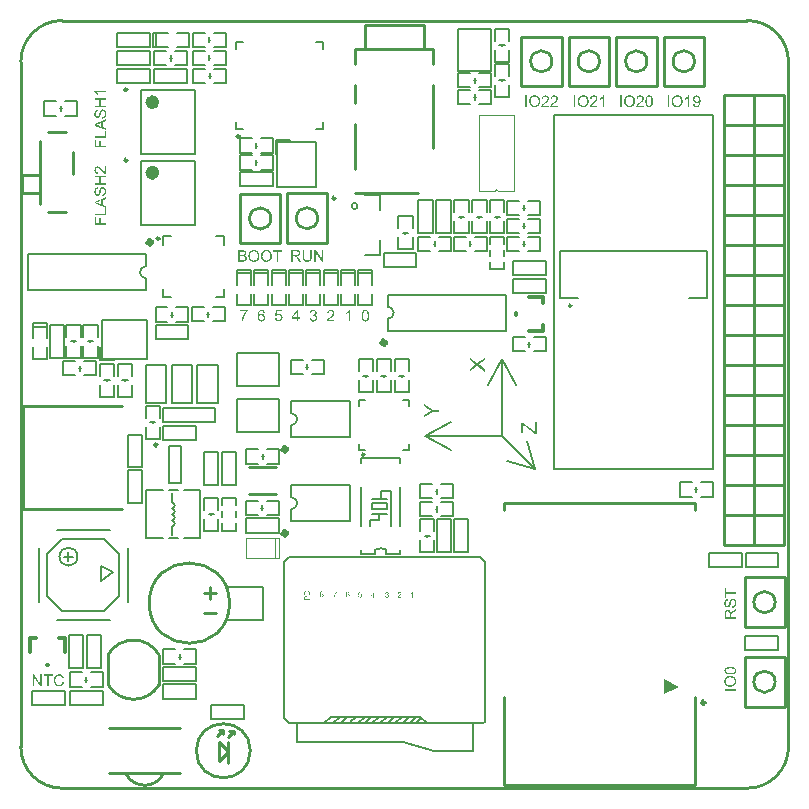
<source format=gto>
G04*
G04 #@! TF.GenerationSoftware,Altium Limited,Altium Designer,20.2.6 (244)*
G04*
G04 Layer_Color=65535*
%FSLAX25Y25*%
%MOIN*%
G70*
G04*
G04 #@! TF.SameCoordinates,53242240-AA46-4597-B95F-6874191C8742*
G04*
G04*
G04 #@! TF.FilePolarity,Positive*
G04*
G01*
G75*
%ADD10C,0.00984*%
%ADD11C,0.02362*%
%ADD12C,0.01000*%
%ADD13C,0.00800*%
%ADD14C,0.01968*%
%ADD15C,0.01181*%
%ADD16C,0.00591*%
%ADD17C,0.00394*%
%ADD18C,0.00799*%
%ADD19C,0.00787*%
%ADD20C,0.00600*%
%ADD21C,0.00700*%
%ADD22C,0.01200*%
G36*
X219500Y33870D02*
X214500Y36370D01*
Y31370D01*
X219500Y33870D01*
D02*
G37*
G36*
X171935Y118000D02*
X171320D01*
X168091Y120577D01*
X168088Y120581D01*
X168077Y120588D01*
X168059Y120603D01*
X168033Y120624D01*
X168004Y120650D01*
X167967Y120675D01*
X167931Y120708D01*
X167887Y120745D01*
X167793Y120825D01*
X167694Y120912D01*
X167589Y121007D01*
X167491Y121101D01*
Y118291D01*
X166897D01*
Y121898D01*
X167491D01*
X170989Y119067D01*
X171342Y118764D01*
Y121982D01*
X171935D01*
Y118000D01*
D02*
G37*
G36*
X137315Y126206D02*
X139448D01*
Y125540D01*
X137315D01*
X134410Y123600D01*
Y124412D01*
X135931Y125402D01*
X135935Y125405D01*
X135950Y125413D01*
X135975Y125431D01*
X136004Y125449D01*
X136044Y125475D01*
X136088Y125504D01*
X136139Y125537D01*
X136197Y125573D01*
X136259Y125609D01*
X136325Y125649D01*
X136397Y125693D01*
X136470Y125737D01*
X136623Y125828D01*
X136779Y125915D01*
X136776Y125919D01*
X136761Y125926D01*
X136739Y125937D01*
X136710Y125955D01*
X136674Y125977D01*
X136630Y126006D01*
X136579Y126035D01*
X136521Y126072D01*
X136459Y126108D01*
X136394Y126152D01*
X136321Y126195D01*
X136241Y126243D01*
X136161Y126294D01*
X136073Y126348D01*
X135895Y126465D01*
X134410Y127440D01*
Y128216D01*
X137315Y126206D01*
D02*
G37*
G36*
X154700Y142664D02*
X152905Y141393D01*
X152898Y141390D01*
X152880Y141375D01*
X152847Y141353D01*
X152811Y141328D01*
X152763Y141295D01*
X152713Y141262D01*
X152600Y141186D01*
X152603D01*
X152611Y141179D01*
X152625Y141172D01*
X152640Y141161D01*
X152687Y141131D01*
X152738Y141095D01*
X152800Y141055D01*
X152858Y141019D01*
X152913Y140982D01*
X152956Y140949D01*
X154700Y139672D01*
Y138871D01*
X152090Y140818D01*
X149662Y139100D01*
Y139898D01*
X150951Y140815D01*
X150954Y140818D01*
X150969Y140826D01*
X150991Y140844D01*
X151016Y140862D01*
X151049Y140884D01*
X151089Y140913D01*
X151133Y140942D01*
X151177Y140975D01*
X151278Y141040D01*
X151380Y141106D01*
X151479Y141168D01*
X151526Y141197D01*
X151570Y141219D01*
X151566Y141222D01*
X151559Y141226D01*
X151544Y141237D01*
X151522Y141248D01*
X151500Y141266D01*
X151471Y141284D01*
X151435Y141306D01*
X151399Y141332D01*
X151315Y141390D01*
X151220Y141455D01*
X151115Y141532D01*
X151005Y141615D01*
X149662Y142624D01*
Y143352D01*
X152057Y141605D01*
X154700Y143490D01*
Y142664D01*
D02*
G37*
G36*
X130634Y63400D02*
X130400D01*
Y64893D01*
X130398Y64892D01*
X130396Y64889D01*
X130392Y64885D01*
X130385Y64879D01*
X130376Y64872D01*
X130365Y64863D01*
X130353Y64853D01*
X130341Y64842D01*
X130324Y64831D01*
X130307Y64817D01*
X130289Y64805D01*
X130270Y64790D01*
X130248Y64776D01*
X130226Y64761D01*
X130176Y64730D01*
X130175Y64729D01*
X130171Y64726D01*
X130163Y64722D01*
X130153Y64718D01*
X130142Y64711D01*
X130128Y64703D01*
X130112Y64694D01*
X130095Y64685D01*
X130056Y64666D01*
X130015Y64646D01*
X129972Y64627D01*
X129931Y64610D01*
Y64837D01*
X129934Y64838D01*
X129939Y64841D01*
X129950Y64846D01*
X129964Y64853D01*
X129980Y64861D01*
X130001Y64872D01*
X130023Y64885D01*
X130047Y64899D01*
X130073Y64915D01*
X130101Y64932D01*
X130158Y64970D01*
X130218Y65013D01*
X130274Y65060D01*
X130276Y65061D01*
X130281Y65066D01*
X130288Y65073D01*
X130298Y65082D01*
X130310Y65095D01*
X130324Y65108D01*
X130339Y65125D01*
X130356Y65142D01*
X130372Y65161D01*
X130390Y65182D01*
X130425Y65224D01*
X130456Y65270D01*
X130470Y65293D01*
X130483Y65317D01*
X130634D01*
Y63400D01*
D02*
G37*
G36*
X126322Y65415D02*
X126341Y65414D01*
X126365Y65413D01*
X126391Y65408D01*
X126421Y65404D01*
X126453Y65398D01*
X126488Y65389D01*
X126522Y65380D01*
X126559Y65367D01*
X126595Y65352D01*
X126631Y65334D01*
X126666Y65315D01*
X126699Y65291D01*
X126731Y65264D01*
X126732Y65262D01*
X126737Y65257D01*
X126746Y65249D01*
X126755Y65236D01*
X126768Y65222D01*
X126782Y65204D01*
X126797Y65184D01*
X126812Y65160D01*
X126826Y65134D01*
X126841Y65105D01*
X126855Y65073D01*
X126867Y65040D01*
X126877Y65004D01*
X126885Y64967D01*
X126891Y64927D01*
X126892Y64885D01*
Y64884D01*
Y64880D01*
Y64875D01*
Y64866D01*
X126891Y64855D01*
X126889Y64844D01*
X126888Y64830D01*
X126886Y64815D01*
X126881Y64781D01*
X126873Y64742D01*
X126860Y64702D01*
X126845Y64661D01*
Y64659D01*
X126842Y64655D01*
X126840Y64649D01*
X126835Y64641D01*
X126831Y64632D01*
X126824Y64619D01*
X126818Y64605D01*
X126808Y64590D01*
X126798Y64574D01*
X126787Y64556D01*
X126760Y64516D01*
X126744Y64495D01*
X126728Y64473D01*
X126708Y64451D01*
X126689Y64427D01*
X126688Y64426D01*
X126684Y64422D01*
X126678Y64415D01*
X126669Y64405D01*
X126656Y64393D01*
X126641Y64378D01*
X126624Y64360D01*
X126604Y64339D01*
X126580Y64317D01*
X126552Y64292D01*
X126524Y64265D01*
X126490Y64234D01*
X126455Y64202D01*
X126416Y64168D01*
X126373Y64131D01*
X126328Y64092D01*
X126325Y64091D01*
X126318Y64084D01*
X126308Y64075D01*
X126295Y64063D01*
X126277Y64049D01*
X126259Y64033D01*
X126238Y64015D01*
X126216Y63995D01*
X126169Y63955D01*
X126147Y63935D01*
X126125Y63915D01*
X126104Y63896D01*
X126086Y63880D01*
X126070Y63864D01*
X126057Y63850D01*
X126054Y63848D01*
X126048Y63840D01*
X126036Y63827D01*
X126023Y63812D01*
X126007Y63793D01*
X125991Y63772D01*
X125974Y63748D01*
X125959Y63725D01*
X126895D01*
Y63500D01*
X125634D01*
Y63501D01*
Y63504D01*
Y63508D01*
Y63514D01*
Y63522D01*
X125635Y63530D01*
X125636Y63552D01*
X125639Y63576D01*
X125643Y63604D01*
X125650Y63633D01*
X125660Y63661D01*
Y63663D01*
X125662Y63667D01*
X125665Y63674D01*
X125669Y63683D01*
X125673Y63696D01*
X125680Y63710D01*
X125689Y63725D01*
X125697Y63741D01*
X125707Y63761D01*
X125719Y63780D01*
X125745Y63823D01*
X125777Y63868D01*
X125814Y63915D01*
X125816Y63917D01*
X125820Y63921D01*
X125825Y63928D01*
X125834Y63937D01*
X125845Y63950D01*
X125858Y63964D01*
X125874Y63980D01*
X125893Y63998D01*
X125914Y64019D01*
X125936Y64041D01*
X125961Y64064D01*
X125988Y64091D01*
X126019Y64117D01*
X126050Y64144D01*
X126085Y64173D01*
X126121Y64204D01*
X126122Y64205D01*
X126125Y64207D01*
X126129Y64211D01*
X126134Y64215D01*
X126141Y64222D01*
X126150Y64229D01*
X126170Y64247D01*
X126197Y64267D01*
X126224Y64293D01*
X126256Y64321D01*
X126289Y64351D01*
X126325Y64383D01*
X126359Y64416D01*
X126395Y64449D01*
X126428Y64484D01*
X126462Y64517D01*
X126490Y64549D01*
X126518Y64581D01*
X126540Y64609D01*
X126541Y64611D01*
X126544Y64616D01*
X126550Y64625D01*
X126558Y64634D01*
X126566Y64648D01*
X126575Y64663D01*
X126586Y64681D01*
X126595Y64701D01*
X126605Y64721D01*
X126616Y64743D01*
X126634Y64792D01*
X126641Y64816D01*
X126646Y64841D01*
X126649Y64866D01*
X126651Y64891D01*
Y64892D01*
Y64898D01*
Y64905D01*
X126649Y64915D01*
X126648Y64927D01*
X126645Y64941D01*
X126642Y64956D01*
X126638Y64973D01*
X126633Y64990D01*
X126626Y65010D01*
X126617Y65029D01*
X126608Y65048D01*
X126597Y65069D01*
X126583Y65088D01*
X126568Y65108D01*
X126550Y65126D01*
X126548Y65127D01*
X126546Y65130D01*
X126540Y65134D01*
X126532Y65141D01*
X126522Y65148D01*
X126510Y65156D01*
X126496Y65166D01*
X126481Y65174D01*
X126463Y65184D01*
X126444Y65192D01*
X126421Y65200D01*
X126399Y65207D01*
X126374Y65214D01*
X126348Y65218D01*
X126321Y65221D01*
X126292Y65222D01*
X126275D01*
X126264Y65221D01*
X126249Y65219D01*
X126232Y65217D01*
X126215Y65214D01*
X126194Y65210D01*
X126173Y65204D01*
X126151Y65197D01*
X126129Y65189D01*
X126105Y65180D01*
X126083Y65167D01*
X126061Y65153D01*
X126039Y65138D01*
X126020Y65120D01*
X126019Y65119D01*
X126016Y65116D01*
X126010Y65109D01*
X126005Y65102D01*
X125996Y65091D01*
X125988Y65079D01*
X125979Y65064D01*
X125970Y65047D01*
X125961Y65029D01*
X125951Y65007D01*
X125943Y64985D01*
X125934Y64960D01*
X125929Y64932D01*
X125923Y64903D01*
X125920Y64873D01*
X125919Y64840D01*
X125678Y64865D01*
Y64866D01*
Y64868D01*
X125679Y64872D01*
Y64877D01*
X125680Y64891D01*
X125684Y64909D01*
X125689Y64931D01*
X125694Y64957D01*
X125701Y64986D01*
X125709Y65017D01*
X125720Y65050D01*
X125733Y65083D01*
X125748Y65117D01*
X125766Y65152D01*
X125785Y65185D01*
X125809Y65217D01*
X125834Y65247D01*
X125863Y65275D01*
X125864Y65276D01*
X125870Y65280D01*
X125879Y65289D01*
X125891Y65297D01*
X125908Y65308D01*
X125927Y65320D01*
X125951Y65333D01*
X125977Y65346D01*
X126007Y65359D01*
X126039Y65371D01*
X126075Y65384D01*
X126114Y65395D01*
X126155Y65404D01*
X126199Y65411D01*
X126246Y65415D01*
X126296Y65417D01*
X126308D01*
X126322Y65415D01*
D02*
G37*
G36*
X122055D02*
X122068D01*
X122085Y65413D01*
X122103Y65411D01*
X122122Y65408D01*
X122144Y65404D01*
X122166Y65400D01*
X122215Y65388D01*
X122241Y65381D01*
X122266Y65371D01*
X122291Y65362D01*
X122315Y65349D01*
X122317Y65348D01*
X122321Y65346D01*
X122328Y65342D01*
X122337Y65337D01*
X122348Y65330D01*
X122361Y65322D01*
X122375Y65312D01*
X122390Y65301D01*
X122423Y65275D01*
X122456Y65243D01*
X122488Y65207D01*
X122503Y65186D01*
X122517Y65166D01*
X122518Y65164D01*
X122520Y65160D01*
X122524Y65155D01*
X122528Y65145D01*
X122533Y65135D01*
X122539Y65122D01*
X122546Y65108D01*
X122553Y65091D01*
X122558Y65073D01*
X122565Y65055D01*
X122576Y65014D01*
X122584Y64968D01*
X122586Y64945D01*
X122587Y64920D01*
Y64919D01*
Y64915D01*
Y64908D01*
X122586Y64899D01*
Y64888D01*
X122583Y64876D01*
X122582Y64861D01*
X122579Y64846D01*
X122571Y64810D01*
X122558Y64772D01*
X122551Y64753D01*
X122542Y64732D01*
X122532Y64713D01*
X122520Y64694D01*
X122518Y64692D01*
X122517Y64690D01*
X122513Y64684D01*
X122507Y64677D01*
X122500Y64669D01*
X122492Y64659D01*
X122482Y64648D01*
X122470Y64636D01*
X122457Y64623D01*
X122442Y64611D01*
X122427Y64597D01*
X122409Y64583D01*
X122390Y64571D01*
X122369Y64557D01*
X122347Y64545D01*
X122324Y64534D01*
X122325D01*
X122330Y64532D01*
X122340Y64530D01*
X122351Y64525D01*
X122366Y64521D01*
X122383Y64514D01*
X122401Y64507D01*
X122420Y64498D01*
X122441Y64488D01*
X122463Y64476D01*
X122485Y64463D01*
X122507Y64448D01*
X122528Y64432D01*
X122548Y64414D01*
X122569Y64393D01*
X122587Y64371D01*
X122589Y64369D01*
X122591Y64365D01*
X122595Y64358D01*
X122602Y64349D01*
X122609Y64336D01*
X122617Y64323D01*
X122626Y64306D01*
X122634Y64287D01*
X122642Y64265D01*
X122652Y64241D01*
X122659Y64216D01*
X122666Y64189D01*
X122673Y64160D01*
X122677Y64129D01*
X122680Y64097D01*
X122681Y64063D01*
Y64060D01*
Y64052D01*
X122680Y64038D01*
X122678Y64022D01*
X122676Y64000D01*
X122671Y63975D01*
X122666Y63947D01*
X122658Y63917D01*
X122648Y63884D01*
X122637Y63850D01*
X122622Y63815D01*
X122604Y63779D01*
X122583Y63743D01*
X122558Y63707D01*
X122529Y63673D01*
X122497Y63639D01*
X122495Y63638D01*
X122489Y63633D01*
X122479Y63623D01*
X122464Y63612D01*
X122446Y63599D01*
X122426Y63584D01*
X122399Y63569D01*
X122372Y63552D01*
X122340Y63536D01*
X122304Y63521D01*
X122267Y63506D01*
X122226Y63493D01*
X122183Y63482D01*
X122136Y63472D01*
X122088Y63467D01*
X122037Y63465D01*
X122026D01*
X122012Y63467D01*
X121995Y63468D01*
X121973Y63470D01*
X121948Y63474D01*
X121921Y63478D01*
X121890Y63485D01*
X121859Y63492D01*
X121824Y63501D01*
X121790Y63514D01*
X121754Y63529D01*
X121719Y63546D01*
X121685Y63565D01*
X121650Y63588D01*
X121618Y63614D01*
X121617Y63616D01*
X121611Y63621D01*
X121603Y63630D01*
X121592Y63642D01*
X121580Y63657D01*
X121565Y63675D01*
X121549Y63696D01*
X121533Y63719D01*
X121516Y63746D01*
X121500Y63776D01*
X121484Y63808D01*
X121469Y63842D01*
X121457Y63880D01*
X121444Y63918D01*
X121436Y63959D01*
X121431Y64004D01*
X121665Y64035D01*
Y64033D01*
X121667Y64027D01*
X121669Y64016D01*
X121674Y64002D01*
X121678Y63986D01*
X121683Y63968D01*
X121690Y63947D01*
X121697Y63925D01*
X121716Y63877D01*
X121740Y63830D01*
X121754Y63806D01*
X121769Y63784D01*
X121784Y63765D01*
X121802Y63747D01*
X121803Y63746D01*
X121806Y63743D01*
X121812Y63739D01*
X121820Y63733D01*
X121828Y63726D01*
X121841Y63719D01*
X121853Y63711D01*
X121868Y63704D01*
X121885Y63696D01*
X121903Y63688D01*
X121922Y63681D01*
X121943Y63674D01*
X121965Y63668D01*
X121988Y63664D01*
X122012Y63661D01*
X122038Y63660D01*
X122045D01*
X122055Y63661D01*
X122065D01*
X122081Y63664D01*
X122097Y63666D01*
X122115Y63670D01*
X122136Y63674D01*
X122157Y63681D01*
X122180Y63688D01*
X122204Y63697D01*
X122227Y63708D01*
X122250Y63722D01*
X122274Y63737D01*
X122296Y63754D01*
X122318Y63775D01*
X122319Y63776D01*
X122324Y63780D01*
X122329Y63786D01*
X122336Y63795D01*
X122344Y63806D01*
X122354Y63820D01*
X122365Y63835D01*
X122376Y63853D01*
X122386Y63873D01*
X122397Y63895D01*
X122406Y63917D01*
X122415Y63943D01*
X122422Y63969D01*
X122427Y63997D01*
X122431Y64027D01*
X122433Y64057D01*
Y64059D01*
Y64064D01*
Y64073D01*
X122431Y64085D01*
X122430Y64097D01*
X122427Y64114D01*
X122424Y64132D01*
X122419Y64151D01*
X122413Y64172D01*
X122406Y64194D01*
X122398Y64216D01*
X122388Y64238D01*
X122376Y64260D01*
X122361Y64283D01*
X122346Y64303D01*
X122326Y64324D01*
X122325Y64325D01*
X122322Y64328D01*
X122315Y64333D01*
X122307Y64340D01*
X122297Y64349D01*
X122285Y64357D01*
X122270Y64367D01*
X122253Y64376D01*
X122235Y64386D01*
X122215Y64396D01*
X122193Y64404D01*
X122169Y64412D01*
X122144Y64419D01*
X122117Y64425D01*
X122089Y64427D01*
X122059Y64429D01*
X122046D01*
X122032Y64427D01*
X122013Y64426D01*
X121988Y64423D01*
X121961Y64418D01*
X121929Y64412D01*
X121893Y64404D01*
X121919Y64609D01*
X121923D01*
X121927Y64608D01*
X121933D01*
X121946Y64607D01*
X121972D01*
X121981Y64608D01*
X121995Y64609D01*
X122010Y64611D01*
X122027Y64614D01*
X122046Y64616D01*
X122067Y64621D01*
X122088Y64626D01*
X122133Y64640D01*
X122157Y64648D01*
X122180Y64659D01*
X122204Y64670D01*
X122226Y64684D01*
X122227Y64685D01*
X122231Y64688D01*
X122237Y64692D01*
X122245Y64699D01*
X122253Y64707D01*
X122264Y64717D01*
X122274Y64730D01*
X122286Y64743D01*
X122297Y64760D01*
X122308Y64778D01*
X122318Y64797D01*
X122326Y64819D01*
X122335Y64843D01*
X122340Y64869D01*
X122344Y64897D01*
X122346Y64925D01*
Y64927D01*
Y64931D01*
Y64938D01*
X122344Y64948D01*
X122343Y64957D01*
X122342Y64971D01*
X122339Y64985D01*
X122335Y65000D01*
X122324Y65033D01*
X122317Y65051D01*
X122308Y65069D01*
X122299Y65087D01*
X122286Y65105D01*
X122273Y65122D01*
X122257Y65138D01*
X122256Y65139D01*
X122253Y65142D01*
X122249Y65146D01*
X122242Y65152D01*
X122232Y65157D01*
X122223Y65166D01*
X122210Y65173D01*
X122197Y65181D01*
X122181Y65189D01*
X122165Y65196D01*
X122146Y65204D01*
X122126Y65210D01*
X122104Y65215D01*
X122082Y65219D01*
X122057Y65222D01*
X122032Y65224D01*
X122019D01*
X122010Y65222D01*
X121998Y65221D01*
X121984Y65219D01*
X121969Y65217D01*
X121952Y65213D01*
X121916Y65203D01*
X121898Y65196D01*
X121879Y65186D01*
X121860Y65177D01*
X121841Y65166D01*
X121823Y65152D01*
X121805Y65137D01*
X121803Y65135D01*
X121800Y65132D01*
X121796Y65127D01*
X121790Y65120D01*
X121783Y65112D01*
X121774Y65101D01*
X121766Y65087D01*
X121756Y65073D01*
X121747Y65055D01*
X121737Y65036D01*
X121726Y65015D01*
X121718Y64992D01*
X121708Y64967D01*
X121701Y64941D01*
X121694Y64912D01*
X121689Y64880D01*
X121454Y64921D01*
Y64923D01*
Y64924D01*
X121457Y64932D01*
X121460Y64943D01*
X121464Y64960D01*
X121469Y64981D01*
X121476Y65003D01*
X121484Y65028D01*
X121494Y65055D01*
X121507Y65084D01*
X121520Y65115D01*
X121537Y65145D01*
X121555Y65175D01*
X121574Y65206D01*
X121596Y65235D01*
X121621Y65262D01*
X121649Y65287D01*
X121650Y65289D01*
X121656Y65293D01*
X121664Y65299D01*
X121676Y65308D01*
X121692Y65317D01*
X121710Y65329D01*
X121730Y65339D01*
X121754Y65352D01*
X121780Y65364D01*
X121809Y65375D01*
X121839Y65386D01*
X121872Y65396D01*
X121908Y65404D01*
X121947Y65411D01*
X121987Y65415D01*
X122028Y65417D01*
X122043D01*
X122055Y65415D01*
D02*
G37*
G36*
X117793Y64172D02*
X118051D01*
Y63957D01*
X117793D01*
Y63500D01*
X117559D01*
Y63957D01*
X116731D01*
Y64172D01*
X117602Y65410D01*
X117793D01*
Y64172D01*
D02*
G37*
G36*
X113708Y65262D02*
X112943D01*
X112841Y64747D01*
X112843Y64748D01*
X112849Y64752D01*
X112858Y64758D01*
X112872Y64766D01*
X112887Y64774D01*
X112905Y64785D01*
X112927Y64795D01*
X112950Y64807D01*
X112976Y64819D01*
X113004Y64830D01*
X113034Y64839D01*
X113065Y64847D01*
X113098Y64856D01*
X113131Y64861D01*
X113167Y64865D01*
X113201Y64867D01*
X113212D01*
X113226Y64865D01*
X113243Y64864D01*
X113265Y64861D01*
X113290Y64857D01*
X113319Y64852D01*
X113349Y64845D01*
X113381Y64837D01*
X113415Y64824D01*
X113450Y64810D01*
X113486Y64794D01*
X113522Y64773D01*
X113557Y64751D01*
X113592Y64723D01*
X113625Y64693D01*
X113626Y64692D01*
X113632Y64685D01*
X113642Y64675D01*
X113653Y64661D01*
X113665Y64645D01*
X113680Y64624D01*
X113695Y64599D01*
X113712Y64571D01*
X113727Y64541D01*
X113742Y64508D01*
X113758Y64471D01*
X113771Y64432D01*
X113781Y64389D01*
X113791Y64344D01*
X113796Y64297D01*
X113798Y64247D01*
Y64246D01*
Y64245D01*
Y64240D01*
Y64236D01*
X113796Y64222D01*
X113795Y64204D01*
X113793Y64181D01*
X113789Y64155D01*
X113785Y64126D01*
X113778Y64094D01*
X113770Y64060D01*
X113760Y64024D01*
X113748Y63986D01*
X113734Y63949D01*
X113716Y63911D01*
X113695Y63873D01*
X113672Y63836D01*
X113646Y63800D01*
X113643Y63797D01*
X113637Y63790D01*
X113626Y63779D01*
X113613Y63764D01*
X113593Y63746D01*
X113571Y63727D01*
X113545Y63706D01*
X113515Y63684D01*
X113480Y63662D01*
X113443Y63641D01*
X113401Y63622D01*
X113356Y63604D01*
X113308Y63590D01*
X113257Y63578D01*
X113201Y63571D01*
X113143Y63568D01*
X113132D01*
X113119Y63570D01*
X113101Y63571D01*
X113079Y63572D01*
X113052Y63577D01*
X113023Y63581D01*
X112993Y63586D01*
X112960Y63595D01*
X112925Y63604D01*
X112890Y63615D01*
X112854Y63629D01*
X112819Y63645D01*
X112783Y63665D01*
X112750Y63688D01*
X112718Y63713D01*
X112717Y63714D01*
X112712Y63720D01*
X112703Y63728D01*
X112692Y63739D01*
X112680Y63755D01*
X112665Y63772D01*
X112649Y63793D01*
X112633Y63817D01*
X112616Y63843D01*
X112601Y63872D01*
X112584Y63904D01*
X112569Y63938D01*
X112557Y63975D01*
X112546Y64015D01*
X112536Y64057D01*
X112531Y64101D01*
X112776Y64122D01*
Y64120D01*
X112778Y64113D01*
X112779Y64105D01*
X112782Y64093D01*
X112786Y64078D01*
X112790Y64060D01*
X112796Y64040D01*
X112803Y64020D01*
X112819Y63977D01*
X112829Y63953D01*
X112840Y63931D01*
X112854Y63909D01*
X112867Y63888D01*
X112884Y63869D01*
X112902Y63851D01*
X112903Y63850D01*
X112906Y63847D01*
X112912Y63843D01*
X112920Y63837D01*
X112929Y63831D01*
X112942Y63822D01*
X112954Y63815D01*
X112970Y63807D01*
X112986Y63797D01*
X113005Y63790D01*
X113025Y63782D01*
X113047Y63775D01*
X113069Y63770D01*
X113092Y63766D01*
X113117Y63763D01*
X113143Y63762D01*
X113152D01*
X113160Y63763D01*
X113172D01*
X113186Y63766D01*
X113204Y63768D01*
X113224Y63772D01*
X113244Y63778D01*
X113266Y63784D01*
X113290Y63792D01*
X113313Y63803D01*
X113338Y63815D01*
X113362Y63829D01*
X113386Y63847D01*
X113410Y63866D01*
X113432Y63888D01*
X113433Y63890D01*
X113437Y63894D01*
X113443Y63902D01*
X113450Y63912D01*
X113459Y63924D01*
X113469Y63939D01*
X113480Y63957D01*
X113491Y63978D01*
X113501Y64002D01*
X113512Y64026D01*
X113522Y64054D01*
X113531Y64084D01*
X113538Y64117D01*
X113544Y64152D01*
X113548Y64188D01*
X113549Y64227D01*
Y64229D01*
Y64235D01*
X113548Y64246D01*
Y64260D01*
X113546Y64276D01*
X113544Y64297D01*
X113540Y64318D01*
X113535Y64342D01*
X113528Y64367D01*
X113522Y64392D01*
X113512Y64418D01*
X113501Y64446D01*
X113488Y64472D01*
X113473Y64497D01*
X113455Y64522D01*
X113436Y64544D01*
X113435Y64545D01*
X113431Y64549D01*
X113425Y64555D01*
X113415Y64562D01*
X113404Y64571D01*
X113391Y64581D01*
X113375Y64591D01*
X113357Y64602D01*
X113337Y64613D01*
X113315Y64623D01*
X113291Y64634D01*
X113265Y64642D01*
X113236Y64649D01*
X113206Y64654D01*
X113174Y64658D01*
X113141Y64660D01*
X113130D01*
X113121Y64658D01*
X113112D01*
X113099Y64657D01*
X113087Y64656D01*
X113072Y64653D01*
X113040Y64647D01*
X113005Y64638D01*
X112970Y64625D01*
X112935Y64607D01*
X112934D01*
X112931Y64605D01*
X112927Y64602D01*
X112920Y64598D01*
X112903Y64587D01*
X112883Y64571D01*
X112861Y64552D01*
X112837Y64530D01*
X112814Y64504D01*
X112793Y64475D01*
X112572Y64504D01*
X112757Y65485D01*
X113708D01*
Y65262D01*
D02*
G37*
G36*
X109037Y65515D02*
X109052D01*
X109072Y65513D01*
X109094Y65510D01*
X109119Y65506D01*
X109146Y65502D01*
X109174Y65495D01*
X109204Y65487D01*
X109235Y65475D01*
X109265Y65463D01*
X109297Y65449D01*
X109327Y65431D01*
X109356Y65412D01*
X109384Y65390D01*
X109385Y65389D01*
X109391Y65384D01*
X109397Y65376D01*
X109407Y65366D01*
X109418Y65354D01*
X109431Y65337D01*
X109444Y65320D01*
X109459Y65299D01*
X109475Y65275D01*
X109490Y65249D01*
X109505Y65220D01*
X109518Y65188D01*
X109531Y65155D01*
X109542Y65119D01*
X109551Y65081D01*
X109557Y65041D01*
X109324Y65023D01*
Y65024D01*
X109323Y65028D01*
X109322Y65037D01*
X109319Y65045D01*
X109315Y65057D01*
X109312Y65070D01*
X109301Y65100D01*
X109288Y65132D01*
X109273Y65165D01*
X109255Y65197D01*
X109246Y65210D01*
X109235Y65223D01*
X109233Y65224D01*
X109230Y65227D01*
X109225Y65232D01*
X109218Y65238D01*
X109208Y65246D01*
X109197Y65255D01*
X109185Y65264D01*
X109170Y65274D01*
X109153Y65282D01*
X109135Y65292D01*
X109117Y65300D01*
X109097Y65308D01*
X109074Y65314D01*
X109051Y65320D01*
X109026Y65322D01*
X109001Y65324D01*
X108990D01*
X108982Y65322D01*
X108972D01*
X108961Y65321D01*
X108949Y65318D01*
X108934Y65315D01*
X108903Y65308D01*
X108870Y65297D01*
X108837Y65281D01*
X108821Y65271D01*
X108804Y65260D01*
X108803Y65259D01*
X108800Y65256D01*
X108793Y65252D01*
X108786Y65245D01*
X108776Y65237D01*
X108765Y65227D01*
X108754Y65215D01*
X108741Y65201D01*
X108727Y65186D01*
X108713Y65168D01*
X108698Y65148D01*
X108684Y65128D01*
X108669Y65104D01*
X108655Y65079D01*
X108641Y65053D01*
X108629Y65026D01*
Y65024D01*
X108626Y65019D01*
X108623Y65009D01*
X108619Y64997D01*
X108614Y64981D01*
X108608Y64962D01*
X108603Y64939D01*
X108597Y64912D01*
X108591Y64883D01*
X108585Y64850D01*
X108579Y64813D01*
X108575Y64774D01*
X108571Y64732D01*
X108567Y64686D01*
X108565Y64636D01*
X108564Y64584D01*
X108565Y64585D01*
X108568Y64590D01*
X108572Y64596D01*
X108579Y64605D01*
X108587Y64616D01*
X108597Y64628D01*
X108608Y64642D01*
X108622Y64657D01*
X108636Y64672D01*
X108651Y64687D01*
X108687Y64719D01*
X108725Y64749D01*
X108747Y64763D01*
X108770Y64776D01*
X108771Y64777D01*
X108775Y64779D01*
X108782Y64781D01*
X108790Y64785D01*
X108803Y64791D01*
X108815Y64797D01*
X108830Y64802D01*
X108848Y64807D01*
X108866Y64813D01*
X108887Y64819D01*
X108930Y64830D01*
X108978Y64837D01*
X109003Y64839D01*
X109039D01*
X109051Y64838D01*
X109066Y64837D01*
X109087Y64834D01*
X109110Y64830D01*
X109137Y64824D01*
X109166Y64817D01*
X109196Y64809D01*
X109228Y64797D01*
X109261Y64783D01*
X109295Y64766D01*
X109328Y64745D01*
X109362Y64723D01*
X109395Y64696D01*
X109426Y64665D01*
X109428Y64664D01*
X109433Y64657D01*
X109442Y64647D01*
X109453Y64634D01*
X109465Y64617D01*
X109479Y64596D01*
X109494Y64573D01*
X109509Y64545D01*
X109524Y64515D01*
X109540Y64480D01*
X109553Y64445D01*
X109566Y64404D01*
X109577Y64362D01*
X109585Y64318D01*
X109591Y64269D01*
X109592Y64220D01*
Y64218D01*
Y64211D01*
Y64202D01*
X109591Y64189D01*
X109589Y64173D01*
X109588Y64155D01*
X109585Y64134D01*
X109582Y64111D01*
X109578Y64086D01*
X109573Y64060D01*
X109567Y64032D01*
X109559Y64003D01*
X109549Y63974D01*
X109540Y63945D01*
X109527Y63915D01*
X109513Y63886D01*
X109512Y63884D01*
X109509Y63879D01*
X109505Y63871D01*
X109500Y63861D01*
X109491Y63847D01*
X109482Y63832D01*
X109471Y63817D01*
X109458Y63799D01*
X109443Y63779D01*
X109428Y63760D01*
X109410Y63741D01*
X109391Y63721D01*
X109371Y63702D01*
X109349Y63683D01*
X109326Y63666D01*
X109301Y63650D01*
X109300Y63648D01*
X109295Y63645D01*
X109287Y63643D01*
X109277Y63637D01*
X109264Y63630D01*
X109248Y63623D01*
X109232Y63617D01*
X109211Y63610D01*
X109190Y63601D01*
X109167Y63595D01*
X109141Y63588D01*
X109115Y63581D01*
X109086Y63575D01*
X109057Y63572D01*
X109025Y63570D01*
X108993Y63568D01*
X108981D01*
X108974Y63570D01*
X108966D01*
X108945Y63571D01*
X108920Y63575D01*
X108891Y63579D01*
X108859Y63586D01*
X108823Y63596D01*
X108786Y63607D01*
X108747Y63621D01*
X108709Y63639D01*
X108669Y63659D01*
X108629Y63684D01*
X108589Y63713D01*
X108552Y63746D01*
X108516Y63784D01*
X108514Y63786D01*
X108507Y63793D01*
X108499Y63807D01*
X108487Y63825D01*
X108473Y63848D01*
X108465Y63862D01*
X108458Y63877D01*
X108449Y63894D01*
X108441Y63912D01*
X108431Y63933D01*
X108423Y63953D01*
X108415Y63975D01*
X108407Y63999D01*
X108397Y64025D01*
X108389Y64051D01*
X108382Y64080D01*
X108373Y64109D01*
X108367Y64141D01*
X108360Y64174D01*
X108353Y64209D01*
X108347Y64245D01*
X108343Y64282D01*
X108339Y64320D01*
X108335Y64362D01*
X108334Y64403D01*
X108331Y64447D01*
Y64493D01*
Y64494D01*
Y64500D01*
Y64507D01*
Y64518D01*
X108332Y64530D01*
Y64545D01*
X108334Y64563D01*
Y64584D01*
X108335Y64605D01*
X108338Y64630D01*
X108339Y64654D01*
X108342Y64682D01*
X108347Y64739D01*
X108357Y64801D01*
X108367Y64865D01*
X108380Y64933D01*
X108397Y64999D01*
X108416Y65066D01*
X108440Y65130D01*
X108467Y65191D01*
X108483Y65220D01*
X108499Y65246D01*
X108517Y65273D01*
X108535Y65297D01*
X108538Y65300D01*
X108543Y65307D01*
X108553Y65318D01*
X108568Y65332D01*
X108586Y65349D01*
X108607Y65366D01*
X108633Y65387D01*
X108662Y65408D01*
X108695Y65427D01*
X108731Y65448D01*
X108770Y65466D01*
X108812Y65482D01*
X108859Y65496D01*
X108907Y65507D01*
X108960Y65514D01*
X109015Y65517D01*
X109025D01*
X109037Y65515D01*
D02*
G37*
G36*
X105367Y65303D02*
X105366Y65300D01*
X105359Y65295D01*
X105349Y65282D01*
X105335Y65267D01*
X105319Y65248D01*
X105300Y65224D01*
X105278Y65197D01*
X105254Y65165D01*
X105228Y65130D01*
X105199Y65092D01*
X105168Y65049D01*
X105138Y65004D01*
X105105Y64954D01*
X105073Y64901D01*
X105039Y64846D01*
X105006Y64787D01*
Y64785D01*
X105004Y64783D01*
X105001Y64779D01*
X104997Y64773D01*
X104993Y64765D01*
X104989Y64755D01*
X104982Y64744D01*
X104977Y64732D01*
X104968Y64718D01*
X104962Y64701D01*
X104944Y64667D01*
X104924Y64628D01*
X104903Y64584D01*
X104881Y64536D01*
X104859Y64483D01*
X104836Y64429D01*
X104814Y64371D01*
X104790Y64312D01*
X104770Y64251D01*
X104749Y64188D01*
X104730Y64124D01*
X104728Y64122D01*
X104727Y64113D01*
X104723Y64101D01*
X104719Y64083D01*
X104713Y64060D01*
X104706Y64033D01*
X104699Y64003D01*
X104692Y63968D01*
X104684Y63931D01*
X104677Y63891D01*
X104669Y63847D01*
X104662Y63801D01*
X104655Y63755D01*
X104650Y63705D01*
X104644Y63652D01*
X104640Y63600D01*
X104398D01*
Y63603D01*
Y63610D01*
X104400Y63623D01*
Y63640D01*
X104401Y63662D01*
X104404Y63688D01*
X104407Y63719D01*
X104411Y63752D01*
X104415Y63790D01*
X104420Y63832D01*
X104427Y63876D01*
X104436Y63924D01*
X104447Y63975D01*
X104458Y64029D01*
X104470Y64086D01*
X104485Y64144D01*
Y64145D01*
X104487Y64148D01*
X104488Y64152D01*
X104490Y64157D01*
X104492Y64166D01*
X104495Y64175D01*
X104498Y64187D01*
X104502Y64199D01*
X104510Y64227D01*
X104521Y64261D01*
X104534Y64298D01*
X104548Y64341D01*
X104564Y64387D01*
X104582Y64435D01*
X104603Y64486D01*
X104623Y64538D01*
X104647Y64592D01*
X104673Y64647D01*
X104699Y64704D01*
X104728Y64759D01*
Y64761D01*
X104730Y64762D01*
X104732Y64766D01*
X104735Y64773D01*
X104739Y64780D01*
X104745Y64788D01*
X104756Y64809D01*
X104771Y64834D01*
X104788Y64864D01*
X104808Y64897D01*
X104830Y64933D01*
X104854Y64972D01*
X104880Y65012D01*
X104909Y65053D01*
X104938Y65096D01*
X105000Y65180D01*
X105033Y65222D01*
X105066Y65260D01*
X104131D01*
Y65485D01*
X105367D01*
Y65303D01*
D02*
G37*
G36*
X100379Y65615D02*
X100397Y65614D01*
X100418Y65613D01*
X100443Y65609D01*
X100470Y65604D01*
X100499Y65599D01*
X100531Y65591D01*
X100564Y65581D01*
X100597Y65570D01*
X100630Y65555D01*
X100664Y65538D01*
X100697Y65519D01*
X100728Y65497D01*
X100757Y65470D01*
X100759Y65469D01*
X100764Y65464D01*
X100771Y65455D01*
X100781Y65444D01*
X100793Y65430D01*
X100806Y65414D01*
X100820Y65395D01*
X100835Y65373D01*
X100848Y65348D01*
X100862Y65320D01*
X100875Y65291D01*
X100887Y65261D01*
X100897Y65228D01*
X100904Y65192D01*
X100909Y65156D01*
X100911Y65117D01*
Y65116D01*
Y65112D01*
Y65105D01*
X100909Y65095D01*
X100908Y65084D01*
X100907Y65070D01*
X100905Y65055D01*
X100902Y65039D01*
X100894Y65003D01*
X100882Y64964D01*
X100873Y64945D01*
X100864Y64925D01*
X100853Y64906D01*
X100840Y64887D01*
X100839Y64885D01*
X100838Y64883D01*
X100833Y64877D01*
X100826Y64870D01*
X100820Y64862D01*
X100810Y64854D01*
X100800Y64843D01*
X100788Y64832D01*
X100773Y64819D01*
X100757Y64807D01*
X100740Y64794D01*
X100722Y64782D01*
X100699Y64770D01*
X100677Y64757D01*
X100654Y64746D01*
X100628Y64735D01*
X100629D01*
X100636Y64732D01*
X100644Y64729D01*
X100657Y64724D01*
X100672Y64718D01*
X100688Y64710D01*
X100708Y64702D01*
X100727Y64691D01*
X100749Y64678D01*
X100771Y64665D01*
X100793Y64649D01*
X100815Y64633D01*
X100838Y64615D01*
X100858Y64594D01*
X100879Y64574D01*
X100897Y64550D01*
X100898Y64549D01*
X100901Y64545D01*
X100905Y64538D01*
X100912Y64528D01*
X100919Y64516D01*
X100926Y64500D01*
X100934Y64484D01*
X100944Y64464D01*
X100952Y64442D01*
X100960Y64420D01*
X100967Y64394D01*
X100976Y64368D01*
X100981Y64339D01*
X100985Y64310D01*
X100988Y64278D01*
X100989Y64245D01*
Y64242D01*
Y64234D01*
X100988Y64222D01*
X100987Y64204D01*
X100984Y64183D01*
X100980Y64160D01*
X100974Y64132D01*
X100967Y64102D01*
X100959Y64070D01*
X100946Y64037D01*
X100933Y64004D01*
X100916Y63969D01*
X100895Y63933D01*
X100873Y63900D01*
X100846Y63866D01*
X100815Y63834D01*
X100814Y63832D01*
X100807Y63827D01*
X100797Y63819D01*
X100784Y63808D01*
X100767Y63795D01*
X100745Y63781D01*
X100722Y63766D01*
X100694Y63751D01*
X100662Y63736D01*
X100628Y63721D01*
X100590Y63707D01*
X100550Y63695D01*
X100506Y63683D01*
X100461Y63675D01*
X100411Y63670D01*
X100360Y63668D01*
X100348D01*
X100332Y63670D01*
X100313Y63671D01*
X100290Y63674D01*
X100262Y63677D01*
X100230Y63682D01*
X100197Y63689D01*
X100161Y63699D01*
X100124Y63710D01*
X100087Y63722D01*
X100048Y63739D01*
X100010Y63758D01*
X99972Y63780D01*
X99938Y63806D01*
X99903Y63835D01*
X99902Y63837D01*
X99896Y63844D01*
X99887Y63852D01*
X99877Y63866D01*
X99863Y63882D01*
X99848Y63902D01*
X99833Y63924D01*
X99818Y63950D01*
X99801Y63979D01*
X99786Y64011D01*
X99771Y64045D01*
X99758Y64081D01*
X99747Y64121D01*
X99738Y64162D01*
X99732Y64206D01*
X99731Y64252D01*
Y64255D01*
Y64260D01*
Y64270D01*
X99732Y64284D01*
X99734Y64299D01*
X99736Y64318D01*
X99739Y64339D01*
X99743Y64361D01*
X99747Y64385D01*
X99754Y64411D01*
X99761Y64435D01*
X99771Y64462D01*
X99782Y64488D01*
X99794Y64514D01*
X99808Y64539D01*
X99825Y64564D01*
X99826Y64565D01*
X99829Y64569D01*
X99834Y64576D01*
X99843Y64585D01*
X99852Y64594D01*
X99865Y64607D01*
X99878Y64619D01*
X99894Y64633D01*
X99913Y64647D01*
X99932Y64661D01*
X99954Y64676D01*
X99979Y64689D01*
X100005Y64702D01*
X100033Y64714D01*
X100063Y64725D01*
X100095Y64735D01*
X100094D01*
X100088Y64738D01*
X100081Y64741D01*
X100072Y64745D01*
X100059Y64750D01*
X100045Y64757D01*
X100030Y64765D01*
X100014Y64774D01*
X99978Y64796D01*
X99942Y64822D01*
X99907Y64852D01*
X99892Y64869D01*
X99878Y64887D01*
X99877Y64888D01*
X99876Y64891D01*
X99871Y64897D01*
X99867Y64905D01*
X99862Y64914D01*
X99856Y64925D01*
X99849Y64939D01*
X99844Y64954D01*
X99837Y64971D01*
X99830Y64989D01*
X99825Y65008D01*
X99819Y65029D01*
X99811Y65074D01*
X99809Y65099D01*
X99808Y65124D01*
Y65127D01*
Y65134D01*
X99809Y65145D01*
X99811Y65159D01*
X99812Y65177D01*
X99816Y65197D01*
X99820Y65221D01*
X99827Y65246D01*
X99834Y65273D01*
X99844Y65301D01*
X99856Y65330D01*
X99871Y65360D01*
X99888Y65389D01*
X99907Y65420D01*
X99931Y65447D01*
X99957Y65475D01*
X99958Y65476D01*
X99964Y65480D01*
X99972Y65488D01*
X99985Y65497D01*
X100000Y65508D01*
X100018Y65520D01*
X100039Y65533D01*
X100063Y65546D01*
X100090Y65559D01*
X100120Y65571D01*
X100153Y65584D01*
X100189Y65595D01*
X100226Y65604D01*
X100268Y65611D01*
X100310Y65615D01*
X100356Y65617D01*
X100367D01*
X100379Y65615D01*
D02*
G37*
G36*
X95428Y65899D02*
X95449D01*
X95475Y65896D01*
X95506Y65895D01*
X95540Y65890D01*
X95578Y65886D01*
X95616Y65879D01*
X95657Y65872D01*
X95702Y65863D01*
X95746Y65852D01*
X95790Y65839D01*
X95834Y65824D01*
X95877Y65806D01*
X95920Y65787D01*
X95922Y65785D01*
X95929Y65781D01*
X95940Y65774D01*
X95957Y65766D01*
X95975Y65754D01*
X95996Y65740D01*
X96021Y65722D01*
X96045Y65703D01*
X96071Y65682D01*
X96100Y65657D01*
X96128Y65631D01*
X96156Y65602D01*
X96183Y65570D01*
X96210Y65537D01*
X96234Y65501D01*
X96258Y65462D01*
X96259Y65460D01*
X96263Y65453D01*
X96269Y65442D01*
X96276Y65425D01*
X96285Y65406D01*
X96295Y65382D01*
X96305Y65355D01*
X96316Y65326D01*
X96327Y65293D01*
X96337Y65257D01*
X96347Y65218D01*
X96356Y65178D01*
X96363Y65136D01*
X96368Y65091D01*
X96372Y65046D01*
X96374Y64999D01*
Y64979D01*
X96372Y64971D01*
X96371Y64951D01*
X96370Y64926D01*
X96365Y64898D01*
X96361Y64866D01*
X96356Y64830D01*
X96347Y64793D01*
X96338Y64755D01*
X96327Y64715D01*
X96312Y64675D01*
X96295Y64635D01*
X96276Y64593D01*
X96254Y64555D01*
X96228Y64517D01*
X96226Y64514D01*
X96221Y64509D01*
X96212Y64498D01*
X96200Y64486D01*
X96186Y64469D01*
X96167Y64451D01*
X96146Y64432D01*
X96121Y64410D01*
X96094Y64388D01*
X96063Y64364D01*
X96029Y64342D01*
X95993Y64320D01*
X95953Y64298D01*
X95910Y64279D01*
X95864Y64259D01*
X95816Y64244D01*
X95758Y64492D01*
X95761Y64494D01*
X95768Y64495D01*
X95778Y64499D01*
X95793Y64505D01*
X95809Y64512D01*
X95829Y64520D01*
X95851Y64531D01*
X95874Y64542D01*
X95899Y64555D01*
X95924Y64570D01*
X95949Y64585D01*
X95975Y64603D01*
X95998Y64622D01*
X96022Y64641D01*
X96043Y64663D01*
X96062Y64687D01*
X96063Y64688D01*
X96066Y64692D01*
X96070Y64699D01*
X96077Y64709D01*
X96084Y64722D01*
X96092Y64737D01*
X96100Y64755D01*
X96110Y64774D01*
X96118Y64796D01*
X96127Y64820D01*
X96135Y64846D01*
X96142Y64873D01*
X96149Y64904D01*
X96153Y64935D01*
X96156Y64969D01*
X96157Y65004D01*
Y65025D01*
X96156Y65040D01*
X96154Y65060D01*
X96152Y65082D01*
X96149Y65106D01*
X96143Y65133D01*
X96138Y65162D01*
X96131Y65191D01*
X96123Y65221D01*
X96113Y65253D01*
X96100Y65283D01*
X96085Y65314D01*
X96070Y65344D01*
X96051Y65373D01*
X96049Y65374D01*
X96047Y65380D01*
X96040Y65387D01*
X96031Y65396D01*
X96021Y65409D01*
X96008Y65422D01*
X95993Y65438D01*
X95976Y65454D01*
X95957Y65471D01*
X95936Y65489D01*
X95913Y65505D01*
X95887Y65522D01*
X95860Y65538D01*
X95831Y65554D01*
X95801Y65567D01*
X95768Y65580D01*
X95767D01*
X95760Y65583D01*
X95750Y65585D01*
X95738Y65589D01*
X95721Y65594D01*
X95702Y65599D01*
X95680Y65603D01*
X95655Y65609D01*
X95628Y65614D01*
X95600Y65620D01*
X95569Y65625D01*
X95538Y65630D01*
X95471Y65636D01*
X95437Y65638D01*
X95401Y65639D01*
X95398D01*
X95390D01*
X95377D01*
X95359Y65638D01*
X95339Y65636D01*
X95314Y65635D01*
X95286Y65634D01*
X95257Y65631D01*
X95224Y65627D01*
X95190Y65623D01*
X95119Y65609D01*
X95082Y65602D01*
X95046Y65592D01*
X95010Y65581D01*
X94976Y65569D01*
X94974Y65567D01*
X94968Y65566D01*
X94959Y65562D01*
X94947Y65555D01*
X94932Y65548D01*
X94914Y65538D01*
X94894Y65527D01*
X94874Y65515D01*
X94853Y65500D01*
X94831Y65483D01*
X94807Y65465D01*
X94785Y65446D01*
X94763Y65424D01*
X94743Y65400D01*
X94723Y65376D01*
X94705Y65348D01*
X94704Y65347D01*
X94701Y65341D01*
X94697Y65333D01*
X94691Y65322D01*
X94685Y65308D01*
X94676Y65291D01*
X94669Y65272D01*
X94661Y65251D01*
X94652Y65228D01*
X94645Y65203D01*
X94636Y65175D01*
X94629Y65148D01*
X94624Y65118D01*
X94620Y65087D01*
X94617Y65055D01*
X94616Y65024D01*
Y65014D01*
X94617Y65003D01*
Y64988D01*
X94620Y64970D01*
X94622Y64949D01*
X94625Y64924D01*
X94631Y64899D01*
X94638Y64872D01*
X94646Y64843D01*
X94656Y64813D01*
X94667Y64782D01*
X94681Y64752D01*
X94697Y64722D01*
X94716Y64692D01*
X94737Y64663D01*
X94739Y64662D01*
X94743Y64657D01*
X94749Y64650D01*
X94761Y64640D01*
X94773Y64628D01*
X94788Y64614D01*
X94807Y64599D01*
X94828Y64583D01*
X94853Y64567D01*
X94879Y64550D01*
X94910Y64532D01*
X94943Y64517D01*
X94977Y64501D01*
X95016Y64487D01*
X95056Y64474D01*
X95100Y64463D01*
X95037Y64211D01*
X95035D01*
X95032Y64212D01*
X95028Y64214D01*
X95023Y64215D01*
X95016Y64216D01*
X95006Y64219D01*
X94986Y64226D01*
X94959Y64236D01*
X94930Y64247D01*
X94897Y64261D01*
X94861Y64277D01*
X94823Y64295D01*
X94784Y64316D01*
X94745Y64339D01*
X94705Y64365D01*
X94667Y64394D01*
X94629Y64426D01*
X94595Y64461D01*
X94562Y64498D01*
X94560Y64501D01*
X94555Y64508D01*
X94547Y64519D01*
X94537Y64535D01*
X94525Y64555D01*
X94511Y64579D01*
X94496Y64607D01*
X94480Y64639D01*
X94465Y64673D01*
X94450Y64712D01*
X94436Y64753D01*
X94424Y64797D01*
X94414Y64846D01*
X94406Y64895D01*
X94400Y64948D01*
X94399Y65003D01*
Y65024D01*
X94400Y65033D01*
Y65054D01*
X94403Y65080D01*
X94406Y65111D01*
X94410Y65145D01*
X94414Y65181D01*
X94421Y65221D01*
X94429Y65261D01*
X94440Y65304D01*
X94451Y65345D01*
X94467Y65387D01*
X94483Y65428D01*
X94503Y65468D01*
X94525Y65505D01*
X94526Y65508D01*
X94530Y65514D01*
X94538Y65523D01*
X94548Y65537D01*
X94560Y65554D01*
X94577Y65572D01*
X94595Y65592D01*
X94617Y65614D01*
X94642Y65638D01*
X94668Y65661D01*
X94698Y65686D01*
X94730Y65711D01*
X94766Y65734D01*
X94803Y65758D01*
X94845Y65780D01*
X94888Y65799D01*
X94889D01*
X94890Y65801D01*
X94898Y65803D01*
X94911Y65809D01*
X94929Y65814D01*
X94951Y65823D01*
X94977Y65831D01*
X95008Y65841D01*
X95041Y65849D01*
X95078Y65859D01*
X95118Y65868D01*
X95159Y65877D01*
X95205Y65885D01*
X95250Y65890D01*
X95299Y65896D01*
X95348Y65899D01*
X95399Y65900D01*
X95401D01*
X95404D01*
X95408D01*
X95413D01*
X95420D01*
X95428Y65899D01*
D02*
G37*
G36*
X95155Y64015D02*
X95174Y64013D01*
X95195Y64012D01*
X95219Y64011D01*
X95245Y64008D01*
X95274Y64004D01*
X95303Y64000D01*
X95366Y63987D01*
X95399Y63980D01*
X95431Y63971D01*
X95464Y63961D01*
X95496Y63949D01*
X95498Y63947D01*
X95503Y63946D01*
X95513Y63942D01*
X95524Y63936D01*
X95538Y63928D01*
X95554Y63920D01*
X95572Y63909D01*
X95591Y63896D01*
X95612Y63884D01*
X95633Y63867D01*
X95655Y63851D01*
X95675Y63833D01*
X95698Y63812D01*
X95717Y63790D01*
X95736Y63766D01*
X95754Y63742D01*
X95755Y63740D01*
X95758Y63735D01*
X95762Y63728D01*
X95768Y63717D01*
X95775Y63704D01*
X95783Y63689D01*
X95791Y63671D01*
X95800Y63652D01*
X95808Y63630D01*
X95816Y63606D01*
X95824Y63580D01*
X95831Y63554D01*
X95837Y63525D01*
X95841Y63496D01*
X95844Y63466D01*
X95845Y63434D01*
Y63421D01*
X95844Y63413D01*
Y63402D01*
X95842Y63388D01*
X95841Y63375D01*
X95838Y63359D01*
X95833Y63325D01*
X95823Y63288D01*
X95809Y63249D01*
X95791Y63212D01*
Y63210D01*
X95789Y63208D01*
X95786Y63202D01*
X95782Y63195D01*
X95776Y63187D01*
X95771Y63177D01*
X95754Y63155D01*
X95735Y63129D01*
X95711Y63103D01*
X95684Y63077D01*
X95653Y63052D01*
X96341D01*
Y62817D01*
X94431D01*
Y63035D01*
X94606D01*
X94603Y63037D01*
X94598Y63041D01*
X94587Y63049D01*
X94574Y63060D01*
X94558Y63074D01*
X94541Y63090D01*
X94522Y63111D01*
X94504Y63133D01*
X94485Y63159D01*
X94465Y63188D01*
X94449Y63220D01*
X94432Y63254D01*
X94420Y63292D01*
X94409Y63333D01*
X94403Y63376D01*
X94400Y63423D01*
Y63440D01*
X94402Y63450D01*
X94403Y63466D01*
X94406Y63482D01*
X94409Y63502D01*
X94411Y63522D01*
X94417Y63546D01*
X94422Y63569D01*
X94429Y63594D01*
X94439Y63620D01*
X94449Y63647D01*
X94461Y63674D01*
X94475Y63700D01*
X94491Y63727D01*
X94493Y63728D01*
X94496Y63732D01*
X94501Y63740D01*
X94508Y63749D01*
X94518Y63761D01*
X94529Y63775D01*
X94542Y63789D01*
X94558Y63805D01*
X94574Y63822D01*
X94594Y63840D01*
X94614Y63858D01*
X94638Y63876D01*
X94661Y63892D01*
X94687Y63910D01*
X94716Y63925D01*
X94745Y63940D01*
X94747Y63942D01*
X94752Y63943D01*
X94762Y63947D01*
X94774Y63953D01*
X94789Y63958D01*
X94807Y63964D01*
X94829Y63971D01*
X94853Y63978D01*
X94879Y63986D01*
X94908Y63993D01*
X94940Y63998D01*
X94973Y64004D01*
X95008Y64009D01*
X95043Y64013D01*
X95082Y64015D01*
X95121Y64016D01*
X95123D01*
X95130D01*
X95141D01*
X95155Y64015D01*
D02*
G37*
G36*
X75593Y159129D02*
X75590Y159124D01*
X75576Y159113D01*
X75557Y159088D01*
X75529Y159057D01*
X75496Y159018D01*
X75457Y158971D01*
X75413Y158916D01*
X75366Y158852D01*
X75313Y158783D01*
X75255Y158705D01*
X75194Y158619D01*
X75133Y158528D01*
X75067Y158428D01*
X75003Y158323D01*
X74934Y158212D01*
X74867Y158093D01*
Y158090D01*
X74864Y158085D01*
X74859Y158077D01*
X74851Y158065D01*
X74842Y158049D01*
X74834Y158029D01*
X74820Y158007D01*
X74809Y157982D01*
X74792Y157955D01*
X74779Y157922D01*
X74743Y157852D01*
X74704Y157775D01*
X74662Y157686D01*
X74618Y157589D01*
X74574Y157484D01*
X74527Y157376D01*
X74482Y157260D01*
X74435Y157140D01*
X74393Y157018D01*
X74352Y156891D01*
X74313Y156764D01*
X74310Y156758D01*
X74308Y156741D01*
X74299Y156717D01*
X74291Y156681D01*
X74280Y156633D01*
X74266Y156581D01*
X74252Y156520D01*
X74238Y156451D01*
X74222Y156376D01*
X74208Y156296D01*
X74191Y156207D01*
X74177Y156115D01*
X74164Y156021D01*
X74152Y155922D01*
X74142Y155816D01*
X74133Y155711D01*
X73648D01*
Y155717D01*
Y155730D01*
X73651Y155758D01*
Y155791D01*
X73654Y155836D01*
X73659Y155888D01*
X73665Y155949D01*
X73673Y156016D01*
X73682Y156093D01*
X73693Y156176D01*
X73707Y156265D01*
X73723Y156362D01*
X73745Y156465D01*
X73768Y156572D01*
X73792Y156686D01*
X73823Y156802D01*
Y156805D01*
X73826Y156811D01*
X73829Y156819D01*
X73831Y156830D01*
X73837Y156847D01*
X73842Y156866D01*
X73848Y156888D01*
X73856Y156913D01*
X73873Y156969D01*
X73895Y157038D01*
X73920Y157113D01*
X73948Y157199D01*
X73981Y157290D01*
X74017Y157387D01*
X74058Y157489D01*
X74100Y157595D01*
X74147Y157703D01*
X74200Y157814D01*
X74252Y157927D01*
X74310Y158038D01*
Y158041D01*
X74313Y158043D01*
X74319Y158052D01*
X74324Y158065D01*
X74333Y158079D01*
X74344Y158096D01*
X74366Y158138D01*
X74396Y158187D01*
X74430Y158248D01*
X74471Y158315D01*
X74515Y158387D01*
X74563Y158464D01*
X74615Y158545D01*
X74673Y158628D01*
X74731Y158714D01*
X74856Y158883D01*
X74923Y158966D01*
X74989Y159043D01*
X73111D01*
Y159495D01*
X75593D01*
Y159129D01*
D02*
G37*
G36*
X80329Y159456D02*
X80360D01*
X80398Y159450D01*
X80443Y159445D01*
X80493Y159436D01*
X80548Y159428D01*
X80603Y159414D01*
X80664Y159398D01*
X80725Y159376D01*
X80786Y159351D01*
X80850Y159323D01*
X80911Y159287D01*
X80969Y159248D01*
X81024Y159204D01*
X81027Y159201D01*
X81038Y159193D01*
X81052Y159176D01*
X81072Y159157D01*
X81094Y159132D01*
X81119Y159098D01*
X81146Y159062D01*
X81177Y159021D01*
X81207Y158974D01*
X81238Y158921D01*
X81268Y158863D01*
X81293Y158799D01*
X81321Y158733D01*
X81343Y158661D01*
X81360Y158583D01*
X81374Y158503D01*
X80905Y158467D01*
Y158470D01*
X80903Y158478D01*
X80900Y158495D01*
X80894Y158511D01*
X80886Y158536D01*
X80880Y158561D01*
X80858Y158622D01*
X80833Y158686D01*
X80803Y158752D01*
X80767Y158816D01*
X80747Y158844D01*
X80725Y158869D01*
X80723Y158871D01*
X80717Y158877D01*
X80706Y158888D01*
X80692Y158899D01*
X80673Y158916D01*
X80651Y158932D01*
X80626Y158952D01*
X80595Y158971D01*
X80562Y158988D01*
X80526Y159007D01*
X80490Y159024D01*
X80448Y159040D01*
X80404Y159051D01*
X80357Y159062D01*
X80307Y159068D01*
X80257Y159071D01*
X80235D01*
X80218Y159068D01*
X80199D01*
X80177Y159065D01*
X80152Y159060D01*
X80121Y159054D01*
X80061Y159040D01*
X79994Y159018D01*
X79928Y158985D01*
X79894Y158966D01*
X79861Y158943D01*
X79858Y158941D01*
X79853Y158935D01*
X79839Y158927D01*
X79825Y158913D01*
X79806Y158896D01*
X79784Y158877D01*
X79761Y158852D01*
X79734Y158824D01*
X79706Y158794D01*
X79678Y158758D01*
X79648Y158719D01*
X79620Y158677D01*
X79590Y158630D01*
X79562Y158581D01*
X79534Y158528D01*
X79509Y158472D01*
Y158470D01*
X79504Y158459D01*
X79498Y158439D01*
X79490Y158414D01*
X79479Y158384D01*
X79468Y158345D01*
X79457Y158298D01*
X79446Y158245D01*
X79435Y158187D01*
X79421Y158121D01*
X79410Y158046D01*
X79401Y157968D01*
X79393Y157882D01*
X79385Y157791D01*
X79382Y157691D01*
X79379Y157586D01*
X79382Y157589D01*
X79387Y157597D01*
X79396Y157611D01*
X79410Y157628D01*
X79426Y157650D01*
X79446Y157675D01*
X79468Y157702D01*
X79496Y157733D01*
X79523Y157763D01*
X79554Y157794D01*
X79626Y157858D01*
X79703Y157918D01*
X79748Y157946D01*
X79792Y157971D01*
X79795Y157974D01*
X79803Y157977D01*
X79817Y157982D01*
X79833Y157991D01*
X79858Y158001D01*
X79883Y158013D01*
X79914Y158024D01*
X79950Y158035D01*
X79986Y158046D01*
X80027Y158057D01*
X80113Y158079D01*
X80210Y158093D01*
X80260Y158098D01*
X80332D01*
X80357Y158096D01*
X80387Y158093D01*
X80429Y158087D01*
X80476Y158079D01*
X80529Y158068D01*
X80587Y158054D01*
X80648Y158038D01*
X80712Y158013D01*
X80778Y157985D01*
X80847Y157952D01*
X80914Y157910D01*
X80980Y157866D01*
X81047Y157810D01*
X81110Y157749D01*
X81113Y157747D01*
X81124Y157733D01*
X81141Y157713D01*
X81163Y157686D01*
X81188Y157652D01*
X81216Y157611D01*
X81246Y157564D01*
X81277Y157509D01*
X81307Y157448D01*
X81337Y157378D01*
X81365Y157306D01*
X81390Y157226D01*
X81412Y157140D01*
X81429Y157051D01*
X81440Y156955D01*
X81443Y156855D01*
Y156852D01*
Y156838D01*
Y156819D01*
X81440Y156794D01*
X81437Y156761D01*
X81435Y156725D01*
X81429Y156683D01*
X81423Y156636D01*
X81415Y156586D01*
X81404Y156533D01*
X81393Y156478D01*
X81376Y156420D01*
X81357Y156362D01*
X81337Y156304D01*
X81313Y156243D01*
X81285Y156184D01*
X81282Y156182D01*
X81277Y156171D01*
X81268Y156154D01*
X81257Y156135D01*
X81241Y156107D01*
X81221Y156076D01*
X81199Y156046D01*
X81174Y156010D01*
X81144Y155971D01*
X81113Y155932D01*
X81077Y155894D01*
X81038Y155855D01*
X81000Y155816D01*
X80955Y155777D01*
X80908Y155744D01*
X80858Y155711D01*
X80856Y155708D01*
X80847Y155702D01*
X80831Y155697D01*
X80811Y155686D01*
X80784Y155672D01*
X80753Y155658D01*
X80720Y155644D01*
X80678Y155630D01*
X80637Y155614D01*
X80590Y155600D01*
X80537Y155586D01*
X80484Y155572D01*
X80426Y155561D01*
X80368Y155556D01*
X80304Y155550D01*
X80241Y155547D01*
X80216D01*
X80202Y155550D01*
X80185D01*
X80144Y155553D01*
X80094Y155561D01*
X80036Y155570D01*
X79972Y155583D01*
X79900Y155603D01*
X79825Y155625D01*
X79748Y155653D01*
X79670Y155689D01*
X79590Y155730D01*
X79509Y155780D01*
X79429Y155838D01*
X79354Y155905D01*
X79282Y155979D01*
X79279Y155985D01*
X79266Y155999D01*
X79249Y156026D01*
X79224Y156062D01*
X79196Y156110D01*
X79180Y156137D01*
X79166Y156168D01*
X79149Y156201D01*
X79133Y156237D01*
X79113Y156279D01*
X79097Y156320D01*
X79080Y156365D01*
X79063Y156412D01*
X79044Y156464D01*
X79027Y156517D01*
X79014Y156575D01*
X78997Y156633D01*
X78983Y156697D01*
X78969Y156763D01*
X78955Y156833D01*
X78944Y156905D01*
X78936Y156979D01*
X78928Y157057D01*
X78919Y157140D01*
X78917Y157223D01*
X78911Y157312D01*
Y157403D01*
Y157406D01*
Y157417D01*
Y157431D01*
Y157453D01*
X78914Y157478D01*
Y157509D01*
X78917Y157545D01*
Y157586D01*
X78919Y157628D01*
X78925Y157677D01*
X78928Y157727D01*
X78933Y157783D01*
X78944Y157896D01*
X78964Y158021D01*
X78983Y158151D01*
X79011Y158287D01*
X79044Y158420D01*
X79083Y158553D01*
X79130Y158683D01*
X79185Y158805D01*
X79216Y158863D01*
X79249Y158916D01*
X79285Y158968D01*
X79321Y159018D01*
X79326Y159024D01*
X79338Y159037D01*
X79357Y159060D01*
X79387Y159087D01*
X79423Y159121D01*
X79465Y159157D01*
X79518Y159198D01*
X79576Y159240D01*
X79642Y159279D01*
X79714Y159320D01*
X79792Y159356D01*
X79878Y159389D01*
X79972Y159417D01*
X80069Y159439D01*
X80174Y159453D01*
X80285Y159459D01*
X80304D01*
X80329Y159456D01*
D02*
G37*
G36*
X87074Y159046D02*
X85539D01*
X85334Y158013D01*
X85337Y158016D01*
X85351Y158024D01*
X85368Y158035D01*
X85395Y158052D01*
X85426Y158068D01*
X85462Y158090D01*
X85506Y158110D01*
X85553Y158135D01*
X85606Y158157D01*
X85661Y158179D01*
X85722Y158198D01*
X85783Y158215D01*
X85849Y158232D01*
X85916Y158243D01*
X85988Y158251D01*
X86057Y158254D01*
X86079D01*
X86107Y158251D01*
X86140Y158248D01*
X86185Y158243D01*
X86234Y158235D01*
X86293Y158223D01*
X86354Y158210D01*
X86417Y158193D01*
X86487Y158168D01*
X86556Y158140D01*
X86628Y158107D01*
X86700Y158065D01*
X86772Y158021D01*
X86841Y157966D01*
X86908Y157905D01*
X86910Y157902D01*
X86922Y157888D01*
X86941Y157869D01*
X86963Y157841D01*
X86988Y157808D01*
X87018Y157766D01*
X87049Y157717D01*
X87082Y157661D01*
X87113Y157600D01*
X87143Y157534D01*
X87174Y157459D01*
X87201Y157381D01*
X87221Y157296D01*
X87240Y157204D01*
X87251Y157110D01*
X87254Y157010D01*
Y157007D01*
Y157005D01*
Y156996D01*
Y156988D01*
X87251Y156960D01*
X87248Y156924D01*
X87246Y156877D01*
X87237Y156825D01*
X87229Y156766D01*
X87215Y156703D01*
X87199Y156633D01*
X87179Y156561D01*
X87154Y156487D01*
X87126Y156412D01*
X87090Y156334D01*
X87049Y156260D01*
X87002Y156185D01*
X86949Y156113D01*
X86944Y156107D01*
X86933Y156093D01*
X86910Y156071D01*
X86883Y156041D01*
X86844Y156005D01*
X86800Y155966D01*
X86747Y155924D01*
X86686Y155880D01*
X86617Y155836D01*
X86542Y155794D01*
X86459Y155755D01*
X86367Y155719D01*
X86270Y155692D01*
X86168Y155667D01*
X86057Y155653D01*
X85941Y155647D01*
X85919D01*
X85891Y155650D01*
X85855Y155653D01*
X85811Y155656D01*
X85758Y155664D01*
X85700Y155672D01*
X85639Y155683D01*
X85572Y155700D01*
X85503Y155719D01*
X85431Y155742D01*
X85359Y155769D01*
X85290Y155802D01*
X85218Y155841D01*
X85151Y155888D01*
X85088Y155938D01*
X85085Y155941D01*
X85074Y155952D01*
X85057Y155969D01*
X85035Y155991D01*
X85010Y156021D01*
X84980Y156057D01*
X84949Y156099D01*
X84916Y156146D01*
X84883Y156199D01*
X84852Y156257D01*
X84819Y156320D01*
X84789Y156390D01*
X84764Y156465D01*
X84741Y156545D01*
X84722Y156628D01*
X84711Y156717D01*
X85204Y156758D01*
Y156755D01*
X85207Y156741D01*
X85210Y156725D01*
X85215Y156700D01*
X85224Y156669D01*
X85232Y156633D01*
X85243Y156595D01*
X85257Y156553D01*
X85290Y156467D01*
X85309Y156420D01*
X85331Y156376D01*
X85359Y156332D01*
X85387Y156290D01*
X85420Y156251D01*
X85456Y156215D01*
X85459Y156212D01*
X85465Y156207D01*
X85475Y156199D01*
X85492Y156187D01*
X85512Y156174D01*
X85536Y156157D01*
X85561Y156143D01*
X85592Y156126D01*
X85625Y156107D01*
X85664Y156093D01*
X85703Y156077D01*
X85747Y156063D01*
X85791Y156052D01*
X85838Y156043D01*
X85888Y156038D01*
X85941Y156035D01*
X85957D01*
X85974Y156038D01*
X85999D01*
X86027Y156043D01*
X86063Y156049D01*
X86102Y156057D01*
X86143Y156068D01*
X86187Y156079D01*
X86234Y156096D01*
X86282Y156118D01*
X86331Y156143D01*
X86379Y156171D01*
X86428Y156207D01*
X86475Y156246D01*
X86520Y156290D01*
X86523Y156293D01*
X86531Y156301D01*
X86542Y156318D01*
X86556Y156337D01*
X86575Y156362D01*
X86595Y156393D01*
X86617Y156429D01*
X86639Y156470D01*
X86658Y156517D01*
X86681Y156567D01*
X86700Y156622D01*
X86719Y156683D01*
X86733Y156750D01*
X86744Y156819D01*
X86752Y156891D01*
X86755Y156969D01*
Y156974D01*
Y156985D01*
X86752Y157007D01*
Y157035D01*
X86750Y157068D01*
X86744Y157110D01*
X86736Y157151D01*
X86728Y157201D01*
X86714Y157251D01*
X86700Y157301D01*
X86681Y157354D01*
X86658Y157409D01*
X86633Y157462D01*
X86603Y157511D01*
X86567Y157561D01*
X86528Y157606D01*
X86525Y157608D01*
X86517Y157617D01*
X86506Y157628D01*
X86487Y157642D01*
X86464Y157661D01*
X86437Y157680D01*
X86406Y157700D01*
X86370Y157722D01*
X86329Y157744D01*
X86284Y157764D01*
X86237Y157786D01*
X86185Y157802D01*
X86127Y157816D01*
X86066Y157827D01*
X86002Y157836D01*
X85935Y157838D01*
X85913D01*
X85897Y157836D01*
X85877D01*
X85852Y157833D01*
X85827Y157830D01*
X85797Y157825D01*
X85733Y157814D01*
X85664Y157794D01*
X85592Y157769D01*
X85523Y157733D01*
X85520D01*
X85514Y157728D01*
X85506Y157722D01*
X85492Y157714D01*
X85459Y157692D01*
X85417Y157661D01*
X85373Y157622D01*
X85326Y157578D01*
X85279Y157525D01*
X85237Y157467D01*
X84794Y157525D01*
X85165Y159495D01*
X87074D01*
Y159046D01*
D02*
G37*
G36*
X92544Y156960D02*
X93062D01*
Y156528D01*
X92544D01*
Y155611D01*
X92073D01*
Y156528D01*
X90411D01*
Y156960D01*
X92159Y159445D01*
X92544D01*
Y156960D01*
D02*
G37*
G36*
X97563Y159456D02*
X97591D01*
X97624Y159450D01*
X97660Y159448D01*
X97699Y159442D01*
X97743Y159434D01*
X97787Y159425D01*
X97884Y159400D01*
X97937Y159387D01*
X97987Y159367D01*
X98037Y159348D01*
X98087Y159323D01*
X98089Y159320D01*
X98098Y159317D01*
X98111Y159309D01*
X98131Y159298D01*
X98153Y159284D01*
X98178Y159267D01*
X98206Y159248D01*
X98236Y159226D01*
X98303Y159173D01*
X98369Y159109D01*
X98433Y159037D01*
X98463Y158996D01*
X98491Y158954D01*
X98494Y158952D01*
X98497Y158943D01*
X98505Y158932D01*
X98513Y158913D01*
X98524Y158894D01*
X98535Y158866D01*
X98549Y158838D01*
X98563Y158805D01*
X98574Y158769D01*
X98588Y158733D01*
X98610Y158650D01*
X98627Y158558D01*
X98629Y158511D01*
X98632Y158461D01*
Y158459D01*
Y158450D01*
Y158436D01*
X98629Y158420D01*
Y158398D01*
X98624Y158373D01*
X98621Y158342D01*
X98616Y158312D01*
X98599Y158240D01*
X98574Y158165D01*
X98560Y158126D01*
X98541Y158085D01*
X98522Y158046D01*
X98497Y158007D01*
X98494Y158004D01*
X98491Y157999D01*
X98483Y157988D01*
X98472Y157974D01*
X98458Y157957D01*
X98441Y157938D01*
X98422Y157916D01*
X98397Y157891D01*
X98372Y157866D01*
X98341Y157841D01*
X98311Y157813D01*
X98275Y157785D01*
X98236Y157761D01*
X98195Y157733D01*
X98150Y157708D01*
X98103Y157686D01*
X98106D01*
X98117Y157683D01*
X98137Y157677D01*
X98159Y157669D01*
X98189Y157661D01*
X98222Y157647D01*
X98258Y157633D01*
X98297Y157614D01*
X98339Y157594D01*
X98383Y157569D01*
X98427Y157545D01*
X98472Y157514D01*
X98513Y157481D01*
X98555Y157445D01*
X98596Y157403D01*
X98632Y157359D01*
X98635Y157356D01*
X98641Y157348D01*
X98649Y157334D01*
X98663Y157315D01*
X98677Y157290D01*
X98693Y157262D01*
X98710Y157229D01*
X98726Y157190D01*
X98743Y157146D01*
X98763Y157098D01*
X98776Y157049D01*
X98790Y156993D01*
X98804Y156935D01*
X98812Y156874D01*
X98818Y156810D01*
X98821Y156741D01*
Y156736D01*
Y156719D01*
X98818Y156691D01*
X98815Y156658D01*
X98810Y156614D01*
X98801Y156564D01*
X98790Y156509D01*
X98774Y156448D01*
X98754Y156381D01*
X98732Y156315D01*
X98702Y156243D01*
X98665Y156171D01*
X98624Y156099D01*
X98574Y156026D01*
X98516Y155957D01*
X98452Y155891D01*
X98447Y155888D01*
X98436Y155877D01*
X98416Y155858D01*
X98386Y155835D01*
X98350Y155810D01*
X98308Y155780D01*
X98256Y155749D01*
X98200Y155716D01*
X98137Y155683D01*
X98064Y155653D01*
X97990Y155622D01*
X97907Y155597D01*
X97821Y155575D01*
X97727Y155556D01*
X97629Y155545D01*
X97527Y155542D01*
X97505D01*
X97477Y155545D01*
X97444Y155547D01*
X97400Y155550D01*
X97350Y155558D01*
X97294Y155567D01*
X97233Y155581D01*
X97170Y155594D01*
X97101Y155614D01*
X97031Y155639D01*
X96959Y155669D01*
X96890Y155702D01*
X96821Y155741D01*
X96751Y155788D01*
X96688Y155841D01*
X96685Y155844D01*
X96674Y155855D01*
X96657Y155871D01*
X96635Y155896D01*
X96610Y155927D01*
X96580Y155963D01*
X96549Y156004D01*
X96516Y156052D01*
X96483Y156104D01*
X96450Y156165D01*
X96419Y156229D01*
X96389Y156298D01*
X96364Y156373D01*
X96339Y156450D01*
X96322Y156533D01*
X96311Y156622D01*
X96782Y156686D01*
Y156680D01*
X96785Y156669D01*
X96790Y156647D01*
X96799Y156619D01*
X96807Y156586D01*
X96818Y156550D01*
X96832Y156509D01*
X96846Y156464D01*
X96884Y156367D01*
X96931Y156273D01*
X96959Y156226D01*
X96990Y156182D01*
X97020Y156143D01*
X97056Y156107D01*
X97059Y156104D01*
X97065Y156099D01*
X97075Y156090D01*
X97092Y156079D01*
X97109Y156065D01*
X97134Y156052D01*
X97159Y156035D01*
X97189Y156021D01*
X97222Y156004D01*
X97258Y155988D01*
X97297Y155974D01*
X97339Y155960D01*
X97383Y155949D01*
X97430Y155941D01*
X97477Y155935D01*
X97530Y155932D01*
X97544D01*
X97563Y155935D01*
X97585D01*
X97616Y155941D01*
X97649Y155943D01*
X97685Y155952D01*
X97727Y155960D01*
X97768Y155974D01*
X97815Y155988D01*
X97862Y156007D01*
X97909Y156029D01*
X97956Y156057D01*
X98004Y156088D01*
X98048Y156121D01*
X98092Y156162D01*
X98095Y156165D01*
X98103Y156173D01*
X98114Y156184D01*
X98128Y156204D01*
X98145Y156226D01*
X98164Y156254D01*
X98186Y156284D01*
X98208Y156320D01*
X98228Y156359D01*
X98250Y156403D01*
X98269Y156448D01*
X98286Y156500D01*
X98300Y156553D01*
X98311Y156608D01*
X98319Y156669D01*
X98322Y156730D01*
Y156733D01*
Y156744D01*
Y156761D01*
X98319Y156786D01*
X98317Y156810D01*
X98311Y156844D01*
X98305Y156880D01*
X98294Y156919D01*
X98283Y156960D01*
X98269Y157004D01*
X98253Y157049D01*
X98233Y157093D01*
X98208Y157137D01*
X98178Y157182D01*
X98147Y157223D01*
X98109Y157265D01*
X98106Y157267D01*
X98101Y157273D01*
X98087Y157284D01*
X98070Y157298D01*
X98051Y157315D01*
X98026Y157331D01*
X97995Y157351D01*
X97962Y157370D01*
X97926Y157389D01*
X97884Y157409D01*
X97840Y157425D01*
X97793Y157442D01*
X97743Y157456D01*
X97688Y157467D01*
X97632Y157473D01*
X97571Y157475D01*
X97546D01*
X97519Y157473D01*
X97480Y157470D01*
X97430Y157464D01*
X97375Y157453D01*
X97311Y157442D01*
X97239Y157425D01*
X97292Y157838D01*
X97300D01*
X97308Y157835D01*
X97319D01*
X97344Y157833D01*
X97397D01*
X97416Y157835D01*
X97444Y157838D01*
X97474Y157841D01*
X97508Y157846D01*
X97546Y157852D01*
X97588Y157860D01*
X97629Y157871D01*
X97721Y157899D01*
X97768Y157916D01*
X97815Y157938D01*
X97862Y157960D01*
X97907Y157988D01*
X97909Y157991D01*
X97918Y157996D01*
X97929Y158004D01*
X97945Y158018D01*
X97962Y158035D01*
X97984Y158054D01*
X98004Y158079D01*
X98028Y158107D01*
X98051Y158140D01*
X98073Y158176D01*
X98092Y158215D01*
X98109Y158259D01*
X98125Y158306D01*
X98137Y158359D01*
X98145Y158414D01*
X98147Y158472D01*
Y158475D01*
Y158484D01*
Y158497D01*
X98145Y158517D01*
X98142Y158536D01*
X98139Y158564D01*
X98134Y158592D01*
X98125Y158622D01*
X98103Y158688D01*
X98089Y158724D01*
X98073Y158760D01*
X98053Y158797D01*
X98028Y158833D01*
X98001Y158866D01*
X97970Y158899D01*
X97967Y158902D01*
X97962Y158907D01*
X97954Y158916D01*
X97940Y158927D01*
X97920Y158938D01*
X97901Y158954D01*
X97876Y158968D01*
X97848Y158985D01*
X97818Y159002D01*
X97785Y159015D01*
X97746Y159032D01*
X97707Y159043D01*
X97663Y159054D01*
X97619Y159062D01*
X97569Y159068D01*
X97519Y159071D01*
X97491D01*
X97474Y159068D01*
X97449Y159065D01*
X97422Y159062D01*
X97391Y159057D01*
X97358Y159049D01*
X97286Y159029D01*
X97250Y159015D01*
X97211Y158996D01*
X97172Y158977D01*
X97134Y158954D01*
X97098Y158927D01*
X97062Y158896D01*
X97059Y158894D01*
X97053Y158888D01*
X97045Y158877D01*
X97031Y158863D01*
X97017Y158846D01*
X97001Y158824D01*
X96984Y158797D01*
X96965Y158769D01*
X96945Y158733D01*
X96926Y158694D01*
X96904Y158652D01*
X96887Y158605D01*
X96868Y158555D01*
X96854Y158503D01*
X96840Y158445D01*
X96829Y158381D01*
X96358Y158464D01*
Y158467D01*
Y158470D01*
X96364Y158486D01*
X96369Y158508D01*
X96377Y158542D01*
X96389Y158583D01*
X96402Y158628D01*
X96419Y158677D01*
X96438Y158733D01*
X96463Y158791D01*
X96491Y158852D01*
X96524Y158913D01*
X96560Y158974D01*
X96599Y159035D01*
X96643Y159093D01*
X96693Y159148D01*
X96749Y159198D01*
X96751Y159201D01*
X96763Y159209D01*
X96779Y159223D01*
X96804Y159240D01*
X96835Y159259D01*
X96871Y159281D01*
X96912Y159303D01*
X96959Y159328D01*
X97012Y159353D01*
X97070Y159376D01*
X97131Y159398D01*
X97197Y159417D01*
X97269Y159434D01*
X97347Y159448D01*
X97427Y159456D01*
X97510Y159459D01*
X97541D01*
X97563Y159456D01*
D02*
G37*
G36*
X103399D02*
X103438Y159453D01*
X103485Y159450D01*
X103537Y159442D01*
X103598Y159434D01*
X103662Y159420D01*
X103731Y159403D01*
X103800Y159384D01*
X103875Y159359D01*
X103947Y159328D01*
X104019Y159292D01*
X104088Y159254D01*
X104155Y159206D01*
X104219Y159151D01*
X104221Y159148D01*
X104233Y159137D01*
X104249Y159121D01*
X104269Y159096D01*
X104294Y159068D01*
X104321Y159032D01*
X104352Y158990D01*
X104382Y158943D01*
X104410Y158891D01*
X104440Y158833D01*
X104468Y158769D01*
X104493Y158702D01*
X104512Y158630D01*
X104529Y158555D01*
X104540Y158475D01*
X104543Y158392D01*
Y158389D01*
Y158381D01*
Y158370D01*
Y158353D01*
X104540Y158331D01*
X104537Y158309D01*
X104534Y158281D01*
X104532Y158251D01*
X104521Y158182D01*
X104504Y158104D01*
X104479Y158024D01*
X104449Y157941D01*
Y157938D01*
X104443Y157930D01*
X104438Y157918D01*
X104429Y157902D01*
X104421Y157882D01*
X104407Y157858D01*
X104393Y157830D01*
X104374Y157799D01*
X104354Y157766D01*
X104332Y157730D01*
X104277Y157650D01*
X104246Y157608D01*
X104213Y157564D01*
X104174Y157520D01*
X104136Y157473D01*
X104133Y157470D01*
X104124Y157461D01*
X104113Y157448D01*
X104094Y157428D01*
X104069Y157403D01*
X104039Y157373D01*
X104005Y157337D01*
X103964Y157295D01*
X103917Y157251D01*
X103861Y157201D01*
X103803Y157146D01*
X103737Y157085D01*
X103665Y157021D01*
X103587Y156952D01*
X103501Y156877D01*
X103410Y156799D01*
X103404Y156797D01*
X103391Y156783D01*
X103371Y156766D01*
X103343Y156741D01*
X103307Y156713D01*
X103271Y156680D01*
X103230Y156644D01*
X103185Y156606D01*
X103091Y156525D01*
X103047Y156484D01*
X103003Y156445D01*
X102961Y156406D01*
X102925Y156373D01*
X102892Y156342D01*
X102867Y156315D01*
X102861Y156309D01*
X102848Y156292D01*
X102825Y156267D01*
X102798Y156237D01*
X102767Y156198D01*
X102734Y156157D01*
X102701Y156110D01*
X102670Y156062D01*
X104548D01*
Y155611D01*
X102017D01*
Y155614D01*
Y155619D01*
Y155628D01*
Y155639D01*
Y155655D01*
X102019Y155672D01*
X102022Y155716D01*
X102028Y155763D01*
X102036Y155819D01*
X102050Y155877D01*
X102069Y155935D01*
Y155938D01*
X102075Y155946D01*
X102080Y155960D01*
X102089Y155979D01*
X102097Y156004D01*
X102111Y156032D01*
X102127Y156062D01*
X102144Y156096D01*
X102163Y156135D01*
X102188Y156173D01*
X102241Y156259D01*
X102305Y156351D01*
X102379Y156445D01*
X102382Y156448D01*
X102391Y156456D01*
X102402Y156470D01*
X102418Y156489D01*
X102440Y156514D01*
X102468Y156542D01*
X102499Y156575D01*
X102537Y156611D01*
X102579Y156652D01*
X102623Y156697D01*
X102673Y156744D01*
X102728Y156797D01*
X102789Y156849D01*
X102853Y156905D01*
X102922Y156963D01*
X102994Y157024D01*
X102997Y157027D01*
X103003Y157029D01*
X103011Y157038D01*
X103022Y157046D01*
X103036Y157060D01*
X103052Y157074D01*
X103094Y157110D01*
X103147Y157151D01*
X103202Y157204D01*
X103266Y157259D01*
X103332Y157320D01*
X103404Y157384D01*
X103474Y157450D01*
X103546Y157517D01*
X103612Y157586D01*
X103679Y157652D01*
X103737Y157716D01*
X103792Y157780D01*
X103837Y157838D01*
X103839Y157841D01*
X103845Y157852D01*
X103856Y157869D01*
X103873Y157888D01*
X103889Y157916D01*
X103906Y157946D01*
X103928Y157982D01*
X103947Y158021D01*
X103967Y158063D01*
X103989Y158107D01*
X104025Y158204D01*
X104039Y158254D01*
X104050Y158303D01*
X104055Y158353D01*
X104058Y158403D01*
Y158406D01*
Y158417D01*
Y158431D01*
X104055Y158450D01*
X104052Y158475D01*
X104047Y158503D01*
X104041Y158533D01*
X104033Y158567D01*
X104022Y158603D01*
X104008Y158641D01*
X103992Y158680D01*
X103972Y158719D01*
X103950Y158760D01*
X103922Y158799D01*
X103892Y158838D01*
X103856Y158874D01*
X103853Y158877D01*
X103848Y158882D01*
X103837Y158891D01*
X103820Y158905D01*
X103800Y158918D01*
X103776Y158935D01*
X103748Y158954D01*
X103717Y158971D01*
X103681Y158990D01*
X103643Y159007D01*
X103598Y159024D01*
X103554Y159037D01*
X103504Y159051D01*
X103451Y159060D01*
X103396Y159065D01*
X103338Y159068D01*
X103305D01*
X103282Y159065D01*
X103252Y159062D01*
X103219Y159057D01*
X103183Y159051D01*
X103141Y159043D01*
X103100Y159032D01*
X103055Y159018D01*
X103011Y159002D01*
X102964Y158982D01*
X102920Y158957D01*
X102875Y158930D01*
X102831Y158899D01*
X102792Y158863D01*
X102789Y158860D01*
X102784Y158855D01*
X102773Y158841D01*
X102762Y158827D01*
X102745Y158805D01*
X102728Y158780D01*
X102709Y158749D01*
X102692Y158716D01*
X102673Y158680D01*
X102654Y158636D01*
X102637Y158592D01*
X102620Y158542D01*
X102609Y158486D01*
X102598Y158428D01*
X102593Y158367D01*
X102590Y158301D01*
X102105Y158351D01*
Y158353D01*
Y158356D01*
X102108Y158364D01*
Y158376D01*
X102111Y158403D01*
X102119Y158439D01*
X102127Y158484D01*
X102138Y158536D01*
X102152Y158594D01*
X102169Y158655D01*
X102191Y158722D01*
X102216Y158788D01*
X102246Y158858D01*
X102283Y158927D01*
X102321Y158993D01*
X102368Y159057D01*
X102418Y159118D01*
X102476Y159173D01*
X102479Y159176D01*
X102490Y159184D01*
X102510Y159201D01*
X102535Y159218D01*
X102568Y159240D01*
X102607Y159265D01*
X102654Y159290D01*
X102706Y159317D01*
X102767Y159342D01*
X102831Y159367D01*
X102903Y159392D01*
X102980Y159414D01*
X103064Y159434D01*
X103152Y159448D01*
X103246Y159456D01*
X103346Y159459D01*
X103371D01*
X103399Y159456D01*
D02*
G37*
G36*
X109824Y155611D02*
X109353D01*
Y158608D01*
X109350Y158605D01*
X109344Y158600D01*
X109336Y158592D01*
X109322Y158581D01*
X109306Y158567D01*
X109284Y158547D01*
X109259Y158528D01*
X109234Y158506D01*
X109201Y158484D01*
X109167Y158456D01*
X109131Y158431D01*
X109092Y158400D01*
X109048Y158373D01*
X109004Y158342D01*
X108904Y158281D01*
X108901Y158279D01*
X108893Y158273D01*
X108876Y158265D01*
X108857Y158256D01*
X108835Y158242D01*
X108807Y158226D01*
X108774Y158209D01*
X108741Y158190D01*
X108663Y158151D01*
X108580Y158112D01*
X108494Y158074D01*
X108411Y158040D01*
Y158495D01*
X108417Y158497D01*
X108428Y158503D01*
X108450Y158514D01*
X108477Y158528D01*
X108511Y158545D01*
X108552Y158567D01*
X108597Y158592D01*
X108644Y158619D01*
X108696Y158652D01*
X108752Y158686D01*
X108868Y158763D01*
X108987Y158849D01*
X109101Y158943D01*
X109104Y158946D01*
X109115Y158954D01*
X109128Y158968D01*
X109148Y158988D01*
X109173Y159013D01*
X109201Y159040D01*
X109231Y159073D01*
X109264Y159107D01*
X109297Y159146D01*
X109333Y159187D01*
X109403Y159273D01*
X109466Y159364D01*
X109494Y159412D01*
X109519Y159459D01*
X109824D01*
Y155611D01*
D02*
G37*
G36*
X114913Y159456D02*
X114938D01*
X114971Y159453D01*
X115004Y159448D01*
X115043Y159442D01*
X115126Y159428D01*
X115218Y159406D01*
X115312Y159376D01*
X115356Y159356D01*
X115401Y159334D01*
X115403D01*
X115411Y159328D01*
X115423Y159320D01*
X115439Y159312D01*
X115459Y159298D01*
X115481Y159281D01*
X115508Y159265D01*
X115536Y159242D01*
X115597Y159193D01*
X115661Y159129D01*
X115725Y159057D01*
X115783Y158974D01*
X115786Y158971D01*
X115788Y158963D01*
X115797Y158949D01*
X115808Y158932D01*
X115822Y158910D01*
X115835Y158882D01*
X115852Y158852D01*
X115869Y158816D01*
X115888Y158777D01*
X115907Y158733D01*
X115927Y158686D01*
X115949Y158636D01*
X115968Y158583D01*
X115985Y158528D01*
X116004Y158467D01*
X116021Y158406D01*
Y158403D01*
X116024Y158389D01*
X116029Y158373D01*
X116035Y158345D01*
X116040Y158312D01*
X116049Y158270D01*
X116057Y158223D01*
X116065Y158168D01*
X116074Y158107D01*
X116082Y158038D01*
X116090Y157963D01*
X116096Y157882D01*
X116101Y157797D01*
X116107Y157702D01*
X116110Y157605D01*
Y157500D01*
Y157497D01*
Y157492D01*
Y157483D01*
Y157470D01*
Y157456D01*
Y157437D01*
X116107Y157414D01*
Y157389D01*
X116104Y157331D01*
X116101Y157265D01*
X116098Y157193D01*
X116093Y157112D01*
X116085Y157027D01*
X116076Y156938D01*
X116051Y156758D01*
X116035Y156666D01*
X116015Y156578D01*
X115993Y156492D01*
X115968Y156412D01*
X115965Y156406D01*
X115963Y156392D01*
X115954Y156373D01*
X115943Y156342D01*
X115927Y156309D01*
X115910Y156267D01*
X115888Y156223D01*
X115866Y156176D01*
X115838Y156126D01*
X115805Y156074D01*
X115772Y156021D01*
X115736Y155966D01*
X115694Y155913D01*
X115650Y155863D01*
X115603Y155816D01*
X115553Y155772D01*
X115550Y155769D01*
X115539Y155763D01*
X115525Y155752D01*
X115503Y155736D01*
X115475Y155719D01*
X115445Y155700D01*
X115406Y155680D01*
X115364Y155661D01*
X115315Y155639D01*
X115262Y155619D01*
X115207Y155600D01*
X115146Y155583D01*
X115079Y155570D01*
X115010Y155558D01*
X114938Y155550D01*
X114860Y155547D01*
X114835D01*
X114808Y155550D01*
X114769Y155553D01*
X114722Y155558D01*
X114666Y155570D01*
X114608Y155581D01*
X114542Y155597D01*
X114472Y155617D01*
X114403Y155644D01*
X114331Y155675D01*
X114256Y155713D01*
X114184Y155758D01*
X114115Y155810D01*
X114049Y155871D01*
X113988Y155941D01*
Y155943D01*
X113985Y155946D01*
X113979Y155955D01*
X113971Y155963D01*
X113963Y155977D01*
X113952Y155993D01*
X113941Y156010D01*
X113930Y156032D01*
X113916Y156057D01*
X113899Y156085D01*
X113885Y156115D01*
X113869Y156148D01*
X113852Y156187D01*
X113835Y156226D01*
X113816Y156270D01*
X113799Y156315D01*
X113783Y156365D01*
X113763Y156417D01*
X113747Y156473D01*
X113730Y156533D01*
X113714Y156594D01*
X113700Y156661D01*
X113683Y156727D01*
X113669Y156802D01*
X113658Y156877D01*
X113647Y156955D01*
X113636Y157038D01*
X113628Y157123D01*
X113619Y157212D01*
X113617Y157304D01*
X113611Y157401D01*
Y157500D01*
Y157503D01*
Y157509D01*
Y157517D01*
Y157531D01*
Y157547D01*
Y157567D01*
X113614Y157589D01*
Y157614D01*
X113617Y157669D01*
X113619Y157736D01*
X113622Y157810D01*
X113628Y157891D01*
X113636Y157977D01*
X113644Y158065D01*
X113669Y158248D01*
X113686Y158340D01*
X113705Y158428D01*
X113725Y158514D01*
X113750Y158594D01*
X113752Y158600D01*
X113755Y158614D01*
X113763Y158633D01*
X113775Y158664D01*
X113791Y158697D01*
X113808Y158738D01*
X113830Y158783D01*
X113855Y158830D01*
X113880Y158880D01*
X113913Y158932D01*
X113946Y158988D01*
X113982Y159040D01*
X114024Y159093D01*
X114068Y159143D01*
X114115Y159190D01*
X114165Y159234D01*
X114168Y159237D01*
X114179Y159245D01*
X114193Y159256D01*
X114215Y159270D01*
X114243Y159287D01*
X114276Y159306D01*
X114312Y159326D01*
X114356Y159348D01*
X114403Y159367D01*
X114456Y159387D01*
X114514Y159406D01*
X114575Y159423D01*
X114641Y159439D01*
X114711Y159450D01*
X114783Y159456D01*
X114860Y159459D01*
X114891D01*
X114913Y159456D01*
D02*
G37*
G36*
X236615Y40435D02*
X236640D01*
X236698Y40432D01*
X236765Y40429D01*
X236837Y40426D01*
X236917Y40421D01*
X237003Y40413D01*
X237091Y40404D01*
X237271Y40379D01*
X237363Y40363D01*
X237452Y40343D01*
X237537Y40321D01*
X237618Y40296D01*
X237623Y40293D01*
X237637Y40291D01*
X237656Y40282D01*
X237687Y40271D01*
X237720Y40255D01*
X237762Y40238D01*
X237806Y40216D01*
X237853Y40194D01*
X237903Y40166D01*
X237956Y40133D01*
X238008Y40100D01*
X238064Y40064D01*
X238116Y40022D01*
X238166Y39978D01*
X238213Y39931D01*
X238258Y39881D01*
X238260Y39878D01*
X238266Y39867D01*
X238277Y39853D01*
X238294Y39831D01*
X238310Y39803D01*
X238330Y39773D01*
X238349Y39734D01*
X238368Y39692D01*
X238390Y39643D01*
X238410Y39590D01*
X238429Y39535D01*
X238446Y39474D01*
X238460Y39407D01*
X238471Y39338D01*
X238479Y39266D01*
X238482Y39188D01*
Y39163D01*
X238479Y39136D01*
X238476Y39097D01*
X238471Y39050D01*
X238460Y38994D01*
X238449Y38936D01*
X238432Y38870D01*
X238413Y38800D01*
X238385Y38731D01*
X238354Y38659D01*
X238316Y38584D01*
X238271Y38512D01*
X238219Y38443D01*
X238158Y38377D01*
X238089Y38316D01*
X238086D01*
X238083Y38313D01*
X238075Y38307D01*
X238066Y38299D01*
X238053Y38291D01*
X238036Y38280D01*
X238019Y38269D01*
X237997Y38258D01*
X237972Y38244D01*
X237945Y38227D01*
X237914Y38213D01*
X237881Y38197D01*
X237842Y38180D01*
X237803Y38163D01*
X237759Y38144D01*
X237715Y38127D01*
X237665Y38111D01*
X237612Y38091D01*
X237557Y38075D01*
X237496Y38058D01*
X237435Y38041D01*
X237368Y38028D01*
X237302Y38011D01*
X237227Y37997D01*
X237152Y37986D01*
X237075Y37975D01*
X236992Y37964D01*
X236906Y37956D01*
X236817Y37947D01*
X236726Y37945D01*
X236629Y37939D01*
X236529D01*
X236526D01*
X236521D01*
X236512D01*
X236499D01*
X236482D01*
X236463D01*
X236440Y37942D01*
X236416D01*
X236360Y37945D01*
X236294Y37947D01*
X236219Y37950D01*
X236139Y37956D01*
X236053Y37964D01*
X235964Y37972D01*
X235781Y37997D01*
X235690Y38014D01*
X235601Y38033D01*
X235515Y38053D01*
X235435Y38078D01*
X235429Y38080D01*
X235416Y38083D01*
X235396Y38091D01*
X235366Y38102D01*
X235332Y38119D01*
X235291Y38136D01*
X235247Y38158D01*
X235199Y38183D01*
X235150Y38208D01*
X235097Y38241D01*
X235042Y38274D01*
X234989Y38310D01*
X234936Y38352D01*
X234887Y38396D01*
X234839Y38443D01*
X234795Y38493D01*
X234792Y38496D01*
X234784Y38507D01*
X234773Y38521D01*
X234759Y38543D01*
X234742Y38571D01*
X234723Y38604D01*
X234704Y38640D01*
X234682Y38684D01*
X234662Y38731D01*
X234643Y38784D01*
X234623Y38842D01*
X234607Y38903D01*
X234590Y38969D01*
X234579Y39039D01*
X234574Y39111D01*
X234571Y39188D01*
Y39219D01*
X234574Y39241D01*
Y39266D01*
X234576Y39299D01*
X234582Y39332D01*
X234587Y39371D01*
X234601Y39454D01*
X234623Y39546D01*
X234654Y39640D01*
X234673Y39684D01*
X234695Y39728D01*
Y39731D01*
X234701Y39740D01*
X234709Y39751D01*
X234717Y39767D01*
X234731Y39787D01*
X234748Y39809D01*
X234765Y39836D01*
X234787Y39864D01*
X234837Y39925D01*
X234900Y39989D01*
X234972Y40053D01*
X235055Y40111D01*
X235058Y40113D01*
X235067Y40116D01*
X235080Y40124D01*
X235097Y40136D01*
X235119Y40150D01*
X235147Y40163D01*
X235177Y40180D01*
X235213Y40197D01*
X235252Y40216D01*
X235296Y40235D01*
X235344Y40255D01*
X235393Y40277D01*
X235446Y40296D01*
X235501Y40313D01*
X235562Y40332D01*
X235623Y40349D01*
X235626D01*
X235640Y40352D01*
X235656Y40357D01*
X235684Y40363D01*
X235718Y40368D01*
X235759Y40377D01*
X235806Y40385D01*
X235861Y40393D01*
X235922Y40402D01*
X235992Y40410D01*
X236067Y40418D01*
X236147Y40424D01*
X236233Y40429D01*
X236327Y40435D01*
X236424Y40438D01*
X236529D01*
X236532D01*
X236537D01*
X236546D01*
X236560D01*
X236573D01*
X236593D01*
X236615Y40435D01*
D02*
G37*
G36*
X236565Y37474D02*
X236607D01*
X236656Y37468D01*
X236715Y37465D01*
X236784Y37457D01*
X236856Y37446D01*
X236936Y37435D01*
X237019Y37418D01*
X237105Y37399D01*
X237194Y37377D01*
X237285Y37349D01*
X237374Y37319D01*
X237463Y37282D01*
X237551Y37241D01*
X237557Y37238D01*
X237571Y37230D01*
X237596Y37216D01*
X237626Y37197D01*
X237665Y37174D01*
X237709Y37144D01*
X237759Y37108D01*
X237812Y37069D01*
X237867Y37025D01*
X237922Y36975D01*
X237981Y36920D01*
X238039Y36862D01*
X238094Y36795D01*
X238149Y36726D01*
X238199Y36651D01*
X238246Y36573D01*
X238249Y36568D01*
X238258Y36554D01*
X238269Y36529D01*
X238282Y36499D01*
X238302Y36457D01*
X238321Y36410D01*
X238343Y36357D01*
X238363Y36296D01*
X238385Y36227D01*
X238407Y36155D01*
X238426Y36080D01*
X238446Y35997D01*
X238460Y35914D01*
X238471Y35825D01*
X238479Y35734D01*
X238482Y35643D01*
Y35618D01*
X238479Y35590D01*
X238476Y35551D01*
X238474Y35504D01*
X238468Y35449D01*
X238460Y35385D01*
X238449Y35319D01*
X238435Y35244D01*
X238418Y35166D01*
X238396Y35086D01*
X238371Y35006D01*
X238343Y34923D01*
X238307Y34837D01*
X238269Y34754D01*
X238222Y34673D01*
X238219Y34668D01*
X238211Y34654D01*
X238194Y34632D01*
X238175Y34604D01*
X238147Y34568D01*
X238116Y34526D01*
X238077Y34482D01*
X238036Y34432D01*
X237986Y34382D01*
X237933Y34327D01*
X237875Y34274D01*
X237812Y34222D01*
X237742Y34169D01*
X237670Y34119D01*
X237593Y34072D01*
X237510Y34028D01*
X237504Y34025D01*
X237490Y34020D01*
X237465Y34008D01*
X237429Y33994D01*
X237388Y33978D01*
X237338Y33959D01*
X237282Y33939D01*
X237219Y33920D01*
X237150Y33898D01*
X237075Y33878D01*
X236997Y33859D01*
X236914Y33842D01*
X236825Y33828D01*
X236737Y33817D01*
X236645Y33812D01*
X236551Y33809D01*
X236548D01*
X236540D01*
X236526D01*
X236510D01*
X236488Y33812D01*
X236460D01*
X236429Y33814D01*
X236393Y33817D01*
X236355Y33820D01*
X236313Y33826D01*
X236269Y33831D01*
X236222Y33837D01*
X236119Y33853D01*
X236008Y33873D01*
X235889Y33900D01*
X235767Y33934D01*
X235643Y33975D01*
X235518Y34025D01*
X235396Y34083D01*
X235277Y34152D01*
X235219Y34191D01*
X235163Y34230D01*
X235111Y34274D01*
X235058Y34321D01*
X235055Y34324D01*
X235053Y34327D01*
X235044Y34335D01*
X235036Y34346D01*
X235022Y34357D01*
X235008Y34374D01*
X234972Y34416D01*
X234934Y34465D01*
X234887Y34526D01*
X234839Y34598D01*
X234787Y34679D01*
X234737Y34770D01*
X234690Y34870D01*
X234643Y34978D01*
X234601Y35094D01*
X234568Y35222D01*
X234540Y35355D01*
X234532Y35424D01*
X234524Y35496D01*
X234521Y35568D01*
X234518Y35643D01*
Y35668D01*
X234521Y35695D01*
Y35731D01*
X234526Y35778D01*
X234532Y35834D01*
X234540Y35895D01*
X234548Y35961D01*
X234562Y36033D01*
X234579Y36111D01*
X234601Y36191D01*
X234626Y36272D01*
X234654Y36355D01*
X234690Y36438D01*
X234729Y36521D01*
X234773Y36601D01*
X234776Y36607D01*
X234784Y36621D01*
X234798Y36643D01*
X234820Y36670D01*
X234845Y36706D01*
X234875Y36748D01*
X234914Y36792D01*
X234956Y36842D01*
X235003Y36895D01*
X235055Y36947D01*
X235114Y37003D01*
X235177Y37055D01*
X235247Y37108D01*
X235319Y37161D01*
X235396Y37208D01*
X235479Y37252D01*
X235485Y37255D01*
X235499Y37263D01*
X235524Y37274D01*
X235560Y37288D01*
X235601Y37305D01*
X235654Y37324D01*
X235712Y37343D01*
X235778Y37366D01*
X235850Y37385D01*
X235931Y37404D01*
X236014Y37424D01*
X236105Y37440D01*
X236199Y37457D01*
X236299Y37468D01*
X236402Y37474D01*
X236507Y37476D01*
X236510D01*
X236512D01*
X236521D01*
X236532D01*
X236546D01*
X236565Y37474D01*
D02*
G37*
G36*
X238418Y32563D02*
X234584D01*
Y33069D01*
X238418D01*
Y32563D01*
D02*
G37*
G36*
X28418Y231935D02*
X25421D01*
X25424Y231932D01*
X25429Y231926D01*
X25438Y231918D01*
X25449Y231904D01*
X25463Y231888D01*
X25482Y231865D01*
X25501Y231840D01*
X25524Y231816D01*
X25546Y231782D01*
X25573Y231749D01*
X25598Y231713D01*
X25629Y231674D01*
X25657Y231630D01*
X25687Y231586D01*
X25748Y231486D01*
X25751Y231483D01*
X25756Y231475D01*
X25765Y231458D01*
X25773Y231439D01*
X25787Y231417D01*
X25803Y231389D01*
X25820Y231356D01*
X25839Y231323D01*
X25878Y231245D01*
X25917Y231162D01*
X25956Y231076D01*
X25989Y230993D01*
X25535D01*
X25532Y230998D01*
X25526Y231010D01*
X25515Y231032D01*
X25501Y231059D01*
X25485Y231093D01*
X25463Y231134D01*
X25438Y231178D01*
X25410Y231225D01*
X25377Y231278D01*
X25343Y231334D01*
X25266Y231450D01*
X25180Y231569D01*
X25086Y231683D01*
X25083Y231685D01*
X25075Y231696D01*
X25061Y231710D01*
X25042Y231730D01*
X25017Y231755D01*
X24989Y231782D01*
X24956Y231813D01*
X24923Y231846D01*
X24884Y231879D01*
X24842Y231915D01*
X24756Y231984D01*
X24665Y232048D01*
X24618Y232076D01*
X24571Y232101D01*
Y232405D01*
X28418D01*
Y231935D01*
D02*
G37*
G36*
Y229472D02*
X26612D01*
Y227483D01*
X28418D01*
Y226976D01*
X24585D01*
Y227483D01*
X26161D01*
Y229472D01*
X24585D01*
Y229979D01*
X28418D01*
Y229472D01*
D02*
G37*
G36*
X27388Y226262D02*
X27415Y226259D01*
X27446Y226256D01*
X27482Y226251D01*
X27523Y226242D01*
X27565Y226234D01*
X27612Y226220D01*
X27659Y226206D01*
X27709Y226190D01*
X27759Y226170D01*
X27812Y226145D01*
X27861Y226118D01*
X27914Y226087D01*
X27917Y226084D01*
X27925Y226079D01*
X27939Y226068D01*
X27958Y226054D01*
X27981Y226037D01*
X28008Y226015D01*
X28036Y225990D01*
X28066Y225960D01*
X28100Y225926D01*
X28133Y225888D01*
X28169Y225846D01*
X28205Y225802D01*
X28238Y225755D01*
X28271Y225702D01*
X28302Y225647D01*
X28332Y225586D01*
X28335Y225583D01*
X28338Y225572D01*
X28346Y225553D01*
X28354Y225528D01*
X28366Y225497D01*
X28379Y225461D01*
X28393Y225420D01*
X28407Y225373D01*
X28421Y225320D01*
X28435Y225262D01*
X28446Y225201D01*
X28460Y225137D01*
X28468Y225071D01*
X28476Y224999D01*
X28479Y224924D01*
X28482Y224849D01*
Y224799D01*
X28479Y224763D01*
X28476Y224719D01*
X28474Y224666D01*
X28468Y224608D01*
X28462Y224544D01*
X28454Y224478D01*
X28446Y224409D01*
X28418Y224262D01*
X28402Y224187D01*
X28382Y224115D01*
X28357Y224043D01*
X28332Y223976D01*
X28330Y223974D01*
X28324Y223960D01*
X28316Y223943D01*
X28305Y223918D01*
X28288Y223888D01*
X28269Y223855D01*
X28244Y223816D01*
X28219Y223777D01*
X28188Y223733D01*
X28155Y223688D01*
X28116Y223641D01*
X28075Y223597D01*
X28030Y223550D01*
X27983Y223505D01*
X27931Y223464D01*
X27875Y223425D01*
X27872Y223422D01*
X27861Y223417D01*
X27845Y223406D01*
X27823Y223395D01*
X27792Y223378D01*
X27759Y223361D01*
X27720Y223342D01*
X27676Y223325D01*
X27626Y223306D01*
X27573Y223287D01*
X27515Y223270D01*
X27457Y223253D01*
X27393Y223240D01*
X27327Y223229D01*
X27258Y223220D01*
X27186Y223218D01*
X27144Y223697D01*
X27147D01*
X27158Y223699D01*
X27172D01*
X27191Y223705D01*
X27216Y223708D01*
X27246Y223713D01*
X27277Y223722D01*
X27313Y223730D01*
X27388Y223749D01*
X27468Y223777D01*
X27546Y223810D01*
X27621Y223852D01*
X27623Y223855D01*
X27629Y223857D01*
X27637Y223866D01*
X27651Y223877D01*
X27667Y223888D01*
X27684Y223904D01*
X27704Y223924D01*
X27726Y223946D01*
X27748Y223971D01*
X27773Y224001D01*
X27798Y224032D01*
X27823Y224068D01*
X27848Y224104D01*
X27872Y224145D01*
X27895Y224190D01*
X27917Y224237D01*
Y224240D01*
X27922Y224248D01*
X27928Y224265D01*
X27933Y224284D01*
X27942Y224309D01*
X27953Y224337D01*
X27964Y224373D01*
X27972Y224409D01*
X27983Y224450D01*
X27994Y224497D01*
X28003Y224544D01*
X28014Y224597D01*
X28025Y224708D01*
X28030Y224827D01*
Y224854D01*
X28028Y224877D01*
Y224902D01*
X28025Y224929D01*
X28022Y224963D01*
X28019Y224999D01*
X28008Y225079D01*
X27994Y225165D01*
X27972Y225251D01*
X27944Y225337D01*
Y225339D01*
X27942Y225348D01*
X27936Y225359D01*
X27928Y225373D01*
X27920Y225392D01*
X27909Y225411D01*
X27884Y225461D01*
X27850Y225514D01*
X27809Y225569D01*
X27762Y225622D01*
X27709Y225666D01*
X27706D01*
X27701Y225672D01*
X27692Y225677D01*
X27681Y225683D01*
X27667Y225691D01*
X27651Y225702D01*
X27609Y225722D01*
X27562Y225741D01*
X27507Y225760D01*
X27443Y225771D01*
X27380Y225777D01*
X27377D01*
X27371D01*
X27363D01*
X27349Y225774D01*
X27332D01*
X27316Y225771D01*
X27271Y225763D01*
X27224Y225752D01*
X27172Y225733D01*
X27119Y225705D01*
X27066Y225669D01*
X27064D01*
X27061Y225663D01*
X27044Y225649D01*
X27019Y225622D01*
X27003Y225605D01*
X26986Y225586D01*
X26970Y225564D01*
X26950Y225539D01*
X26931Y225511D01*
X26911Y225478D01*
X26892Y225445D01*
X26873Y225406D01*
X26856Y225367D01*
X26836Y225323D01*
Y225320D01*
X26834Y225314D01*
X26831Y225306D01*
X26825Y225289D01*
X26820Y225270D01*
X26812Y225248D01*
X26803Y225217D01*
X26792Y225181D01*
X26778Y225137D01*
X26765Y225090D01*
X26751Y225035D01*
X26734Y224971D01*
X26715Y224902D01*
X26695Y224821D01*
X26673Y224735D01*
X26651Y224641D01*
Y224639D01*
X26648Y224636D01*
Y224627D01*
X26645Y224619D01*
X26637Y224591D01*
X26629Y224555D01*
X26618Y224514D01*
X26604Y224464D01*
X26590Y224409D01*
X26573Y224353D01*
X26537Y224231D01*
X26496Y224109D01*
X26474Y224051D01*
X26452Y223996D01*
X26432Y223949D01*
X26410Y223904D01*
X26407Y223902D01*
X26404Y223893D01*
X26396Y223880D01*
X26385Y223860D01*
X26371Y223838D01*
X26352Y223810D01*
X26332Y223782D01*
X26310Y223749D01*
X26260Y223683D01*
X26199Y223616D01*
X26130Y223550D01*
X26091Y223522D01*
X26053Y223495D01*
X26050Y223492D01*
X26042Y223489D01*
X26030Y223483D01*
X26014Y223475D01*
X25995Y223464D01*
X25972Y223453D01*
X25945Y223442D01*
X25914Y223428D01*
X25878Y223417D01*
X25842Y223403D01*
X25762Y223384D01*
X25673Y223367D01*
X25626Y223364D01*
X25576Y223361D01*
X25573D01*
X25562D01*
X25548D01*
X25526Y223364D01*
X25501Y223367D01*
X25471Y223370D01*
X25438Y223375D01*
X25399Y223381D01*
X25357Y223392D01*
X25316Y223400D01*
X25271Y223414D01*
X25224Y223431D01*
X25177Y223450D01*
X25130Y223472D01*
X25080Y223497D01*
X25033Y223525D01*
X25030Y223528D01*
X25022Y223533D01*
X25008Y223541D01*
X24992Y223555D01*
X24970Y223572D01*
X24947Y223594D01*
X24920Y223619D01*
X24892Y223647D01*
X24861Y223677D01*
X24828Y223713D01*
X24798Y223752D01*
X24765Y223796D01*
X24734Y223844D01*
X24704Y223893D01*
X24676Y223946D01*
X24651Y224004D01*
X24648Y224007D01*
X24645Y224018D01*
X24640Y224035D01*
X24629Y224060D01*
X24621Y224090D01*
X24610Y224123D01*
X24596Y224165D01*
X24585Y224212D01*
X24571Y224262D01*
X24560Y224314D01*
X24548Y224373D01*
X24538Y224433D01*
X24529Y224500D01*
X24524Y224566D01*
X24521Y224636D01*
X24518Y224708D01*
Y224749D01*
X24521Y224780D01*
Y224816D01*
X24526Y224860D01*
X24529Y224907D01*
X24535Y224963D01*
X24543Y225018D01*
X24551Y225079D01*
X24576Y225203D01*
X24593Y225270D01*
X24610Y225334D01*
X24632Y225397D01*
X24657Y225458D01*
X24659Y225461D01*
X24662Y225472D01*
X24670Y225489D01*
X24681Y225511D01*
X24695Y225539D01*
X24715Y225569D01*
X24734Y225605D01*
X24759Y225641D01*
X24784Y225683D01*
X24814Y225722D01*
X24848Y225763D01*
X24884Y225805D01*
X24923Y225846D01*
X24967Y225885D01*
X25011Y225924D01*
X25061Y225957D01*
X25064Y225960D01*
X25072Y225965D01*
X25089Y225974D01*
X25108Y225985D01*
X25133Y225998D01*
X25163Y226015D01*
X25197Y226029D01*
X25236Y226048D01*
X25277Y226065D01*
X25324Y226082D01*
X25374Y226098D01*
X25427Y226112D01*
X25482Y226126D01*
X25540Y226137D01*
X25601Y226143D01*
X25662Y226148D01*
X25698Y225661D01*
X25692D01*
X25681Y225658D01*
X25662Y225655D01*
X25637Y225649D01*
X25609Y225644D01*
X25573Y225636D01*
X25535Y225625D01*
X25493Y225611D01*
X25449Y225597D01*
X25405Y225577D01*
X25360Y225555D01*
X25313Y225530D01*
X25269Y225503D01*
X25227Y225469D01*
X25186Y225433D01*
X25150Y225395D01*
X25147Y225392D01*
X25141Y225384D01*
X25133Y225373D01*
X25119Y225353D01*
X25105Y225328D01*
X25091Y225301D01*
X25075Y225267D01*
X25055Y225229D01*
X25039Y225184D01*
X25022Y225134D01*
X25008Y225079D01*
X24992Y225021D01*
X24981Y224954D01*
X24972Y224885D01*
X24967Y224810D01*
X24964Y224730D01*
Y224686D01*
X24967Y224655D01*
X24970Y224616D01*
X24972Y224575D01*
X24978Y224525D01*
X24986Y224475D01*
X25006Y224364D01*
X25019Y224309D01*
X25036Y224253D01*
X25055Y224201D01*
X25078Y224148D01*
X25102Y224101D01*
X25133Y224060D01*
X25136Y224057D01*
X25141Y224051D01*
X25150Y224040D01*
X25163Y224026D01*
X25180Y224012D01*
X25199Y223993D01*
X25222Y223976D01*
X25247Y223957D01*
X25274Y223938D01*
X25308Y223918D01*
X25377Y223885D01*
X25413Y223871D01*
X25454Y223860D01*
X25496Y223855D01*
X25540Y223852D01*
X25543D01*
X25548D01*
X25560D01*
X25573Y223855D01*
X25593Y223857D01*
X25612Y223860D01*
X25659Y223871D01*
X25715Y223888D01*
X25770Y223913D01*
X25801Y223929D01*
X25828Y223952D01*
X25856Y223974D01*
X25881Y223999D01*
X25884Y224001D01*
X25886Y224007D01*
X25895Y224015D01*
X25903Y224032D01*
X25917Y224051D01*
X25931Y224079D01*
X25947Y224109D01*
X25967Y224148D01*
X25986Y224195D01*
X26008Y224248D01*
X26030Y224312D01*
X26055Y224381D01*
X26080Y224461D01*
X26105Y224550D01*
X26130Y224650D01*
X26158Y224760D01*
Y224763D01*
X26161Y224769D01*
Y224777D01*
X26163Y224788D01*
X26166Y224802D01*
X26172Y224818D01*
X26180Y224860D01*
X26194Y224910D01*
X26208Y224968D01*
X26222Y225032D01*
X26241Y225098D01*
X26277Y225240D01*
X26296Y225309D01*
X26319Y225378D01*
X26338Y225445D01*
X26360Y225505D01*
X26379Y225561D01*
X26399Y225608D01*
X26402Y225611D01*
X26407Y225622D01*
X26416Y225641D01*
X26427Y225663D01*
X26443Y225691D01*
X26460Y225722D01*
X26482Y225758D01*
X26507Y225796D01*
X26532Y225835D01*
X26562Y225877D01*
X26629Y225960D01*
X26706Y226037D01*
X26748Y226071D01*
X26792Y226104D01*
X26795Y226107D01*
X26803Y226112D01*
X26817Y226118D01*
X26834Y226129D01*
X26856Y226140D01*
X26884Y226154D01*
X26914Y226170D01*
X26947Y226184D01*
X26986Y226198D01*
X27028Y226215D01*
X27072Y226228D01*
X27122Y226239D01*
X27172Y226251D01*
X27224Y226259D01*
X27277Y226262D01*
X27335Y226264D01*
X27338D01*
X27349D01*
X27366D01*
X27388Y226262D01*
D02*
G37*
G36*
X28418Y222406D02*
X27258Y221963D01*
Y220353D01*
X28418Y219935D01*
Y219400D01*
X24585Y220871D01*
Y221414D01*
X28418Y222982D01*
Y222406D01*
D02*
G37*
G36*
Y216819D02*
X24585D01*
Y217326D01*
X27967D01*
Y219212D01*
X28418D01*
Y216819D01*
D02*
G37*
G36*
X25036Y214101D02*
X26224D01*
Y215899D01*
X26676D01*
Y214101D01*
X28418D01*
Y213595D01*
X24585D01*
Y216179D01*
X25036D01*
Y214101D01*
D02*
G37*
G36*
X28418Y204724D02*
X28415D01*
X28410D01*
X28402D01*
X28390D01*
X28374D01*
X28357Y204727D01*
X28313Y204730D01*
X28266Y204735D01*
X28210Y204744D01*
X28152Y204757D01*
X28094Y204777D01*
X28091D01*
X28083Y204782D01*
X28069Y204788D01*
X28050Y204796D01*
X28025Y204804D01*
X27997Y204818D01*
X27967Y204835D01*
X27933Y204852D01*
X27895Y204871D01*
X27856Y204896D01*
X27770Y204948D01*
X27679Y205012D01*
X27584Y205087D01*
X27582Y205090D01*
X27573Y205098D01*
X27560Y205109D01*
X27540Y205126D01*
X27515Y205148D01*
X27487Y205176D01*
X27454Y205206D01*
X27418Y205245D01*
X27377Y205287D01*
X27332Y205331D01*
X27285Y205381D01*
X27233Y205436D01*
X27180Y205497D01*
X27125Y205561D01*
X27066Y205630D01*
X27005Y205702D01*
X27003Y205705D01*
X27000Y205710D01*
X26992Y205719D01*
X26983Y205730D01*
X26970Y205744D01*
X26956Y205760D01*
X26920Y205802D01*
X26878Y205854D01*
X26825Y205910D01*
X26770Y205973D01*
X26709Y206040D01*
X26645Y206112D01*
X26579Y206181D01*
X26513Y206253D01*
X26443Y206320D01*
X26377Y206386D01*
X26313Y206444D01*
X26249Y206500D01*
X26191Y206544D01*
X26188Y206547D01*
X26177Y206552D01*
X26161Y206563D01*
X26141Y206580D01*
X26114Y206597D01*
X26083Y206613D01*
X26047Y206635D01*
X26008Y206655D01*
X25967Y206674D01*
X25922Y206696D01*
X25826Y206732D01*
X25776Y206746D01*
X25726Y206757D01*
X25676Y206763D01*
X25626Y206766D01*
X25623D01*
X25612D01*
X25598D01*
X25579Y206763D01*
X25554Y206760D01*
X25526Y206755D01*
X25496Y206749D01*
X25463Y206741D01*
X25427Y206730D01*
X25388Y206716D01*
X25349Y206699D01*
X25310Y206680D01*
X25269Y206658D01*
X25230Y206630D01*
X25191Y206599D01*
X25155Y206563D01*
X25152Y206561D01*
X25147Y206555D01*
X25139Y206544D01*
X25125Y206527D01*
X25111Y206508D01*
X25094Y206483D01*
X25075Y206455D01*
X25058Y206425D01*
X25039Y206389D01*
X25022Y206350D01*
X25006Y206306D01*
X24992Y206261D01*
X24978Y206212D01*
X24970Y206159D01*
X24964Y206104D01*
X24961Y206046D01*
Y206012D01*
X24964Y205990D01*
X24967Y205960D01*
X24972Y205926D01*
X24978Y205890D01*
X24986Y205849D01*
X24997Y205807D01*
X25011Y205763D01*
X25028Y205719D01*
X25047Y205672D01*
X25072Y205627D01*
X25100Y205583D01*
X25130Y205539D01*
X25166Y205500D01*
X25169Y205497D01*
X25174Y205491D01*
X25188Y205480D01*
X25202Y205469D01*
X25224Y205453D01*
X25249Y205436D01*
X25280Y205417D01*
X25313Y205400D01*
X25349Y205381D01*
X25393Y205361D01*
X25438Y205345D01*
X25488Y205328D01*
X25543Y205317D01*
X25601Y205306D01*
X25662Y205300D01*
X25728Y205298D01*
X25679Y204813D01*
X25676D01*
X25673D01*
X25665Y204816D01*
X25654D01*
X25626Y204818D01*
X25590Y204827D01*
X25546Y204835D01*
X25493Y204846D01*
X25435Y204860D01*
X25374Y204876D01*
X25308Y204899D01*
X25241Y204924D01*
X25172Y204954D01*
X25102Y204990D01*
X25036Y205029D01*
X24972Y205076D01*
X24911Y205126D01*
X24856Y205184D01*
X24853Y205187D01*
X24845Y205198D01*
X24828Y205217D01*
X24812Y205242D01*
X24790Y205275D01*
X24765Y205314D01*
X24740Y205361D01*
X24712Y205414D01*
X24687Y205475D01*
X24662Y205539D01*
X24637Y205611D01*
X24615Y205688D01*
X24596Y205771D01*
X24582Y205860D01*
X24573Y205954D01*
X24571Y206054D01*
Y206079D01*
X24573Y206106D01*
X24576Y206145D01*
X24579Y206192D01*
X24587Y206245D01*
X24596Y206306D01*
X24610Y206369D01*
X24626Y206439D01*
X24645Y206508D01*
X24670Y206583D01*
X24701Y206655D01*
X24737Y206727D01*
X24776Y206796D01*
X24823Y206863D01*
X24878Y206926D01*
X24881Y206929D01*
X24892Y206940D01*
X24909Y206957D01*
X24934Y206976D01*
X24961Y207001D01*
X24997Y207029D01*
X25039Y207059D01*
X25086Y207090D01*
X25139Y207118D01*
X25197Y207148D01*
X25260Y207176D01*
X25327Y207201D01*
X25399Y207220D01*
X25474Y207237D01*
X25554Y207248D01*
X25637Y207250D01*
X25640D01*
X25648D01*
X25659D01*
X25676D01*
X25698Y207248D01*
X25720Y207245D01*
X25748Y207242D01*
X25778Y207239D01*
X25848Y207228D01*
X25925Y207212D01*
X26006Y207187D01*
X26089Y207156D01*
X26091D01*
X26100Y207151D01*
X26111Y207145D01*
X26127Y207137D01*
X26147Y207129D01*
X26172Y207115D01*
X26199Y207101D01*
X26230Y207081D01*
X26263Y207062D01*
X26299Y207040D01*
X26379Y206984D01*
X26421Y206954D01*
X26465Y206921D01*
X26510Y206882D01*
X26557Y206843D01*
X26559Y206840D01*
X26568Y206832D01*
X26582Y206821D01*
X26601Y206802D01*
X26626Y206777D01*
X26656Y206746D01*
X26693Y206713D01*
X26734Y206672D01*
X26778Y206624D01*
X26828Y206569D01*
X26884Y206511D01*
X26945Y206444D01*
X27008Y206372D01*
X27077Y206295D01*
X27152Y206209D01*
X27230Y206118D01*
X27233Y206112D01*
X27246Y206098D01*
X27263Y206079D01*
X27288Y206051D01*
X27316Y206015D01*
X27349Y205979D01*
X27385Y205937D01*
X27424Y205893D01*
X27504Y205799D01*
X27546Y205755D01*
X27584Y205710D01*
X27623Y205669D01*
X27656Y205633D01*
X27687Y205599D01*
X27715Y205575D01*
X27720Y205569D01*
X27737Y205555D01*
X27762Y205533D01*
X27792Y205505D01*
X27831Y205475D01*
X27872Y205442D01*
X27920Y205408D01*
X27967Y205378D01*
Y207256D01*
X28418D01*
Y204724D01*
D02*
G37*
G36*
Y203622D02*
X26612D01*
Y201633D01*
X28418D01*
Y201126D01*
X24585D01*
Y201633D01*
X26161D01*
Y203622D01*
X24585D01*
Y204129D01*
X28418D01*
Y203622D01*
D02*
G37*
G36*
X27388Y200411D02*
X27415Y200409D01*
X27446Y200406D01*
X27482Y200400D01*
X27523Y200392D01*
X27565Y200384D01*
X27612Y200370D01*
X27659Y200356D01*
X27709Y200339D01*
X27759Y200320D01*
X27812Y200295D01*
X27861Y200267D01*
X27914Y200237D01*
X27917Y200234D01*
X27925Y200229D01*
X27939Y200217D01*
X27958Y200203D01*
X27981Y200187D01*
X28008Y200165D01*
X28036Y200140D01*
X28066Y200109D01*
X28100Y200076D01*
X28133Y200037D01*
X28169Y199996D01*
X28205Y199952D01*
X28238Y199904D01*
X28271Y199852D01*
X28302Y199796D01*
X28332Y199735D01*
X28335Y199733D01*
X28338Y199722D01*
X28346Y199702D01*
X28354Y199677D01*
X28366Y199647D01*
X28379Y199611D01*
X28393Y199569D01*
X28407Y199522D01*
X28421Y199469D01*
X28435Y199411D01*
X28446Y199350D01*
X28460Y199287D01*
X28468Y199220D01*
X28476Y199148D01*
X28479Y199073D01*
X28482Y198999D01*
Y198949D01*
X28479Y198913D01*
X28476Y198868D01*
X28474Y198816D01*
X28468Y198758D01*
X28462Y198694D01*
X28454Y198627D01*
X28446Y198558D01*
X28418Y198411D01*
X28402Y198337D01*
X28382Y198265D01*
X28357Y198193D01*
X28332Y198126D01*
X28330Y198123D01*
X28324Y198109D01*
X28316Y198093D01*
X28305Y198068D01*
X28288Y198037D01*
X28269Y198004D01*
X28244Y197965D01*
X28219Y197927D01*
X28188Y197882D01*
X28155Y197838D01*
X28116Y197791D01*
X28075Y197747D01*
X28030Y197699D01*
X27983Y197655D01*
X27931Y197614D01*
X27875Y197575D01*
X27872Y197572D01*
X27861Y197566D01*
X27845Y197555D01*
X27823Y197544D01*
X27792Y197528D01*
X27759Y197511D01*
X27720Y197492D01*
X27676Y197475D01*
X27626Y197456D01*
X27573Y197436D01*
X27515Y197420D01*
X27457Y197403D01*
X27393Y197389D01*
X27327Y197378D01*
X27258Y197370D01*
X27186Y197367D01*
X27144Y197846D01*
X27147D01*
X27158Y197849D01*
X27172D01*
X27191Y197855D01*
X27216Y197857D01*
X27246Y197863D01*
X27277Y197871D01*
X27313Y197880D01*
X27388Y197899D01*
X27468Y197927D01*
X27546Y197960D01*
X27620Y198001D01*
X27623Y198004D01*
X27629Y198007D01*
X27637Y198015D01*
X27651Y198026D01*
X27667Y198037D01*
X27684Y198054D01*
X27704Y198073D01*
X27726Y198096D01*
X27748Y198120D01*
X27773Y198151D01*
X27798Y198181D01*
X27823Y198217D01*
X27848Y198253D01*
X27872Y198295D01*
X27895Y198339D01*
X27917Y198386D01*
Y198389D01*
X27922Y198398D01*
X27928Y198414D01*
X27933Y198433D01*
X27942Y198458D01*
X27953Y198486D01*
X27964Y198522D01*
X27972Y198558D01*
X27983Y198600D01*
X27994Y198647D01*
X28003Y198694D01*
X28014Y198747D01*
X28025Y198857D01*
X28030Y198976D01*
Y199004D01*
X28028Y199026D01*
Y199051D01*
X28025Y199079D01*
X28022Y199112D01*
X28019Y199148D01*
X28008Y199229D01*
X27994Y199314D01*
X27972Y199400D01*
X27944Y199486D01*
Y199489D01*
X27942Y199497D01*
X27936Y199508D01*
X27928Y199522D01*
X27920Y199541D01*
X27909Y199561D01*
X27884Y199611D01*
X27850Y199663D01*
X27809Y199719D01*
X27762Y199771D01*
X27709Y199816D01*
X27706D01*
X27701Y199821D01*
X27692Y199827D01*
X27681Y199832D01*
X27667Y199841D01*
X27651Y199852D01*
X27609Y199871D01*
X27562Y199890D01*
X27507Y199910D01*
X27443Y199921D01*
X27380Y199926D01*
X27377D01*
X27371D01*
X27363D01*
X27349Y199924D01*
X27332D01*
X27316Y199921D01*
X27271Y199913D01*
X27224Y199902D01*
X27172Y199882D01*
X27119Y199855D01*
X27066Y199819D01*
X27064D01*
X27061Y199813D01*
X27044Y199799D01*
X27019Y199771D01*
X27003Y199755D01*
X26986Y199735D01*
X26970Y199713D01*
X26950Y199688D01*
X26931Y199661D01*
X26911Y199627D01*
X26892Y199594D01*
X26873Y199555D01*
X26856Y199517D01*
X26836Y199472D01*
Y199469D01*
X26834Y199464D01*
X26831Y199456D01*
X26825Y199439D01*
X26820Y199420D01*
X26812Y199398D01*
X26803Y199367D01*
X26792Y199331D01*
X26778Y199287D01*
X26765Y199240D01*
X26751Y199184D01*
X26734Y199120D01*
X26715Y199051D01*
X26695Y198971D01*
X26673Y198885D01*
X26651Y198791D01*
Y198788D01*
X26648Y198785D01*
Y198777D01*
X26645Y198769D01*
X26637Y198741D01*
X26629Y198705D01*
X26618Y198663D01*
X26604Y198614D01*
X26590Y198558D01*
X26573Y198503D01*
X26537Y198381D01*
X26496Y198259D01*
X26474Y198201D01*
X26452Y198145D01*
X26432Y198098D01*
X26410Y198054D01*
X26407Y198051D01*
X26404Y198043D01*
X26396Y198029D01*
X26385Y198010D01*
X26371Y197987D01*
X26352Y197960D01*
X26332Y197932D01*
X26310Y197899D01*
X26260Y197832D01*
X26199Y197766D01*
X26130Y197699D01*
X26091Y197672D01*
X26053Y197644D01*
X26050Y197641D01*
X26042Y197638D01*
X26030Y197633D01*
X26014Y197625D01*
X25995Y197614D01*
X25972Y197602D01*
X25945Y197591D01*
X25914Y197578D01*
X25878Y197566D01*
X25842Y197553D01*
X25762Y197533D01*
X25673Y197517D01*
X25626Y197514D01*
X25576Y197511D01*
X25573D01*
X25562D01*
X25548D01*
X25526Y197514D01*
X25501Y197517D01*
X25471Y197519D01*
X25438Y197525D01*
X25399Y197530D01*
X25357Y197542D01*
X25316Y197550D01*
X25271Y197564D01*
X25224Y197580D01*
X25177Y197600D01*
X25130Y197622D01*
X25080Y197647D01*
X25033Y197675D01*
X25030Y197677D01*
X25022Y197683D01*
X25008Y197691D01*
X24992Y197705D01*
X24970Y197722D01*
X24947Y197744D01*
X24920Y197769D01*
X24892Y197796D01*
X24861Y197827D01*
X24828Y197863D01*
X24798Y197902D01*
X24765Y197946D01*
X24734Y197993D01*
X24704Y198043D01*
X24676Y198096D01*
X24651Y198154D01*
X24648Y198156D01*
X24645Y198168D01*
X24640Y198184D01*
X24629Y198209D01*
X24621Y198240D01*
X24610Y198273D01*
X24596Y198314D01*
X24585Y198362D01*
X24571Y198411D01*
X24560Y198464D01*
X24548Y198522D01*
X24537Y198583D01*
X24529Y198650D01*
X24524Y198716D01*
X24521Y198785D01*
X24518Y198857D01*
Y198899D01*
X24521Y198929D01*
Y198965D01*
X24526Y199010D01*
X24529Y199057D01*
X24535Y199112D01*
X24543Y199168D01*
X24551Y199229D01*
X24576Y199353D01*
X24593Y199420D01*
X24610Y199483D01*
X24632Y199547D01*
X24656Y199608D01*
X24659Y199611D01*
X24662Y199622D01*
X24670Y199638D01*
X24681Y199661D01*
X24695Y199688D01*
X24715Y199719D01*
X24734Y199755D01*
X24759Y199791D01*
X24784Y199832D01*
X24814Y199871D01*
X24848Y199913D01*
X24884Y199954D01*
X24923Y199996D01*
X24967Y200035D01*
X25011Y200073D01*
X25061Y200107D01*
X25064Y200109D01*
X25072Y200115D01*
X25089Y200123D01*
X25108Y200134D01*
X25133Y200148D01*
X25163Y200165D01*
X25197Y200179D01*
X25236Y200198D01*
X25277Y200215D01*
X25324Y200231D01*
X25374Y200248D01*
X25427Y200262D01*
X25482Y200275D01*
X25540Y200287D01*
X25601Y200292D01*
X25662Y200298D01*
X25698Y199810D01*
X25692D01*
X25681Y199807D01*
X25662Y199805D01*
X25637Y199799D01*
X25609Y199794D01*
X25573Y199785D01*
X25535Y199774D01*
X25493Y199760D01*
X25449Y199747D01*
X25404Y199727D01*
X25360Y199705D01*
X25313Y199680D01*
X25269Y199652D01*
X25227Y199619D01*
X25186Y199583D01*
X25150Y199544D01*
X25147Y199541D01*
X25141Y199533D01*
X25133Y199522D01*
X25119Y199503D01*
X25105Y199478D01*
X25091Y199450D01*
X25075Y199417D01*
X25055Y199378D01*
X25039Y199334D01*
X25022Y199284D01*
X25008Y199229D01*
X24992Y199170D01*
X24981Y199104D01*
X24972Y199035D01*
X24967Y198960D01*
X24964Y198880D01*
Y198835D01*
X24967Y198805D01*
X24970Y198766D01*
X24972Y198724D01*
X24978Y198674D01*
X24986Y198625D01*
X25006Y198514D01*
X25019Y198458D01*
X25036Y198403D01*
X25055Y198350D01*
X25078Y198298D01*
X25102Y198251D01*
X25133Y198209D01*
X25136Y198206D01*
X25141Y198201D01*
X25150Y198190D01*
X25163Y198176D01*
X25180Y198162D01*
X25199Y198143D01*
X25222Y198126D01*
X25247Y198107D01*
X25274Y198087D01*
X25308Y198068D01*
X25377Y198035D01*
X25413Y198021D01*
X25454Y198010D01*
X25496Y198004D01*
X25540Y198001D01*
X25543D01*
X25548D01*
X25560D01*
X25573Y198004D01*
X25593Y198007D01*
X25612Y198010D01*
X25659Y198021D01*
X25715Y198037D01*
X25770Y198062D01*
X25801Y198079D01*
X25828Y198101D01*
X25856Y198123D01*
X25881Y198148D01*
X25884Y198151D01*
X25886Y198156D01*
X25895Y198165D01*
X25903Y198181D01*
X25917Y198201D01*
X25931Y198229D01*
X25947Y198259D01*
X25967Y198298D01*
X25986Y198345D01*
X26008Y198398D01*
X26030Y198461D01*
X26055Y198530D01*
X26080Y198611D01*
X26105Y198699D01*
X26130Y198799D01*
X26158Y198910D01*
Y198913D01*
X26161Y198918D01*
Y198927D01*
X26163Y198938D01*
X26166Y198951D01*
X26172Y198968D01*
X26180Y199010D01*
X26194Y199059D01*
X26208Y199118D01*
X26222Y199181D01*
X26241Y199248D01*
X26277Y199389D01*
X26296Y199458D01*
X26318Y199528D01*
X26338Y199594D01*
X26360Y199655D01*
X26379Y199711D01*
X26399Y199758D01*
X26402Y199760D01*
X26407Y199771D01*
X26416Y199791D01*
X26427Y199813D01*
X26443Y199841D01*
X26460Y199871D01*
X26482Y199907D01*
X26507Y199946D01*
X26532Y199985D01*
X26562Y200026D01*
X26629Y200109D01*
X26706Y200187D01*
X26748Y200220D01*
X26792Y200253D01*
X26795Y200256D01*
X26803Y200262D01*
X26817Y200267D01*
X26834Y200278D01*
X26856Y200289D01*
X26884Y200303D01*
X26914Y200320D01*
X26947Y200334D01*
X26986Y200348D01*
X27028Y200364D01*
X27072Y200378D01*
X27122Y200389D01*
X27172Y200400D01*
X27224Y200409D01*
X27277Y200411D01*
X27335Y200414D01*
X27338D01*
X27349D01*
X27366D01*
X27388Y200411D01*
D02*
G37*
G36*
X28418Y196555D02*
X27258Y196112D01*
Y194503D01*
X28418Y194085D01*
Y193550D01*
X24585Y195021D01*
Y195564D01*
X28418Y197132D01*
Y196555D01*
D02*
G37*
G36*
Y190968D02*
X24585D01*
Y191475D01*
X27967D01*
Y193362D01*
X28418D01*
Y190968D01*
D02*
G37*
G36*
X25036Y188251D02*
X26224D01*
Y190049D01*
X26676D01*
Y188251D01*
X28418D01*
Y187744D01*
X24585D01*
Y190329D01*
X25036D01*
Y188251D01*
D02*
G37*
G36*
X12867Y37979D02*
X12909Y37976D01*
X12959Y37974D01*
X13014Y37965D01*
X13078Y37957D01*
X13150Y37946D01*
X13225Y37929D01*
X13302Y37910D01*
X13383Y37888D01*
X13463Y37857D01*
X13543Y37824D01*
X13626Y37785D01*
X13704Y37741D01*
X13779Y37688D01*
X13784Y37686D01*
X13795Y37674D01*
X13818Y37658D01*
X13842Y37633D01*
X13876Y37605D01*
X13912Y37566D01*
X13951Y37525D01*
X13995Y37475D01*
X14039Y37420D01*
X14086Y37359D01*
X14131Y37289D01*
X14175Y37217D01*
X14219Y37137D01*
X14258Y37051D01*
X14297Y36960D01*
X14327Y36863D01*
X13829Y36746D01*
X13826Y36752D01*
X13823Y36766D01*
X13815Y36785D01*
X13804Y36816D01*
X13790Y36849D01*
X13773Y36888D01*
X13751Y36932D01*
X13729Y36979D01*
X13704Y37029D01*
X13674Y37079D01*
X13643Y37129D01*
X13607Y37181D01*
X13568Y37229D01*
X13530Y37276D01*
X13485Y37317D01*
X13438Y37356D01*
X13435Y37359D01*
X13427Y37364D01*
X13413Y37372D01*
X13394Y37386D01*
X13369Y37400D01*
X13338Y37417D01*
X13302Y37433D01*
X13264Y37453D01*
X13219Y37470D01*
X13172Y37486D01*
X13120Y37503D01*
X13064Y37517D01*
X13003Y37530D01*
X12939Y37539D01*
X12873Y37544D01*
X12801Y37547D01*
X12759D01*
X12729Y37544D01*
X12690Y37541D01*
X12646Y37536D01*
X12596Y37530D01*
X12543Y37519D01*
X12485Y37508D01*
X12427Y37494D01*
X12366Y37478D01*
X12302Y37458D01*
X12241Y37433D01*
X12180Y37403D01*
X12120Y37372D01*
X12061Y37334D01*
X12059Y37331D01*
X12048Y37326D01*
X12034Y37312D01*
X12014Y37295D01*
X11989Y37273D01*
X11962Y37248D01*
X11931Y37217D01*
X11898Y37184D01*
X11865Y37145D01*
X11829Y37104D01*
X11795Y37057D01*
X11762Y37004D01*
X11729Y36952D01*
X11699Y36893D01*
X11671Y36832D01*
X11646Y36766D01*
Y36763D01*
X11640Y36749D01*
X11635Y36730D01*
X11626Y36705D01*
X11618Y36672D01*
X11607Y36633D01*
X11599Y36589D01*
X11588Y36539D01*
X11577Y36486D01*
X11566Y36428D01*
X11554Y36367D01*
X11546Y36303D01*
X11532Y36170D01*
X11530Y36101D01*
X11527Y36029D01*
Y36024D01*
Y36007D01*
Y35982D01*
X11530Y35946D01*
X11532Y35904D01*
X11535Y35855D01*
X11538Y35799D01*
X11543Y35741D01*
X11552Y35675D01*
X11560Y35605D01*
X11588Y35464D01*
X11602Y35389D01*
X11621Y35317D01*
X11643Y35245D01*
X11668Y35176D01*
X11671Y35173D01*
X11674Y35159D01*
X11682Y35143D01*
X11696Y35118D01*
X11710Y35087D01*
X11729Y35051D01*
X11751Y35013D01*
X11776Y34971D01*
X11807Y34929D01*
X11840Y34885D01*
X11876Y34838D01*
X11915Y34794D01*
X11959Y34749D01*
X12006Y34708D01*
X12056Y34669D01*
X12111Y34633D01*
X12114Y34630D01*
X12125Y34625D01*
X12142Y34616D01*
X12164Y34605D01*
X12192Y34591D01*
X12225Y34575D01*
X12264Y34561D01*
X12305Y34544D01*
X12352Y34525D01*
X12402Y34511D01*
X12457Y34495D01*
X12513Y34481D01*
X12574Y34470D01*
X12635Y34461D01*
X12698Y34456D01*
X12762Y34453D01*
X12782D01*
X12804Y34456D01*
X12834D01*
X12870Y34461D01*
X12912Y34467D01*
X12962Y34472D01*
X13012Y34483D01*
X13067Y34497D01*
X13125Y34514D01*
X13186Y34533D01*
X13247Y34556D01*
X13308Y34583D01*
X13369Y34616D01*
X13427Y34655D01*
X13485Y34697D01*
X13488Y34699D01*
X13499Y34708D01*
X13513Y34722D01*
X13532Y34744D01*
X13557Y34769D01*
X13585Y34799D01*
X13615Y34838D01*
X13646Y34879D01*
X13679Y34929D01*
X13712Y34982D01*
X13748Y35043D01*
X13779Y35109D01*
X13812Y35179D01*
X13840Y35256D01*
X13865Y35337D01*
X13887Y35425D01*
X14394Y35298D01*
Y35295D01*
X14391Y35289D01*
X14388Y35281D01*
X14385Y35270D01*
X14383Y35256D01*
X14377Y35237D01*
X14363Y35195D01*
X14344Y35143D01*
X14322Y35085D01*
X14294Y35018D01*
X14261Y34946D01*
X14225Y34868D01*
X14183Y34791D01*
X14136Y34713D01*
X14084Y34633D01*
X14025Y34556D01*
X13962Y34481D01*
X13892Y34411D01*
X13818Y34345D01*
X13812Y34342D01*
X13798Y34331D01*
X13776Y34315D01*
X13743Y34295D01*
X13704Y34270D01*
X13654Y34242D01*
X13599Y34212D01*
X13535Y34181D01*
X13466Y34151D01*
X13388Y34121D01*
X13305Y34093D01*
X13216Y34068D01*
X13120Y34049D01*
X13020Y34032D01*
X12915Y34021D01*
X12804Y34018D01*
X12762D01*
X12743Y34021D01*
X12701D01*
X12649Y34026D01*
X12588Y34032D01*
X12518Y34040D01*
X12446Y34049D01*
X12366Y34062D01*
X12286Y34079D01*
X12200Y34101D01*
X12117Y34123D01*
X12034Y34154D01*
X11951Y34187D01*
X11870Y34226D01*
X11795Y34270D01*
X11790Y34273D01*
X11779Y34281D01*
X11760Y34298D01*
X11732Y34317D01*
X11699Y34342D01*
X11663Y34375D01*
X11621Y34411D01*
X11577Y34456D01*
X11530Y34506D01*
X11483Y34558D01*
X11433Y34619D01*
X11383Y34683D01*
X11336Y34755D01*
X11289Y34830D01*
X11244Y34913D01*
X11206Y34999D01*
Y35001D01*
X11203Y35004D01*
X11197Y35021D01*
X11186Y35046D01*
X11175Y35082D01*
X11158Y35126D01*
X11142Y35179D01*
X11122Y35240D01*
X11106Y35306D01*
X11086Y35381D01*
X11067Y35461D01*
X11050Y35544D01*
X11034Y35636D01*
X11023Y35727D01*
X11012Y35824D01*
X11006Y35924D01*
X11003Y36026D01*
Y36029D01*
Y36035D01*
Y36043D01*
Y36054D01*
Y36068D01*
X11006Y36084D01*
Y36126D01*
X11012Y36179D01*
X11014Y36240D01*
X11023Y36309D01*
X11031Y36384D01*
X11045Y36461D01*
X11059Y36544D01*
X11078Y36633D01*
X11100Y36722D01*
X11125Y36810D01*
X11156Y36899D01*
X11192Y36985D01*
X11230Y37071D01*
X11233Y37076D01*
X11242Y37090D01*
X11255Y37112D01*
X11272Y37145D01*
X11297Y37181D01*
X11325Y37223D01*
X11361Y37273D01*
X11399Y37323D01*
X11441Y37375D01*
X11491Y37433D01*
X11543Y37489D01*
X11602Y37544D01*
X11665Y37600D01*
X11732Y37652D01*
X11804Y37702D01*
X11881Y37749D01*
X11887Y37752D01*
X11901Y37760D01*
X11923Y37771D01*
X11956Y37785D01*
X11995Y37805D01*
X12042Y37824D01*
X12097Y37843D01*
X12156Y37866D01*
X12222Y37888D01*
X12294Y37907D01*
X12372Y37929D01*
X12452Y37946D01*
X12538Y37960D01*
X12627Y37971D01*
X12718Y37979D01*
X12812Y37982D01*
X12851D01*
X12867Y37979D01*
D02*
G37*
G36*
X7025Y34082D02*
X6502D01*
X4494Y37090D01*
Y34082D01*
X4006D01*
Y37916D01*
X4527D01*
X6538Y34905D01*
Y37916D01*
X7025D01*
Y34082D01*
D02*
G37*
G36*
X10629Y37464D02*
X9361D01*
Y34082D01*
X8854D01*
Y37464D01*
X7591D01*
Y37916D01*
X10629D01*
Y37464D01*
D02*
G37*
G36*
X177904Y230949D02*
X177942Y230946D01*
X177989Y230943D01*
X178042Y230935D01*
X178103Y230926D01*
X178167Y230913D01*
X178236Y230896D01*
X178305Y230877D01*
X178380Y230852D01*
X178452Y230821D01*
X178524Y230785D01*
X178593Y230747D01*
X178660Y230699D01*
X178724Y230644D01*
X178726Y230641D01*
X178737Y230630D01*
X178754Y230613D01*
X178773Y230589D01*
X178798Y230561D01*
X178826Y230525D01*
X178857Y230483D01*
X178887Y230436D01*
X178915Y230384D01*
X178945Y230326D01*
X178973Y230262D01*
X178998Y230195D01*
X179017Y230123D01*
X179034Y230048D01*
X179045Y229968D01*
X179048Y229885D01*
Y229882D01*
Y229874D01*
Y229863D01*
Y229846D01*
X179045Y229824D01*
X179042Y229802D01*
X179039Y229774D01*
X179037Y229744D01*
X179025Y229675D01*
X179009Y229597D01*
X178984Y229517D01*
X178954Y229433D01*
Y229431D01*
X178948Y229422D01*
X178942Y229411D01*
X178934Y229395D01*
X178926Y229375D01*
X178912Y229350D01*
X178898Y229323D01*
X178879Y229292D01*
X178859Y229259D01*
X178837Y229223D01*
X178782Y229143D01*
X178751Y229101D01*
X178718Y229057D01*
X178679Y229012D01*
X178640Y228965D01*
X178638Y228963D01*
X178629Y228954D01*
X178618Y228941D01*
X178599Y228921D01*
X178574Y228896D01*
X178543Y228866D01*
X178510Y228830D01*
X178469Y228788D01*
X178422Y228744D01*
X178366Y228694D01*
X178308Y228639D01*
X178242Y228578D01*
X178170Y228514D01*
X178092Y228445D01*
X178006Y228370D01*
X177915Y228292D01*
X177909Y228290D01*
X177895Y228276D01*
X177876Y228259D01*
X177848Y228234D01*
X177812Y228206D01*
X177776Y228173D01*
X177735Y228137D01*
X177690Y228098D01*
X177596Y228018D01*
X177552Y227976D01*
X177507Y227938D01*
X177466Y227899D01*
X177430Y227866D01*
X177397Y227835D01*
X177372Y227807D01*
X177366Y227802D01*
X177352Y227785D01*
X177330Y227760D01*
X177303Y227730D01*
X177272Y227691D01*
X177239Y227650D01*
X177206Y227603D01*
X177175Y227555D01*
X179053D01*
Y227104D01*
X176521D01*
Y227107D01*
Y227112D01*
Y227121D01*
Y227132D01*
Y227148D01*
X176524Y227165D01*
X176527Y227209D01*
X176532Y227256D01*
X176541Y227312D01*
X176555Y227370D01*
X176574Y227428D01*
Y227431D01*
X176580Y227439D01*
X176585Y227453D01*
X176593Y227472D01*
X176602Y227497D01*
X176616Y227525D01*
X176632Y227555D01*
X176649Y227589D01*
X176668Y227627D01*
X176693Y227666D01*
X176746Y227752D01*
X176810Y227843D01*
X176884Y227938D01*
X176887Y227941D01*
X176895Y227949D01*
X176906Y227963D01*
X176923Y227982D01*
X176945Y228007D01*
X176973Y228035D01*
X177003Y228068D01*
X177042Y228104D01*
X177084Y228146D01*
X177128Y228190D01*
X177178Y228237D01*
X177233Y228290D01*
X177294Y228342D01*
X177358Y228397D01*
X177427Y228456D01*
X177499Y228517D01*
X177502Y228519D01*
X177507Y228522D01*
X177516Y228531D01*
X177527Y228539D01*
X177541Y228553D01*
X177557Y228567D01*
X177599Y228603D01*
X177652Y228644D01*
X177707Y228697D01*
X177771Y228752D01*
X177837Y228813D01*
X177909Y228877D01*
X177978Y228943D01*
X178050Y229010D01*
X178117Y229079D01*
X178183Y229145D01*
X178242Y229209D01*
X178297Y229273D01*
X178341Y229331D01*
X178344Y229334D01*
X178350Y229345D01*
X178361Y229362D01*
X178377Y229381D01*
X178394Y229409D01*
X178410Y229439D01*
X178433Y229475D01*
X178452Y229514D01*
X178472Y229555D01*
X178494Y229600D01*
X178530Y229697D01*
X178543Y229747D01*
X178555Y229796D01*
X178560Y229846D01*
X178563Y229896D01*
Y229899D01*
Y229910D01*
Y229924D01*
X178560Y229943D01*
X178557Y229968D01*
X178552Y229996D01*
X178546Y230026D01*
X178538Y230060D01*
X178527Y230096D01*
X178513Y230134D01*
X178496Y230173D01*
X178477Y230212D01*
X178455Y230253D01*
X178427Y230292D01*
X178397Y230331D01*
X178361Y230367D01*
X178358Y230370D01*
X178352Y230375D01*
X178341Y230384D01*
X178325Y230398D01*
X178305Y230411D01*
X178280Y230428D01*
X178253Y230447D01*
X178222Y230464D01*
X178186Y230483D01*
X178147Y230500D01*
X178103Y230517D01*
X178059Y230530D01*
X178009Y230544D01*
X177956Y230553D01*
X177901Y230558D01*
X177843Y230561D01*
X177810D01*
X177787Y230558D01*
X177757Y230555D01*
X177724Y230550D01*
X177688Y230544D01*
X177646Y230536D01*
X177604Y230525D01*
X177560Y230511D01*
X177516Y230494D01*
X177469Y230475D01*
X177424Y230450D01*
X177380Y230422D01*
X177336Y230392D01*
X177297Y230356D01*
X177294Y230353D01*
X177289Y230348D01*
X177278Y230334D01*
X177267Y230320D01*
X177250Y230298D01*
X177233Y230273D01*
X177214Y230242D01*
X177197Y230209D01*
X177178Y230173D01*
X177158Y230129D01*
X177142Y230084D01*
X177125Y230035D01*
X177114Y229979D01*
X177103Y229921D01*
X177098Y229860D01*
X177095Y229794D01*
X176610Y229843D01*
Y229846D01*
Y229849D01*
X176613Y229857D01*
Y229868D01*
X176616Y229896D01*
X176624Y229932D01*
X176632Y229976D01*
X176643Y230029D01*
X176657Y230087D01*
X176674Y230148D01*
X176696Y230215D01*
X176721Y230281D01*
X176751Y230350D01*
X176787Y230420D01*
X176826Y230486D01*
X176873Y230550D01*
X176923Y230611D01*
X176981Y230666D01*
X176984Y230669D01*
X176995Y230677D01*
X177015Y230694D01*
X177039Y230711D01*
X177073Y230733D01*
X177111Y230758D01*
X177158Y230783D01*
X177211Y230810D01*
X177272Y230835D01*
X177336Y230860D01*
X177408Y230885D01*
X177485Y230907D01*
X177568Y230926D01*
X177657Y230940D01*
X177751Y230949D01*
X177851Y230951D01*
X177876D01*
X177904Y230949D01*
D02*
G37*
G36*
X174926D02*
X174965Y230946D01*
X175012Y230943D01*
X175064Y230935D01*
X175125Y230926D01*
X175189Y230913D01*
X175258Y230896D01*
X175328Y230877D01*
X175402Y230852D01*
X175474Y230821D01*
X175546Y230785D01*
X175616Y230747D01*
X175682Y230699D01*
X175746Y230644D01*
X175749Y230641D01*
X175760Y230630D01*
X175776Y230613D01*
X175796Y230589D01*
X175821Y230561D01*
X175848Y230525D01*
X175879Y230483D01*
X175909Y230436D01*
X175937Y230384D01*
X175967Y230326D01*
X175995Y230262D01*
X176020Y230195D01*
X176039Y230123D01*
X176056Y230048D01*
X176067Y229968D01*
X176070Y229885D01*
Y229882D01*
Y229874D01*
Y229863D01*
Y229846D01*
X176067Y229824D01*
X176064Y229802D01*
X176062Y229774D01*
X176059Y229744D01*
X176048Y229675D01*
X176031Y229597D01*
X176006Y229517D01*
X175976Y229433D01*
Y229431D01*
X175970Y229422D01*
X175965Y229411D01*
X175956Y229395D01*
X175948Y229375D01*
X175934Y229350D01*
X175920Y229323D01*
X175901Y229292D01*
X175882Y229259D01*
X175859Y229223D01*
X175804Y229143D01*
X175774Y229101D01*
X175740Y229057D01*
X175701Y229012D01*
X175663Y228965D01*
X175660Y228963D01*
X175652Y228954D01*
X175641Y228941D01*
X175621Y228921D01*
X175596Y228896D01*
X175566Y228866D01*
X175532Y228830D01*
X175491Y228788D01*
X175444Y228744D01*
X175389Y228694D01*
X175330Y228639D01*
X175264Y228578D01*
X175192Y228514D01*
X175114Y228445D01*
X175028Y228370D01*
X174937Y228292D01*
X174931Y228290D01*
X174918Y228276D01*
X174898Y228259D01*
X174871Y228234D01*
X174835Y228206D01*
X174799Y228173D01*
X174757Y228137D01*
X174713Y228098D01*
X174618Y228018D01*
X174574Y227976D01*
X174530Y227938D01*
X174488Y227899D01*
X174452Y227866D01*
X174419Y227835D01*
X174394Y227807D01*
X174389Y227802D01*
X174375Y227785D01*
X174353Y227760D01*
X174325Y227730D01*
X174294Y227691D01*
X174261Y227650D01*
X174228Y227603D01*
X174197Y227555D01*
X176075D01*
Y227104D01*
X173544D01*
Y227107D01*
Y227112D01*
Y227121D01*
Y227132D01*
Y227148D01*
X173546Y227165D01*
X173549Y227209D01*
X173555Y227256D01*
X173563Y227312D01*
X173577Y227370D01*
X173596Y227428D01*
Y227431D01*
X173602Y227439D01*
X173607Y227453D01*
X173616Y227472D01*
X173624Y227497D01*
X173638Y227525D01*
X173654Y227555D01*
X173671Y227589D01*
X173690Y227627D01*
X173715Y227666D01*
X173768Y227752D01*
X173832Y227843D01*
X173907Y227938D01*
X173909Y227941D01*
X173918Y227949D01*
X173929Y227963D01*
X173945Y227982D01*
X173968Y228007D01*
X173995Y228035D01*
X174026Y228068D01*
X174064Y228104D01*
X174106Y228146D01*
X174150Y228190D01*
X174200Y228237D01*
X174256Y228290D01*
X174317Y228342D01*
X174380Y228397D01*
X174450Y228456D01*
X174522Y228517D01*
X174524Y228519D01*
X174530Y228522D01*
X174538Y228531D01*
X174549Y228539D01*
X174563Y228553D01*
X174580Y228567D01*
X174621Y228603D01*
X174674Y228644D01*
X174729Y228697D01*
X174793Y228752D01*
X174859Y228813D01*
X174931Y228877D01*
X175001Y228943D01*
X175073Y229010D01*
X175139Y229079D01*
X175206Y229145D01*
X175264Y229209D01*
X175319Y229273D01*
X175364Y229331D01*
X175366Y229334D01*
X175372Y229345D01*
X175383Y229362D01*
X175400Y229381D01*
X175416Y229409D01*
X175433Y229439D01*
X175455Y229475D01*
X175474Y229514D01*
X175494Y229555D01*
X175516Y229600D01*
X175552Y229697D01*
X175566Y229747D01*
X175577Y229796D01*
X175582Y229846D01*
X175585Y229896D01*
Y229899D01*
Y229910D01*
Y229924D01*
X175582Y229943D01*
X175580Y229968D01*
X175574Y229996D01*
X175568Y230026D01*
X175560Y230060D01*
X175549Y230096D01*
X175535Y230134D01*
X175519Y230173D01*
X175499Y230212D01*
X175477Y230253D01*
X175449Y230292D01*
X175419Y230331D01*
X175383Y230367D01*
X175380Y230370D01*
X175375Y230375D01*
X175364Y230384D01*
X175347Y230398D01*
X175328Y230411D01*
X175303Y230428D01*
X175275Y230447D01*
X175244Y230464D01*
X175208Y230483D01*
X175170Y230500D01*
X175125Y230517D01*
X175081Y230530D01*
X175031Y230544D01*
X174978Y230553D01*
X174923Y230558D01*
X174865Y230561D01*
X174832D01*
X174810Y230558D01*
X174779Y230555D01*
X174746Y230550D01*
X174710Y230544D01*
X174668Y230536D01*
X174627Y230525D01*
X174582Y230511D01*
X174538Y230494D01*
X174491Y230475D01*
X174447Y230450D01*
X174402Y230422D01*
X174358Y230392D01*
X174319Y230356D01*
X174317Y230353D01*
X174311Y230348D01*
X174300Y230334D01*
X174289Y230320D01*
X174272Y230298D01*
X174256Y230273D01*
X174236Y230242D01*
X174220Y230209D01*
X174200Y230173D01*
X174181Y230129D01*
X174164Y230084D01*
X174147Y230035D01*
X174136Y229979D01*
X174125Y229921D01*
X174120Y229860D01*
X174117Y229794D01*
X173632Y229843D01*
Y229846D01*
Y229849D01*
X173635Y229857D01*
Y229868D01*
X173638Y229896D01*
X173646Y229932D01*
X173654Y229976D01*
X173665Y230029D01*
X173679Y230087D01*
X173696Y230148D01*
X173718Y230215D01*
X173743Y230281D01*
X173774Y230350D01*
X173810Y230420D01*
X173848Y230486D01*
X173896Y230550D01*
X173945Y230611D01*
X174004Y230666D01*
X174006Y230669D01*
X174017Y230677D01*
X174037Y230694D01*
X174062Y230711D01*
X174095Y230733D01*
X174134Y230758D01*
X174181Y230783D01*
X174233Y230810D01*
X174294Y230835D01*
X174358Y230860D01*
X174430Y230885D01*
X174508Y230907D01*
X174591Y230926D01*
X174679Y230940D01*
X174774Y230949D01*
X174873Y230951D01*
X174898D01*
X174926Y230949D01*
D02*
G37*
G36*
X168732Y227104D02*
X168225D01*
Y230938D01*
X168732D01*
Y227104D01*
D02*
G37*
G36*
X171358Y231001D02*
X171394D01*
X171441Y230996D01*
X171497Y230990D01*
X171558Y230982D01*
X171624Y230974D01*
X171696Y230960D01*
X171774Y230943D01*
X171854Y230921D01*
X171934Y230896D01*
X172017Y230868D01*
X172100Y230832D01*
X172184Y230794D01*
X172264Y230749D01*
X172269Y230747D01*
X172283Y230738D01*
X172306Y230724D01*
X172333Y230702D01*
X172369Y230677D01*
X172411Y230647D01*
X172455Y230608D01*
X172505Y230566D01*
X172557Y230519D01*
X172610Y230467D01*
X172666Y230409D01*
X172718Y230345D01*
X172771Y230276D01*
X172824Y230204D01*
X172871Y230126D01*
X172915Y230043D01*
X172918Y230037D01*
X172926Y230024D01*
X172937Y229999D01*
X172951Y229963D01*
X172968Y229921D01*
X172987Y229868D01*
X173006Y229810D01*
X173028Y229744D01*
X173048Y229672D01*
X173067Y229591D01*
X173087Y229508D01*
X173103Y229417D01*
X173120Y229323D01*
X173131Y229223D01*
X173136Y229120D01*
X173139Y229015D01*
Y229012D01*
Y229010D01*
Y229001D01*
Y228990D01*
Y228976D01*
X173136Y228957D01*
Y228916D01*
X173131Y228866D01*
X173128Y228807D01*
X173120Y228738D01*
X173109Y228666D01*
X173098Y228586D01*
X173081Y228503D01*
X173062Y228417D01*
X173039Y228328D01*
X173012Y228237D01*
X172981Y228148D01*
X172945Y228060D01*
X172904Y227971D01*
X172901Y227965D01*
X172893Y227952D01*
X172879Y227927D01*
X172860Y227896D01*
X172837Y227857D01*
X172807Y227813D01*
X172771Y227763D01*
X172732Y227711D01*
X172688Y227655D01*
X172638Y227600D01*
X172582Y227542D01*
X172524Y227483D01*
X172458Y227428D01*
X172389Y227373D01*
X172314Y227323D01*
X172236Y227276D01*
X172231Y227273D01*
X172217Y227265D01*
X172192Y227254D01*
X172161Y227240D01*
X172120Y227220D01*
X172073Y227201D01*
X172020Y227179D01*
X171959Y227159D01*
X171890Y227137D01*
X171818Y227115D01*
X171743Y227096D01*
X171660Y227076D01*
X171577Y227062D01*
X171488Y227051D01*
X171397Y227043D01*
X171306Y227040D01*
X171281D01*
X171253Y227043D01*
X171214Y227046D01*
X171167Y227048D01*
X171112Y227054D01*
X171048Y227062D01*
X170981Y227074D01*
X170907Y227087D01*
X170829Y227104D01*
X170749Y227126D01*
X170668Y227151D01*
X170585Y227179D01*
X170499Y227215D01*
X170416Y227254D01*
X170336Y227301D01*
X170331Y227303D01*
X170317Y227312D01*
X170294Y227328D01*
X170267Y227348D01*
X170231Y227375D01*
X170189Y227406D01*
X170145Y227445D01*
X170095Y227486D01*
X170045Y227536D01*
X169990Y227589D01*
X169937Y227647D01*
X169885Y227711D01*
X169832Y227780D01*
X169782Y227852D01*
X169735Y227929D01*
X169691Y228012D01*
X169688Y228018D01*
X169682Y228032D01*
X169671Y228057D01*
X169657Y228093D01*
X169641Y228134D01*
X169621Y228184D01*
X169602Y228240D01*
X169583Y228303D01*
X169560Y228373D01*
X169541Y228447D01*
X169522Y228525D01*
X169505Y228608D01*
X169491Y228697D01*
X169480Y228785D01*
X169474Y228877D01*
X169472Y228971D01*
Y228974D01*
Y228982D01*
Y228996D01*
Y229012D01*
X169474Y229035D01*
Y229062D01*
X169477Y229093D01*
X169480Y229129D01*
X169483Y229168D01*
X169488Y229209D01*
X169494Y229254D01*
X169500Y229301D01*
X169516Y229403D01*
X169536Y229514D01*
X169563Y229633D01*
X169596Y229755D01*
X169638Y229879D01*
X169688Y230004D01*
X169746Y230126D01*
X169815Y230245D01*
X169854Y230303D01*
X169893Y230359D01*
X169937Y230411D01*
X169984Y230464D01*
X169987Y230467D01*
X169990Y230469D01*
X169998Y230478D01*
X170009Y230486D01*
X170020Y230500D01*
X170037Y230514D01*
X170078Y230550D01*
X170128Y230589D01*
X170189Y230636D01*
X170261Y230683D01*
X170342Y230735D01*
X170433Y230785D01*
X170533Y230832D01*
X170641Y230879D01*
X170757Y230921D01*
X170885Y230954D01*
X171017Y230982D01*
X171087Y230990D01*
X171159Y230999D01*
X171231Y231001D01*
X171306Y231004D01*
X171330D01*
X171358Y231001D01*
D02*
G37*
G36*
X194514Y227104D02*
X194043D01*
Y230101D01*
X194041Y230098D01*
X194035Y230093D01*
X194027Y230084D01*
X194013Y230073D01*
X193996Y230060D01*
X193974Y230040D01*
X193949Y230021D01*
X193924Y229999D01*
X193891Y229976D01*
X193858Y229949D01*
X193822Y229924D01*
X193783Y229893D01*
X193739Y229866D01*
X193694Y229835D01*
X193595Y229774D01*
X193592Y229771D01*
X193584Y229766D01*
X193567Y229758D01*
X193548Y229749D01*
X193525Y229735D01*
X193498Y229719D01*
X193465Y229702D01*
X193431Y229683D01*
X193354Y229644D01*
X193271Y229605D01*
X193185Y229567D01*
X193102Y229533D01*
Y229988D01*
X193107Y229990D01*
X193118Y229996D01*
X193140Y230007D01*
X193168Y230021D01*
X193201Y230037D01*
X193243Y230060D01*
X193287Y230084D01*
X193334Y230112D01*
X193387Y230145D01*
X193442Y230179D01*
X193559Y230256D01*
X193678Y230342D01*
X193791Y230436D01*
X193794Y230439D01*
X193805Y230447D01*
X193819Y230461D01*
X193838Y230481D01*
X193863Y230505D01*
X193891Y230533D01*
X193921Y230566D01*
X193955Y230600D01*
X193988Y230639D01*
X194024Y230680D01*
X194093Y230766D01*
X194157Y230857D01*
X194185Y230904D01*
X194210Y230951D01*
X194514D01*
Y227104D01*
D02*
G37*
G36*
X191088Y230949D02*
X191127Y230946D01*
X191174Y230943D01*
X191226Y230935D01*
X191287Y230926D01*
X191351Y230913D01*
X191420Y230896D01*
X191490Y230877D01*
X191564Y230852D01*
X191636Y230821D01*
X191708Y230785D01*
X191778Y230747D01*
X191844Y230699D01*
X191908Y230644D01*
X191911Y230641D01*
X191922Y230630D01*
X191938Y230613D01*
X191958Y230589D01*
X191982Y230561D01*
X192010Y230525D01*
X192041Y230483D01*
X192071Y230436D01*
X192099Y230384D01*
X192129Y230326D01*
X192157Y230262D01*
X192182Y230195D01*
X192201Y230123D01*
X192218Y230048D01*
X192229Y229968D01*
X192232Y229885D01*
Y229882D01*
Y229874D01*
Y229863D01*
Y229846D01*
X192229Y229824D01*
X192226Y229802D01*
X192224Y229774D01*
X192221Y229744D01*
X192210Y229675D01*
X192193Y229597D01*
X192168Y229517D01*
X192138Y229433D01*
Y229431D01*
X192132Y229422D01*
X192127Y229411D01*
X192118Y229395D01*
X192110Y229375D01*
X192096Y229350D01*
X192082Y229323D01*
X192063Y229292D01*
X192043Y229259D01*
X192021Y229223D01*
X191966Y229143D01*
X191935Y229101D01*
X191902Y229057D01*
X191863Y229012D01*
X191825Y228965D01*
X191822Y228963D01*
X191814Y228954D01*
X191803Y228941D01*
X191783Y228921D01*
X191758Y228896D01*
X191728Y228866D01*
X191694Y228830D01*
X191653Y228788D01*
X191606Y228744D01*
X191550Y228694D01*
X191492Y228639D01*
X191426Y228578D01*
X191354Y228514D01*
X191276Y228445D01*
X191190Y228370D01*
X191099Y228292D01*
X191093Y228290D01*
X191079Y228276D01*
X191060Y228259D01*
X191032Y228234D01*
X190996Y228206D01*
X190960Y228173D01*
X190919Y228137D01*
X190875Y228098D01*
X190780Y228018D01*
X190736Y227976D01*
X190692Y227938D01*
X190650Y227899D01*
X190614Y227866D01*
X190581Y227835D01*
X190556Y227807D01*
X190550Y227802D01*
X190537Y227785D01*
X190514Y227760D01*
X190487Y227730D01*
X190456Y227691D01*
X190423Y227650D01*
X190390Y227603D01*
X190359Y227555D01*
X192237D01*
Y227104D01*
X189706D01*
Y227107D01*
Y227112D01*
Y227121D01*
Y227132D01*
Y227148D01*
X189708Y227165D01*
X189711Y227209D01*
X189717Y227256D01*
X189725Y227312D01*
X189739Y227370D01*
X189758Y227428D01*
Y227431D01*
X189764Y227439D01*
X189769Y227453D01*
X189778Y227472D01*
X189786Y227497D01*
X189800Y227525D01*
X189816Y227555D01*
X189833Y227589D01*
X189852Y227627D01*
X189877Y227666D01*
X189930Y227752D01*
X189994Y227843D01*
X190068Y227938D01*
X190071Y227941D01*
X190079Y227949D01*
X190091Y227963D01*
X190107Y227982D01*
X190129Y228007D01*
X190157Y228035D01*
X190188Y228068D01*
X190226Y228104D01*
X190268Y228146D01*
X190312Y228190D01*
X190362Y228237D01*
X190418Y228290D01*
X190478Y228342D01*
X190542Y228397D01*
X190611Y228456D01*
X190683Y228517D01*
X190686Y228519D01*
X190692Y228522D01*
X190700Y228531D01*
X190711Y228539D01*
X190725Y228553D01*
X190742Y228567D01*
X190783Y228603D01*
X190836Y228644D01*
X190891Y228697D01*
X190955Y228752D01*
X191021Y228813D01*
X191093Y228877D01*
X191163Y228943D01*
X191235Y229010D01*
X191301Y229079D01*
X191368Y229145D01*
X191426Y229209D01*
X191481Y229273D01*
X191525Y229331D01*
X191528Y229334D01*
X191534Y229345D01*
X191545Y229362D01*
X191561Y229381D01*
X191578Y229409D01*
X191595Y229439D01*
X191617Y229475D01*
X191636Y229514D01*
X191656Y229555D01*
X191678Y229600D01*
X191714Y229697D01*
X191728Y229747D01*
X191739Y229796D01*
X191744Y229846D01*
X191747Y229896D01*
Y229899D01*
Y229910D01*
Y229924D01*
X191744Y229943D01*
X191742Y229968D01*
X191736Y229996D01*
X191730Y230026D01*
X191722Y230060D01*
X191711Y230096D01*
X191697Y230134D01*
X191681Y230173D01*
X191661Y230212D01*
X191639Y230253D01*
X191611Y230292D01*
X191581Y230331D01*
X191545Y230367D01*
X191542Y230370D01*
X191537Y230375D01*
X191525Y230384D01*
X191509Y230398D01*
X191490Y230411D01*
X191464Y230428D01*
X191437Y230447D01*
X191406Y230464D01*
X191370Y230483D01*
X191332Y230500D01*
X191287Y230517D01*
X191243Y230530D01*
X191193Y230544D01*
X191140Y230553D01*
X191085Y230558D01*
X191027Y230561D01*
X190994D01*
X190972Y230558D01*
X190941Y230555D01*
X190908Y230550D01*
X190872Y230544D01*
X190830Y230536D01*
X190789Y230525D01*
X190744Y230511D01*
X190700Y230494D01*
X190653Y230475D01*
X190609Y230450D01*
X190564Y230422D01*
X190520Y230392D01*
X190481Y230356D01*
X190478Y230353D01*
X190473Y230348D01*
X190462Y230334D01*
X190451Y230320D01*
X190434Y230298D01*
X190418Y230273D01*
X190398Y230242D01*
X190382Y230209D01*
X190362Y230173D01*
X190343Y230129D01*
X190326Y230084D01*
X190309Y230035D01*
X190298Y229979D01*
X190287Y229921D01*
X190282Y229860D01*
X190279Y229794D01*
X189794Y229843D01*
Y229846D01*
Y229849D01*
X189797Y229857D01*
Y229868D01*
X189800Y229896D01*
X189808Y229932D01*
X189816Y229976D01*
X189828Y230029D01*
X189841Y230087D01*
X189858Y230148D01*
X189880Y230215D01*
X189905Y230281D01*
X189936Y230350D01*
X189971Y230420D01*
X190010Y230486D01*
X190057Y230550D01*
X190107Y230611D01*
X190165Y230666D01*
X190168Y230669D01*
X190179Y230677D01*
X190199Y230694D01*
X190224Y230711D01*
X190257Y230733D01*
X190296Y230758D01*
X190343Y230783D01*
X190395Y230810D01*
X190456Y230835D01*
X190520Y230860D01*
X190592Y230885D01*
X190670Y230907D01*
X190753Y230926D01*
X190841Y230940D01*
X190936Y230949D01*
X191035Y230951D01*
X191060D01*
X191088Y230949D01*
D02*
G37*
G36*
X184894Y227104D02*
X184387D01*
Y230938D01*
X184894D01*
Y227104D01*
D02*
G37*
G36*
X187520Y231001D02*
X187556D01*
X187603Y230996D01*
X187659Y230990D01*
X187720Y230982D01*
X187786Y230974D01*
X187858Y230960D01*
X187935Y230943D01*
X188016Y230921D01*
X188096Y230896D01*
X188179Y230868D01*
X188262Y230832D01*
X188346Y230794D01*
X188426Y230749D01*
X188431Y230747D01*
X188445Y230738D01*
X188467Y230724D01*
X188495Y230702D01*
X188531Y230677D01*
X188573Y230647D01*
X188617Y230608D01*
X188667Y230566D01*
X188719Y230519D01*
X188772Y230467D01*
X188828Y230409D01*
X188880Y230345D01*
X188933Y230276D01*
X188985Y230204D01*
X189032Y230126D01*
X189077Y230043D01*
X189080Y230037D01*
X189088Y230024D01*
X189099Y229999D01*
X189113Y229963D01*
X189129Y229921D01*
X189149Y229868D01*
X189168Y229810D01*
X189190Y229744D01*
X189210Y229672D01*
X189229Y229591D01*
X189249Y229508D01*
X189265Y229417D01*
X189282Y229323D01*
X189293Y229223D01*
X189298Y229120D01*
X189301Y229015D01*
Y229012D01*
Y229010D01*
Y229001D01*
Y228990D01*
Y228976D01*
X189298Y228957D01*
Y228916D01*
X189293Y228866D01*
X189290Y228807D01*
X189282Y228738D01*
X189271Y228666D01*
X189260Y228586D01*
X189243Y228503D01*
X189224Y228417D01*
X189201Y228328D01*
X189174Y228237D01*
X189143Y228148D01*
X189107Y228060D01*
X189066Y227971D01*
X189063Y227965D01*
X189055Y227952D01*
X189041Y227927D01*
X189021Y227896D01*
X188999Y227857D01*
X188969Y227813D01*
X188933Y227763D01*
X188894Y227711D01*
X188850Y227655D01*
X188800Y227600D01*
X188744Y227542D01*
X188686Y227483D01*
X188620Y227428D01*
X188550Y227373D01*
X188476Y227323D01*
X188398Y227276D01*
X188393Y227273D01*
X188379Y227265D01*
X188354Y227254D01*
X188323Y227240D01*
X188282Y227220D01*
X188235Y227201D01*
X188182Y227179D01*
X188121Y227159D01*
X188052Y227137D01*
X187980Y227115D01*
X187905Y227096D01*
X187822Y227076D01*
X187739Y227062D01*
X187650Y227051D01*
X187559Y227043D01*
X187467Y227040D01*
X187443D01*
X187415Y227043D01*
X187376Y227046D01*
X187329Y227048D01*
X187274Y227054D01*
X187210Y227062D01*
X187143Y227074D01*
X187068Y227087D01*
X186991Y227104D01*
X186911Y227126D01*
X186830Y227151D01*
X186747Y227179D01*
X186661Y227215D01*
X186578Y227254D01*
X186498Y227301D01*
X186492Y227303D01*
X186478Y227312D01*
X186456Y227328D01*
X186429Y227348D01*
X186393Y227375D01*
X186351Y227406D01*
X186307Y227445D01*
X186257Y227486D01*
X186207Y227536D01*
X186152Y227589D01*
X186099Y227647D01*
X186046Y227711D01*
X185994Y227780D01*
X185944Y227852D01*
X185897Y227929D01*
X185853Y228012D01*
X185850Y228018D01*
X185844Y228032D01*
X185833Y228057D01*
X185819Y228093D01*
X185803Y228134D01*
X185783Y228184D01*
X185764Y228240D01*
X185745Y228303D01*
X185722Y228373D01*
X185703Y228447D01*
X185684Y228525D01*
X185667Y228608D01*
X185653Y228697D01*
X185642Y228785D01*
X185636Y228877D01*
X185634Y228971D01*
Y228974D01*
Y228982D01*
Y228996D01*
Y229012D01*
X185636Y229035D01*
Y229062D01*
X185639Y229093D01*
X185642Y229129D01*
X185645Y229168D01*
X185650Y229209D01*
X185656Y229254D01*
X185661Y229301D01*
X185678Y229403D01*
X185697Y229514D01*
X185725Y229633D01*
X185758Y229755D01*
X185800Y229879D01*
X185850Y230004D01*
X185908Y230126D01*
X185977Y230245D01*
X186016Y230303D01*
X186055Y230359D01*
X186099Y230411D01*
X186146Y230464D01*
X186149Y230467D01*
X186152Y230469D01*
X186160Y230478D01*
X186171Y230486D01*
X186182Y230500D01*
X186199Y230514D01*
X186240Y230550D01*
X186290Y230589D01*
X186351Y230636D01*
X186423Y230683D01*
X186504Y230735D01*
X186595Y230785D01*
X186695Y230832D01*
X186803Y230879D01*
X186919Y230921D01*
X187046Y230954D01*
X187179Y230982D01*
X187249Y230990D01*
X187321Y230999D01*
X187393Y231001D01*
X187467Y231004D01*
X187492D01*
X187520Y231001D01*
D02*
G37*
G36*
X206550Y230949D02*
X206589Y230946D01*
X206636Y230943D01*
X206688Y230935D01*
X206749Y230926D01*
X206813Y230913D01*
X206882Y230896D01*
X206951Y230877D01*
X207026Y230852D01*
X207098Y230821D01*
X207170Y230785D01*
X207240Y230747D01*
X207306Y230699D01*
X207370Y230644D01*
X207372Y230641D01*
X207383Y230630D01*
X207400Y230613D01*
X207419Y230589D01*
X207444Y230561D01*
X207472Y230525D01*
X207503Y230483D01*
X207533Y230436D01*
X207561Y230384D01*
X207591Y230326D01*
X207619Y230262D01*
X207644Y230195D01*
X207663Y230123D01*
X207680Y230048D01*
X207691Y229968D01*
X207694Y229885D01*
Y229882D01*
Y229874D01*
Y229863D01*
Y229846D01*
X207691Y229824D01*
X207688Y229802D01*
X207685Y229774D01*
X207683Y229744D01*
X207672Y229675D01*
X207655Y229597D01*
X207630Y229517D01*
X207600Y229433D01*
Y229431D01*
X207594Y229422D01*
X207589Y229411D01*
X207580Y229395D01*
X207572Y229375D01*
X207558Y229350D01*
X207544Y229323D01*
X207525Y229292D01*
X207505Y229259D01*
X207483Y229223D01*
X207428Y229143D01*
X207397Y229101D01*
X207364Y229057D01*
X207325Y229012D01*
X207287Y228965D01*
X207284Y228963D01*
X207276Y228954D01*
X207264Y228941D01*
X207245Y228921D01*
X207220Y228896D01*
X207190Y228866D01*
X207156Y228830D01*
X207115Y228788D01*
X207068Y228744D01*
X207012Y228694D01*
X206954Y228639D01*
X206888Y228578D01*
X206816Y228514D01*
X206738Y228445D01*
X206652Y228370D01*
X206561Y228292D01*
X206555Y228290D01*
X206541Y228276D01*
X206522Y228259D01*
X206494Y228234D01*
X206458Y228206D01*
X206422Y228173D01*
X206381Y228137D01*
X206336Y228098D01*
X206242Y228018D01*
X206198Y227976D01*
X206154Y227938D01*
X206112Y227899D01*
X206076Y227866D01*
X206043Y227835D01*
X206018Y227807D01*
X206012Y227802D01*
X205998Y227785D01*
X205976Y227760D01*
X205949Y227730D01*
X205918Y227691D01*
X205885Y227650D01*
X205852Y227603D01*
X205821Y227555D01*
X207699D01*
Y227104D01*
X205168D01*
Y227107D01*
Y227112D01*
Y227121D01*
Y227132D01*
Y227148D01*
X205170Y227165D01*
X205173Y227209D01*
X205179Y227256D01*
X205187Y227312D01*
X205201Y227370D01*
X205220Y227428D01*
Y227431D01*
X205226Y227439D01*
X205231Y227453D01*
X205240Y227472D01*
X205248Y227497D01*
X205262Y227525D01*
X205278Y227555D01*
X205295Y227589D01*
X205314Y227627D01*
X205339Y227666D01*
X205392Y227752D01*
X205456Y227843D01*
X205530Y227938D01*
X205533Y227941D01*
X205541Y227949D01*
X205553Y227963D01*
X205569Y227982D01*
X205591Y228007D01*
X205619Y228035D01*
X205649Y228068D01*
X205688Y228104D01*
X205730Y228146D01*
X205774Y228190D01*
X205824Y228237D01*
X205879Y228290D01*
X205940Y228342D01*
X206004Y228397D01*
X206073Y228456D01*
X206145Y228517D01*
X206148Y228519D01*
X206154Y228522D01*
X206162Y228531D01*
X206173Y228539D01*
X206187Y228553D01*
X206204Y228567D01*
X206245Y228603D01*
X206298Y228644D01*
X206353Y228697D01*
X206417Y228752D01*
X206483Y228813D01*
X206555Y228877D01*
X206625Y228943D01*
X206697Y229010D01*
X206763Y229079D01*
X206830Y229145D01*
X206888Y229209D01*
X206943Y229273D01*
X206987Y229331D01*
X206990Y229334D01*
X206996Y229345D01*
X207007Y229362D01*
X207023Y229381D01*
X207040Y229409D01*
X207057Y229439D01*
X207079Y229475D01*
X207098Y229514D01*
X207118Y229555D01*
X207140Y229600D01*
X207176Y229697D01*
X207190Y229747D01*
X207201Y229796D01*
X207206Y229846D01*
X207209Y229896D01*
Y229899D01*
Y229910D01*
Y229924D01*
X207206Y229943D01*
X207204Y229968D01*
X207198Y229996D01*
X207192Y230026D01*
X207184Y230060D01*
X207173Y230096D01*
X207159Y230134D01*
X207142Y230173D01*
X207123Y230212D01*
X207101Y230253D01*
X207073Y230292D01*
X207043Y230331D01*
X207007Y230367D01*
X207004Y230370D01*
X206998Y230375D01*
X206987Y230384D01*
X206971Y230398D01*
X206951Y230411D01*
X206926Y230428D01*
X206899Y230447D01*
X206868Y230464D01*
X206832Y230483D01*
X206793Y230500D01*
X206749Y230517D01*
X206705Y230530D01*
X206655Y230544D01*
X206602Y230553D01*
X206547Y230558D01*
X206489Y230561D01*
X206455D01*
X206433Y230558D01*
X206403Y230555D01*
X206370Y230550D01*
X206334Y230544D01*
X206292Y230536D01*
X206251Y230525D01*
X206206Y230511D01*
X206162Y230494D01*
X206115Y230475D01*
X206070Y230450D01*
X206026Y230422D01*
X205982Y230392D01*
X205943Y230356D01*
X205940Y230353D01*
X205935Y230348D01*
X205924Y230334D01*
X205913Y230320D01*
X205896Y230298D01*
X205879Y230273D01*
X205860Y230242D01*
X205843Y230209D01*
X205824Y230173D01*
X205805Y230129D01*
X205788Y230084D01*
X205771Y230035D01*
X205760Y229979D01*
X205749Y229921D01*
X205744Y229860D01*
X205741Y229794D01*
X205256Y229843D01*
Y229846D01*
Y229849D01*
X205259Y229857D01*
Y229868D01*
X205262Y229896D01*
X205270Y229932D01*
X205278Y229976D01*
X205289Y230029D01*
X205303Y230087D01*
X205320Y230148D01*
X205342Y230215D01*
X205367Y230281D01*
X205397Y230350D01*
X205433Y230420D01*
X205472Y230486D01*
X205519Y230550D01*
X205569Y230611D01*
X205627Y230666D01*
X205630Y230669D01*
X205641Y230677D01*
X205661Y230694D01*
X205685Y230711D01*
X205719Y230733D01*
X205757Y230758D01*
X205805Y230783D01*
X205857Y230810D01*
X205918Y230835D01*
X205982Y230860D01*
X206054Y230885D01*
X206132Y230907D01*
X206215Y230926D01*
X206303Y230940D01*
X206397Y230949D01*
X206497Y230951D01*
X206522D01*
X206550Y230949D01*
D02*
G37*
G36*
X200356Y227104D02*
X199849D01*
Y230938D01*
X200356D01*
Y227104D01*
D02*
G37*
G36*
X209505Y230949D02*
X209530D01*
X209563Y230946D01*
X209597Y230940D01*
X209635Y230935D01*
X209719Y230921D01*
X209810Y230899D01*
X209904Y230868D01*
X209948Y230849D01*
X209993Y230827D01*
X209996D01*
X210004Y230821D01*
X210015Y230813D01*
X210032Y230805D01*
X210051Y230791D01*
X210073Y230774D01*
X210101Y230758D01*
X210129Y230735D01*
X210190Y230686D01*
X210253Y230622D01*
X210317Y230550D01*
X210375Y230467D01*
X210378Y230464D01*
X210381Y230456D01*
X210389Y230442D01*
X210400Y230425D01*
X210414Y230403D01*
X210428Y230375D01*
X210444Y230345D01*
X210461Y230309D01*
X210480Y230270D01*
X210500Y230226D01*
X210519Y230179D01*
X210541Y230129D01*
X210561Y230076D01*
X210577Y230021D01*
X210597Y229960D01*
X210613Y229899D01*
Y229896D01*
X210616Y229882D01*
X210622Y229866D01*
X210627Y229838D01*
X210633Y229805D01*
X210641Y229763D01*
X210649Y229716D01*
X210658Y229661D01*
X210666Y229600D01*
X210674Y229531D01*
X210683Y229456D01*
X210688Y229375D01*
X210694Y229290D01*
X210699Y229195D01*
X210702Y229098D01*
Y228993D01*
Y228990D01*
Y228985D01*
Y228976D01*
Y228963D01*
Y228949D01*
Y228929D01*
X210699Y228907D01*
Y228882D01*
X210696Y228824D01*
X210694Y228758D01*
X210691Y228686D01*
X210685Y228605D01*
X210677Y228519D01*
X210669Y228431D01*
X210644Y228251D01*
X210627Y228159D01*
X210608Y228071D01*
X210586Y227985D01*
X210561Y227905D01*
X210558Y227899D01*
X210555Y227885D01*
X210547Y227866D01*
X210536Y227835D01*
X210519Y227802D01*
X210503Y227760D01*
X210480Y227716D01*
X210458Y227669D01*
X210431Y227619D01*
X210397Y227567D01*
X210364Y227514D01*
X210328Y227459D01*
X210286Y227406D01*
X210242Y227356D01*
X210195Y227309D01*
X210145Y227265D01*
X210142Y227262D01*
X210131Y227256D01*
X210118Y227245D01*
X210095Y227229D01*
X210068Y227212D01*
X210037Y227193D01*
X209998Y227173D01*
X209957Y227154D01*
X209907Y227132D01*
X209854Y227112D01*
X209799Y227093D01*
X209738Y227076D01*
X209671Y227062D01*
X209602Y227051D01*
X209530Y227043D01*
X209453Y227040D01*
X209428D01*
X209400Y227043D01*
X209361Y227046D01*
X209314Y227051D01*
X209259Y227062D01*
X209201Y227074D01*
X209134Y227090D01*
X209065Y227110D01*
X208996Y227137D01*
X208924Y227168D01*
X208849Y227206D01*
X208777Y227251D01*
X208708Y227303D01*
X208641Y227364D01*
X208580Y227434D01*
Y227436D01*
X208577Y227439D01*
X208572Y227447D01*
X208563Y227456D01*
X208555Y227470D01*
X208544Y227486D01*
X208533Y227503D01*
X208522Y227525D01*
X208508Y227550D01*
X208491Y227578D01*
X208478Y227608D01*
X208461Y227641D01*
X208444Y227680D01*
X208428Y227719D01*
X208408Y227763D01*
X208392Y227807D01*
X208375Y227857D01*
X208356Y227910D01*
X208339Y227965D01*
X208323Y228026D01*
X208306Y228087D01*
X208292Y228154D01*
X208275Y228220D01*
X208262Y228295D01*
X208250Y228370D01*
X208239Y228447D01*
X208228Y228531D01*
X208220Y228616D01*
X208212Y228705D01*
X208209Y228796D01*
X208203Y228893D01*
Y228993D01*
Y228996D01*
Y229001D01*
Y229010D01*
Y229024D01*
Y229040D01*
Y229060D01*
X208206Y229082D01*
Y229107D01*
X208209Y229162D01*
X208212Y229228D01*
X208214Y229303D01*
X208220Y229384D01*
X208228Y229469D01*
X208237Y229558D01*
X208262Y229741D01*
X208278Y229832D01*
X208298Y229921D01*
X208317Y230007D01*
X208342Y230087D01*
X208345Y230093D01*
X208348Y230107D01*
X208356Y230126D01*
X208367Y230156D01*
X208383Y230190D01*
X208400Y230231D01*
X208422Y230276D01*
X208447Y230323D01*
X208472Y230373D01*
X208505Y230425D01*
X208539Y230481D01*
X208575Y230533D01*
X208616Y230586D01*
X208661Y230636D01*
X208708Y230683D01*
X208757Y230727D01*
X208760Y230730D01*
X208771Y230738D01*
X208785Y230749D01*
X208807Y230763D01*
X208835Y230780D01*
X208868Y230799D01*
X208904Y230819D01*
X208948Y230841D01*
X208996Y230860D01*
X209048Y230879D01*
X209106Y230899D01*
X209167Y230915D01*
X209234Y230932D01*
X209303Y230943D01*
X209375Y230949D01*
X209453Y230951D01*
X209483D01*
X209505Y230949D01*
D02*
G37*
G36*
X202982Y231001D02*
X203018D01*
X203065Y230996D01*
X203120Y230990D01*
X203181Y230982D01*
X203248Y230974D01*
X203320Y230960D01*
X203397Y230943D01*
X203478Y230921D01*
X203558Y230896D01*
X203641Y230868D01*
X203724Y230832D01*
X203807Y230794D01*
X203888Y230749D01*
X203893Y230747D01*
X203907Y230738D01*
X203929Y230724D01*
X203957Y230702D01*
X203993Y230677D01*
X204035Y230647D01*
X204079Y230608D01*
X204129Y230566D01*
X204181Y230519D01*
X204234Y230467D01*
X204289Y230409D01*
X204342Y230345D01*
X204395Y230276D01*
X204447Y230204D01*
X204494Y230126D01*
X204539Y230043D01*
X204541Y230037D01*
X204550Y230024D01*
X204561Y229999D01*
X204575Y229963D01*
X204591Y229921D01*
X204611Y229868D01*
X204630Y229810D01*
X204652Y229744D01*
X204672Y229672D01*
X204691Y229591D01*
X204710Y229508D01*
X204727Y229417D01*
X204744Y229323D01*
X204755Y229223D01*
X204760Y229120D01*
X204763Y229015D01*
Y229012D01*
Y229010D01*
Y229001D01*
Y228990D01*
Y228976D01*
X204760Y228957D01*
Y228916D01*
X204755Y228866D01*
X204752Y228807D01*
X204744Y228738D01*
X204733Y228666D01*
X204721Y228586D01*
X204705Y228503D01*
X204685Y228417D01*
X204663Y228328D01*
X204636Y228237D01*
X204605Y228148D01*
X204569Y228060D01*
X204528Y227971D01*
X204525Y227965D01*
X204517Y227952D01*
X204503Y227927D01*
X204483Y227896D01*
X204461Y227857D01*
X204431Y227813D01*
X204395Y227763D01*
X204356Y227711D01*
X204312Y227655D01*
X204262Y227600D01*
X204206Y227542D01*
X204148Y227483D01*
X204082Y227428D01*
X204012Y227373D01*
X203938Y227323D01*
X203860Y227276D01*
X203854Y227273D01*
X203841Y227265D01*
X203816Y227254D01*
X203785Y227240D01*
X203744Y227220D01*
X203697Y227201D01*
X203644Y227179D01*
X203583Y227159D01*
X203514Y227137D01*
X203442Y227115D01*
X203367Y227096D01*
X203284Y227076D01*
X203201Y227062D01*
X203112Y227051D01*
X203021Y227043D01*
X202929Y227040D01*
X202904D01*
X202877Y227043D01*
X202838Y227046D01*
X202791Y227048D01*
X202735Y227054D01*
X202672Y227062D01*
X202605Y227074D01*
X202531Y227087D01*
X202453Y227104D01*
X202373Y227126D01*
X202292Y227151D01*
X202209Y227179D01*
X202123Y227215D01*
X202040Y227254D01*
X201960Y227301D01*
X201954Y227303D01*
X201940Y227312D01*
X201918Y227328D01*
X201891Y227348D01*
X201855Y227375D01*
X201813Y227406D01*
X201769Y227445D01*
X201719Y227486D01*
X201669Y227536D01*
X201614Y227589D01*
X201561Y227647D01*
X201508Y227711D01*
X201456Y227780D01*
X201406Y227852D01*
X201359Y227929D01*
X201314Y228012D01*
X201312Y228018D01*
X201306Y228032D01*
X201295Y228057D01*
X201281Y228093D01*
X201265Y228134D01*
X201245Y228184D01*
X201226Y228240D01*
X201206Y228303D01*
X201184Y228373D01*
X201165Y228447D01*
X201146Y228525D01*
X201129Y228608D01*
X201115Y228697D01*
X201104Y228785D01*
X201098Y228877D01*
X201096Y228971D01*
Y228974D01*
Y228982D01*
Y228996D01*
Y229012D01*
X201098Y229035D01*
Y229062D01*
X201101Y229093D01*
X201104Y229129D01*
X201107Y229168D01*
X201112Y229209D01*
X201118Y229254D01*
X201123Y229301D01*
X201140Y229403D01*
X201159Y229514D01*
X201187Y229633D01*
X201220Y229755D01*
X201262Y229879D01*
X201312Y230004D01*
X201370Y230126D01*
X201439Y230245D01*
X201478Y230303D01*
X201517Y230359D01*
X201561Y230411D01*
X201608Y230464D01*
X201611Y230467D01*
X201614Y230469D01*
X201622Y230478D01*
X201633Y230486D01*
X201644Y230500D01*
X201661Y230514D01*
X201702Y230550D01*
X201752Y230589D01*
X201813Y230636D01*
X201885Y230683D01*
X201965Y230735D01*
X202057Y230785D01*
X202156Y230832D01*
X202264Y230879D01*
X202381Y230921D01*
X202508Y230954D01*
X202641Y230982D01*
X202711Y230990D01*
X202783Y230999D01*
X202854Y231001D01*
X202929Y231004D01*
X202954D01*
X202982Y231001D01*
D02*
G37*
G36*
X225334Y230949D02*
X225367Y230946D01*
X225406Y230940D01*
X225448Y230935D01*
X225495Y230926D01*
X225547Y230915D01*
X225600Y230902D01*
X225658Y230885D01*
X225716Y230866D01*
X225774Y230843D01*
X225835Y230816D01*
X225893Y230785D01*
X225952Y230749D01*
X225955Y230747D01*
X225966Y230741D01*
X225982Y230727D01*
X226002Y230713D01*
X226029Y230691D01*
X226060Y230666D01*
X226090Y230636D01*
X226126Y230602D01*
X226165Y230564D01*
X226204Y230519D01*
X226243Y230472D01*
X226281Y230420D01*
X226320Y230364D01*
X226356Y230306D01*
X226392Y230242D01*
X226423Y230173D01*
X226425Y230168D01*
X226431Y230156D01*
X226436Y230134D01*
X226448Y230104D01*
X226461Y230065D01*
X226475Y230018D01*
X226489Y229963D01*
X226506Y229899D01*
X226520Y229827D01*
X226533Y229747D01*
X226547Y229661D01*
X226561Y229564D01*
X226572Y229458D01*
X226578Y229348D01*
X226583Y229226D01*
X226586Y229098D01*
Y229096D01*
Y229090D01*
Y229079D01*
Y229065D01*
Y229048D01*
Y229029D01*
X226583Y229004D01*
Y228976D01*
Y228946D01*
X226581Y228916D01*
X226578Y228843D01*
X226572Y228763D01*
X226567Y228677D01*
X226558Y228586D01*
X226547Y228492D01*
X226533Y228392D01*
X226520Y228295D01*
X226500Y228198D01*
X226478Y228104D01*
X226453Y228015D01*
X226425Y227929D01*
X226423Y227924D01*
X226417Y227910D01*
X226409Y227888D01*
X226395Y227857D01*
X226378Y227821D01*
X226359Y227780D01*
X226334Y227733D01*
X226306Y227683D01*
X226273Y227630D01*
X226240Y227578D01*
X226198Y227522D01*
X226157Y227467D01*
X226110Y227414D01*
X226060Y227361D01*
X226007Y227312D01*
X225949Y227267D01*
X225946Y227265D01*
X225935Y227259D01*
X225919Y227245D01*
X225893Y227231D01*
X225863Y227215D01*
X225827Y227195D01*
X225785Y227176D01*
X225738Y227154D01*
X225689Y227132D01*
X225630Y227112D01*
X225572Y227093D01*
X225506Y227076D01*
X225436Y227062D01*
X225364Y227051D01*
X225290Y227043D01*
X225212Y227040D01*
X225193D01*
X225168Y227043D01*
X225137D01*
X225098Y227048D01*
X225054Y227054D01*
X225004Y227062D01*
X224952Y227071D01*
X224894Y227084D01*
X224833Y227101D01*
X224772Y227121D01*
X224711Y227146D01*
X224650Y227173D01*
X224589Y227206D01*
X224531Y227245D01*
X224475Y227290D01*
X224472Y227292D01*
X224464Y227301D01*
X224448Y227314D01*
X224431Y227337D01*
X224409Y227361D01*
X224381Y227392D01*
X224353Y227428D01*
X224326Y227472D01*
X224295Y227519D01*
X224268Y227572D01*
X224237Y227627D01*
X224212Y227691D01*
X224187Y227760D01*
X224165Y227833D01*
X224148Y227910D01*
X224135Y227993D01*
X224586Y228035D01*
Y228032D01*
X224589Y228021D01*
X224592Y228004D01*
X224597Y227982D01*
X224603Y227957D01*
X224611Y227927D01*
X224622Y227891D01*
X224633Y227857D01*
X224664Y227780D01*
X224702Y227702D01*
X224749Y227630D01*
X224775Y227597D01*
X224805Y227569D01*
X224808Y227567D01*
X224813Y227564D01*
X224821Y227555D01*
X224835Y227547D01*
X224849Y227536D01*
X224869Y227525D01*
X224894Y227511D01*
X224919Y227500D01*
X224946Y227486D01*
X224979Y227472D01*
X225049Y227450D01*
X225129Y227434D01*
X225173Y227431D01*
X225220Y227428D01*
X225243D01*
X225256Y227431D01*
X225276D01*
X225298Y227434D01*
X225351Y227439D01*
X225409Y227453D01*
X225475Y227470D01*
X225539Y227492D01*
X225603Y227525D01*
X225606D01*
X225611Y227531D01*
X225619Y227536D01*
X225630Y227544D01*
X225661Y227567D01*
X225697Y227597D01*
X225738Y227633D01*
X225783Y227680D01*
X225827Y227733D01*
X225869Y227791D01*
Y227794D01*
X225874Y227799D01*
X225880Y227807D01*
X225885Y227821D01*
X225896Y227838D01*
X225905Y227857D01*
X225919Y227882D01*
X225930Y227910D01*
X225943Y227941D01*
X225957Y227974D01*
X225971Y228010D01*
X225988Y228048D01*
X226002Y228093D01*
X226015Y228137D01*
X226029Y228187D01*
X226043Y228237D01*
Y228240D01*
X226046Y228251D01*
X226049Y228265D01*
X226054Y228287D01*
X226060Y228312D01*
X226065Y228342D01*
X226074Y228375D01*
X226079Y228414D01*
X226085Y228456D01*
X226093Y228503D01*
X226104Y228600D01*
X226112Y228705D01*
X226115Y228813D01*
Y228816D01*
Y228819D01*
Y228827D01*
Y228835D01*
Y228849D01*
Y228866D01*
Y228885D01*
Y228907D01*
X226112Y228904D01*
X226110Y228896D01*
X226101Y228885D01*
X226090Y228868D01*
X226074Y228849D01*
X226057Y228827D01*
X226038Y228802D01*
X226013Y228777D01*
X225988Y228747D01*
X225957Y228719D01*
X225927Y228688D01*
X225891Y228658D01*
X225816Y228597D01*
X225727Y228542D01*
X225725Y228539D01*
X225716Y228536D01*
X225702Y228528D01*
X225686Y228519D01*
X225661Y228508D01*
X225636Y228497D01*
X225606Y228486D01*
X225570Y228472D01*
X225531Y228458D01*
X225492Y228447D01*
X225400Y228425D01*
X225304Y228409D01*
X225251Y228406D01*
X225198Y228403D01*
X225176D01*
X225151Y228406D01*
X225118Y228409D01*
X225079Y228414D01*
X225029Y228422D01*
X224977Y228431D01*
X224919Y228447D01*
X224858Y228464D01*
X224791Y228486D01*
X224725Y228514D01*
X224658Y228547D01*
X224589Y228589D01*
X224522Y228633D01*
X224456Y228686D01*
X224392Y228747D01*
X224389Y228749D01*
X224378Y228763D01*
X224362Y228783D01*
X224342Y228810D01*
X224317Y228843D01*
X224290Y228885D01*
X224259Y228935D01*
X224229Y228990D01*
X224198Y229051D01*
X224168Y229120D01*
X224140Y229195D01*
X224115Y229276D01*
X224096Y229362D01*
X224079Y229456D01*
X224068Y229553D01*
X224065Y229655D01*
Y229658D01*
Y229661D01*
Y229669D01*
Y229680D01*
X224068Y229694D01*
Y229711D01*
X224071Y229752D01*
X224076Y229802D01*
X224085Y229860D01*
X224093Y229924D01*
X224110Y229993D01*
X224126Y230065D01*
X224148Y230143D01*
X224176Y230220D01*
X224209Y230298D01*
X224251Y230375D01*
X224295Y230453D01*
X224348Y230525D01*
X224409Y230594D01*
X224412Y230597D01*
X224425Y230611D01*
X224445Y230627D01*
X224470Y230649D01*
X224503Y230677D01*
X224545Y230708D01*
X224592Y230741D01*
X224644Y230774D01*
X224705Y230807D01*
X224769Y230838D01*
X224841Y230868D01*
X224919Y230896D01*
X224999Y230918D01*
X225085Y230935D01*
X225176Y230949D01*
X225270Y230951D01*
X225306D01*
X225334Y230949D01*
D02*
G37*
G36*
X222860Y227104D02*
X222390D01*
Y230101D01*
X222387Y230098D01*
X222381Y230093D01*
X222373Y230084D01*
X222359Y230073D01*
X222342Y230060D01*
X222320Y230040D01*
X222295Y230021D01*
X222270Y229999D01*
X222237Y229976D01*
X222204Y229949D01*
X222168Y229924D01*
X222129Y229893D01*
X222085Y229866D01*
X222041Y229835D01*
X221941Y229774D01*
X221938Y229771D01*
X221930Y229766D01*
X221913Y229758D01*
X221894Y229749D01*
X221871Y229735D01*
X221844Y229719D01*
X221811Y229702D01*
X221777Y229683D01*
X221700Y229644D01*
X221617Y229605D01*
X221531Y229567D01*
X221448Y229533D01*
Y229988D01*
X221453Y229990D01*
X221464Y229996D01*
X221486Y230007D01*
X221514Y230021D01*
X221547Y230037D01*
X221589Y230060D01*
X221633Y230084D01*
X221680Y230112D01*
X221733Y230145D01*
X221788Y230179D01*
X221905Y230256D01*
X222024Y230342D01*
X222137Y230436D01*
X222140Y230439D01*
X222151Y230447D01*
X222165Y230461D01*
X222184Y230481D01*
X222209Y230505D01*
X222237Y230533D01*
X222268Y230566D01*
X222301Y230600D01*
X222334Y230639D01*
X222370Y230680D01*
X222439Y230766D01*
X222503Y230857D01*
X222531Y230904D01*
X222556Y230951D01*
X222860D01*
Y227104D01*
D02*
G37*
G36*
X216218D02*
X215711D01*
Y230938D01*
X216218D01*
Y227104D01*
D02*
G37*
G36*
X218844Y231001D02*
X218880D01*
X218927Y230996D01*
X218982Y230990D01*
X219043Y230982D01*
X219110Y230974D01*
X219182Y230960D01*
X219259Y230943D01*
X219340Y230921D01*
X219420Y230896D01*
X219503Y230868D01*
X219586Y230832D01*
X219669Y230794D01*
X219750Y230749D01*
X219755Y230747D01*
X219769Y230738D01*
X219791Y230724D01*
X219819Y230702D01*
X219855Y230677D01*
X219897Y230647D01*
X219941Y230608D01*
X219991Y230566D01*
X220043Y230519D01*
X220096Y230467D01*
X220151Y230409D01*
X220204Y230345D01*
X220257Y230276D01*
X220309Y230204D01*
X220356Y230126D01*
X220401Y230043D01*
X220403Y230037D01*
X220412Y230024D01*
X220423Y229999D01*
X220437Y229963D01*
X220453Y229921D01*
X220473Y229868D01*
X220492Y229810D01*
X220514Y229744D01*
X220534Y229672D01*
X220553Y229591D01*
X220572Y229508D01*
X220589Y229417D01*
X220606Y229323D01*
X220617Y229223D01*
X220622Y229120D01*
X220625Y229015D01*
Y229012D01*
Y229010D01*
Y229001D01*
Y228990D01*
Y228976D01*
X220622Y228957D01*
Y228916D01*
X220617Y228866D01*
X220614Y228807D01*
X220606Y228738D01*
X220595Y228666D01*
X220583Y228586D01*
X220567Y228503D01*
X220547Y228417D01*
X220525Y228328D01*
X220498Y228237D01*
X220467Y228148D01*
X220431Y228060D01*
X220390Y227971D01*
X220387Y227965D01*
X220378Y227952D01*
X220365Y227927D01*
X220345Y227896D01*
X220323Y227857D01*
X220293Y227813D01*
X220257Y227763D01*
X220218Y227711D01*
X220174Y227655D01*
X220124Y227600D01*
X220068Y227542D01*
X220010Y227483D01*
X219944Y227428D01*
X219874Y227373D01*
X219799Y227323D01*
X219722Y227276D01*
X219716Y227273D01*
X219703Y227265D01*
X219678Y227254D01*
X219647Y227240D01*
X219606Y227220D01*
X219559Y227201D01*
X219506Y227179D01*
X219445Y227159D01*
X219376Y227137D01*
X219304Y227115D01*
X219229Y227096D01*
X219146Y227076D01*
X219063Y227062D01*
X218974Y227051D01*
X218883Y227043D01*
X218791Y227040D01*
X218766D01*
X218739Y227043D01*
X218700Y227046D01*
X218653Y227048D01*
X218597Y227054D01*
X218534Y227062D01*
X218467Y227074D01*
X218392Y227087D01*
X218315Y227104D01*
X218234Y227126D01*
X218154Y227151D01*
X218071Y227179D01*
X217985Y227215D01*
X217902Y227254D01*
X217822Y227301D01*
X217816Y227303D01*
X217802Y227312D01*
X217780Y227328D01*
X217753Y227348D01*
X217717Y227375D01*
X217675Y227406D01*
X217631Y227445D01*
X217581Y227486D01*
X217531Y227536D01*
X217476Y227589D01*
X217423Y227647D01*
X217370Y227711D01*
X217318Y227780D01*
X217268Y227852D01*
X217221Y227929D01*
X217176Y228012D01*
X217174Y228018D01*
X217168Y228032D01*
X217157Y228057D01*
X217143Y228093D01*
X217126Y228134D01*
X217107Y228184D01*
X217088Y228240D01*
X217068Y228303D01*
X217046Y228373D01*
X217027Y228447D01*
X217007Y228525D01*
X216991Y228608D01*
X216977Y228697D01*
X216966Y228785D01*
X216960Y228877D01*
X216957Y228971D01*
Y228974D01*
Y228982D01*
Y228996D01*
Y229012D01*
X216960Y229035D01*
Y229062D01*
X216963Y229093D01*
X216966Y229129D01*
X216969Y229168D01*
X216974Y229209D01*
X216980Y229254D01*
X216985Y229301D01*
X217002Y229403D01*
X217021Y229514D01*
X217049Y229633D01*
X217082Y229755D01*
X217124Y229879D01*
X217174Y230004D01*
X217232Y230126D01*
X217301Y230245D01*
X217340Y230303D01*
X217379Y230359D01*
X217423Y230411D01*
X217470Y230464D01*
X217473Y230467D01*
X217476Y230469D01*
X217484Y230478D01*
X217495Y230486D01*
X217506Y230500D01*
X217523Y230514D01*
X217564Y230550D01*
X217614Y230589D01*
X217675Y230636D01*
X217747Y230683D01*
X217827Y230735D01*
X217919Y230785D01*
X218018Y230832D01*
X218127Y230879D01*
X218243Y230921D01*
X218370Y230954D01*
X218503Y230982D01*
X218572Y230990D01*
X218644Y230999D01*
X218717Y231001D01*
X218791Y231004D01*
X218816D01*
X218844Y231001D01*
D02*
G37*
G36*
X235036Y65321D02*
X238418D01*
Y64814D01*
X235036D01*
Y63551D01*
X234584D01*
Y66590D01*
X235036D01*
Y65321D01*
D02*
G37*
G36*
X237388Y63144D02*
X237416Y63141D01*
X237446Y63139D01*
X237482Y63133D01*
X237524Y63125D01*
X237565Y63116D01*
X237612Y63102D01*
X237659Y63089D01*
X237709Y63072D01*
X237759Y63053D01*
X237812Y63028D01*
X237861Y63000D01*
X237914Y62969D01*
X237917Y62967D01*
X237925Y62961D01*
X237939Y62950D01*
X237958Y62936D01*
X237981Y62920D01*
X238008Y62897D01*
X238036Y62872D01*
X238066Y62842D01*
X238100Y62809D01*
X238133Y62770D01*
X238169Y62729D01*
X238205Y62684D01*
X238238Y62637D01*
X238271Y62585D01*
X238302Y62529D01*
X238332Y62468D01*
X238335Y62465D01*
X238338Y62454D01*
X238346Y62435D01*
X238354Y62410D01*
X238366Y62379D01*
X238379Y62344D01*
X238393Y62302D01*
X238407Y62255D01*
X238421Y62202D01*
X238435Y62144D01*
X238446Y62083D01*
X238460Y62019D01*
X238468Y61953D01*
X238476Y61881D01*
X238479Y61806D01*
X238482Y61731D01*
Y61681D01*
X238479Y61645D01*
X238476Y61601D01*
X238474Y61549D01*
X238468Y61490D01*
X238462Y61427D01*
X238454Y61360D01*
X238446Y61291D01*
X238418Y61144D01*
X238402Y61069D01*
X238382Y60997D01*
X238357Y60925D01*
X238332Y60859D01*
X238330Y60856D01*
X238324Y60842D01*
X238316Y60826D01*
X238305Y60801D01*
X238288Y60770D01*
X238269Y60737D01*
X238244Y60698D01*
X238219Y60659D01*
X238188Y60615D01*
X238155Y60571D01*
X238116Y60524D01*
X238075Y60479D01*
X238030Y60432D01*
X237983Y60388D01*
X237931Y60346D01*
X237875Y60308D01*
X237873Y60305D01*
X237861Y60299D01*
X237845Y60288D01*
X237823Y60277D01*
X237792Y60260D01*
X237759Y60244D01*
X237720Y60224D01*
X237676Y60208D01*
X237626Y60188D01*
X237573Y60169D01*
X237515Y60152D01*
X237457Y60136D01*
X237393Y60122D01*
X237327Y60111D01*
X237258Y60102D01*
X237186Y60100D01*
X237144Y60579D01*
X237147D01*
X237158Y60582D01*
X237172D01*
X237191Y60587D01*
X237216Y60590D01*
X237246Y60596D01*
X237277Y60604D01*
X237313Y60612D01*
X237388Y60632D01*
X237468Y60659D01*
X237546Y60693D01*
X237620Y60734D01*
X237623Y60737D01*
X237629Y60740D01*
X237637Y60748D01*
X237651Y60759D01*
X237667Y60770D01*
X237684Y60787D01*
X237704Y60806D01*
X237726Y60828D01*
X237748Y60853D01*
X237773Y60884D01*
X237798Y60914D01*
X237823Y60950D01*
X237848Y60986D01*
X237873Y61028D01*
X237895Y61072D01*
X237917Y61119D01*
Y61122D01*
X237922Y61130D01*
X237928Y61147D01*
X237933Y61166D01*
X237942Y61191D01*
X237953Y61219D01*
X237964Y61255D01*
X237972Y61291D01*
X237983Y61332D01*
X237994Y61379D01*
X238003Y61427D01*
X238014Y61479D01*
X238025Y61590D01*
X238030Y61709D01*
Y61737D01*
X238028Y61759D01*
Y61784D01*
X238025Y61812D01*
X238022Y61845D01*
X238019Y61881D01*
X238008Y61961D01*
X237994Y62047D01*
X237972Y62133D01*
X237945Y62219D01*
Y62222D01*
X237942Y62230D01*
X237936Y62241D01*
X237928Y62255D01*
X237920Y62274D01*
X237909Y62294D01*
X237884Y62344D01*
X237850Y62396D01*
X237809Y62451D01*
X237762Y62504D01*
X237709Y62549D01*
X237706D01*
X237701Y62554D01*
X237692Y62559D01*
X237681Y62565D01*
X237667Y62573D01*
X237651Y62585D01*
X237609Y62604D01*
X237562Y62623D01*
X237507Y62643D01*
X237443Y62654D01*
X237380Y62659D01*
X237377D01*
X237371D01*
X237363D01*
X237349Y62656D01*
X237332D01*
X237316Y62654D01*
X237271Y62645D01*
X237224Y62634D01*
X237172Y62615D01*
X237119Y62587D01*
X237067Y62551D01*
X237064D01*
X237061Y62546D01*
X237044Y62532D01*
X237019Y62504D01*
X237003Y62488D01*
X236986Y62468D01*
X236969Y62446D01*
X236950Y62421D01*
X236931Y62393D01*
X236911Y62360D01*
X236892Y62327D01*
X236873Y62288D01*
X236856Y62249D01*
X236837Y62205D01*
Y62202D01*
X236834Y62197D01*
X236831Y62188D01*
X236825Y62172D01*
X236820Y62152D01*
X236812Y62130D01*
X236803Y62100D01*
X236792Y62064D01*
X236778Y62019D01*
X236765Y61972D01*
X236751Y61917D01*
X236734Y61853D01*
X236715Y61784D01*
X236695Y61704D01*
X236673Y61618D01*
X236651Y61524D01*
Y61521D01*
X236648Y61518D01*
Y61510D01*
X236645Y61501D01*
X236637Y61474D01*
X236629Y61438D01*
X236618Y61396D01*
X236604Y61346D01*
X236590Y61291D01*
X236573Y61235D01*
X236537Y61114D01*
X236496Y60992D01*
X236474Y60934D01*
X236452Y60878D01*
X236432Y60831D01*
X236410Y60787D01*
X236407Y60784D01*
X236404Y60776D01*
X236396Y60762D01*
X236385Y60742D01*
X236371Y60720D01*
X236352Y60693D01*
X236332Y60665D01*
X236310Y60632D01*
X236260Y60565D01*
X236199Y60499D01*
X236130Y60432D01*
X236091Y60404D01*
X236053Y60377D01*
X236050Y60374D01*
X236042Y60371D01*
X236031Y60366D01*
X236014Y60357D01*
X235995Y60346D01*
X235972Y60335D01*
X235945Y60324D01*
X235914Y60310D01*
X235878Y60299D01*
X235842Y60285D01*
X235762Y60266D01*
X235673Y60249D01*
X235626Y60247D01*
X235576Y60244D01*
X235573D01*
X235562D01*
X235548D01*
X235526Y60247D01*
X235501Y60249D01*
X235471Y60252D01*
X235438Y60258D01*
X235399Y60263D01*
X235357Y60274D01*
X235316Y60283D01*
X235272Y60296D01*
X235224Y60313D01*
X235177Y60332D01*
X235130Y60355D01*
X235080Y60379D01*
X235033Y60407D01*
X235031Y60410D01*
X235022Y60416D01*
X235008Y60424D01*
X234992Y60438D01*
X234970Y60454D01*
X234947Y60476D01*
X234920Y60501D01*
X234892Y60529D01*
X234861Y60560D01*
X234828Y60596D01*
X234798Y60634D01*
X234765Y60679D01*
X234734Y60726D01*
X234704Y60776D01*
X234676Y60828D01*
X234651Y60887D01*
X234648Y60889D01*
X234646Y60900D01*
X234640Y60917D01*
X234629Y60942D01*
X234621Y60972D01*
X234610Y61006D01*
X234596Y61047D01*
X234584Y61094D01*
X234571Y61144D01*
X234560Y61197D01*
X234548Y61255D01*
X234537Y61316D01*
X234529Y61382D01*
X234524Y61449D01*
X234521Y61518D01*
X234518Y61590D01*
Y61632D01*
X234521Y61662D01*
Y61698D01*
X234526Y61742D01*
X234529Y61790D01*
X234535Y61845D01*
X234543Y61900D01*
X234551Y61961D01*
X234576Y62086D01*
X234593Y62152D01*
X234610Y62216D01*
X234632Y62280D01*
X234657Y62341D01*
X234659Y62344D01*
X234662Y62354D01*
X234670Y62371D01*
X234682Y62393D01*
X234695Y62421D01*
X234715Y62451D01*
X234734Y62488D01*
X234759Y62524D01*
X234784Y62565D01*
X234814Y62604D01*
X234848Y62645D01*
X234884Y62687D01*
X234923Y62729D01*
X234967Y62767D01*
X235011Y62806D01*
X235061Y62839D01*
X235064Y62842D01*
X235072Y62848D01*
X235089Y62856D01*
X235108Y62867D01*
X235133Y62881D01*
X235163Y62897D01*
X235197Y62911D01*
X235236Y62931D01*
X235277Y62947D01*
X235324Y62964D01*
X235374Y62981D01*
X235427Y62994D01*
X235482Y63008D01*
X235540Y63019D01*
X235601Y63025D01*
X235662Y63030D01*
X235698Y62543D01*
X235693D01*
X235682Y62540D01*
X235662Y62537D01*
X235637Y62532D01*
X235609Y62526D01*
X235573Y62518D01*
X235535Y62507D01*
X235493Y62493D01*
X235449Y62479D01*
X235404Y62460D01*
X235360Y62438D01*
X235313Y62413D01*
X235269Y62385D01*
X235227Y62352D01*
X235186Y62316D01*
X235150Y62277D01*
X235147Y62274D01*
X235141Y62266D01*
X235133Y62255D01*
X235119Y62235D01*
X235105Y62211D01*
X235091Y62183D01*
X235075Y62150D01*
X235055Y62111D01*
X235039Y62067D01*
X235022Y62017D01*
X235008Y61961D01*
X234992Y61903D01*
X234981Y61837D01*
X234972Y61767D01*
X234967Y61693D01*
X234964Y61612D01*
Y61568D01*
X234967Y61537D01*
X234970Y61499D01*
X234972Y61457D01*
X234978Y61407D01*
X234986Y61357D01*
X235006Y61247D01*
X235019Y61191D01*
X235036Y61136D01*
X235055Y61083D01*
X235078Y61031D01*
X235103Y60983D01*
X235133Y60942D01*
X235136Y60939D01*
X235141Y60934D01*
X235150Y60922D01*
X235163Y60909D01*
X235180Y60895D01*
X235199Y60875D01*
X235222Y60859D01*
X235247Y60839D01*
X235274Y60820D01*
X235308Y60801D01*
X235377Y60767D01*
X235413Y60754D01*
X235454Y60742D01*
X235496Y60737D01*
X235540Y60734D01*
X235543D01*
X235548D01*
X235560D01*
X235573Y60737D01*
X235593Y60740D01*
X235612Y60742D01*
X235659Y60754D01*
X235715Y60770D01*
X235770Y60795D01*
X235801Y60812D01*
X235828Y60834D01*
X235856Y60856D01*
X235881Y60881D01*
X235884Y60884D01*
X235886Y60889D01*
X235895Y60897D01*
X235903Y60914D01*
X235917Y60934D01*
X235931Y60961D01*
X235947Y60992D01*
X235967Y61031D01*
X235986Y61078D01*
X236008Y61130D01*
X236031Y61194D01*
X236055Y61263D01*
X236080Y61343D01*
X236105Y61432D01*
X236130Y61532D01*
X236158Y61643D01*
Y61645D01*
X236161Y61651D01*
Y61659D01*
X236163Y61670D01*
X236166Y61684D01*
X236172Y61701D01*
X236180Y61742D01*
X236194Y61792D01*
X236208Y61850D01*
X236222Y61914D01*
X236241Y61981D01*
X236277Y62122D01*
X236296Y62191D01*
X236319Y62260D01*
X236338Y62327D01*
X236360Y62388D01*
X236380Y62443D01*
X236399Y62490D01*
X236402Y62493D01*
X236407Y62504D01*
X236416Y62524D01*
X236427Y62546D01*
X236443Y62573D01*
X236460Y62604D01*
X236482Y62640D01*
X236507Y62679D01*
X236532Y62717D01*
X236562Y62759D01*
X236629Y62842D01*
X236706Y62920D01*
X236748Y62953D01*
X236792Y62986D01*
X236795Y62989D01*
X236803Y62994D01*
X236817Y63000D01*
X236834Y63011D01*
X236856Y63022D01*
X236884Y63036D01*
X236914Y63053D01*
X236947Y63066D01*
X236986Y63080D01*
X237028Y63097D01*
X237072Y63111D01*
X237122Y63122D01*
X237172Y63133D01*
X237224Y63141D01*
X237277Y63144D01*
X237335Y63147D01*
X237338D01*
X237349D01*
X237366D01*
X237388Y63144D01*
D02*
G37*
G36*
X238418Y59147D02*
X237620Y58640D01*
X237618Y58637D01*
X237607Y58629D01*
X237587Y58618D01*
X237565Y58604D01*
X237535Y58585D01*
X237501Y58562D01*
X237465Y58538D01*
X237427Y58513D01*
X237341Y58454D01*
X237252Y58393D01*
X237169Y58333D01*
X237130Y58302D01*
X237094Y58274D01*
X237091Y58272D01*
X237086Y58269D01*
X237077Y58261D01*
X237064Y58249D01*
X237031Y58222D01*
X236992Y58188D01*
X236950Y58147D01*
X236906Y58105D01*
X236867Y58061D01*
X236837Y58017D01*
X236834Y58011D01*
X236825Y57997D01*
X236812Y57975D01*
X236798Y57945D01*
X236781Y57911D01*
X236762Y57873D01*
X236748Y57831D01*
X236734Y57787D01*
Y57784D01*
X236731Y57770D01*
X236729Y57748D01*
X236723Y57720D01*
X236720Y57682D01*
X236717Y57632D01*
X236715Y57573D01*
Y56917D01*
X238418D01*
Y56410D01*
X234584D01*
Y58158D01*
X234587Y58191D01*
Y58236D01*
X234590Y58285D01*
X234593Y58338D01*
X234598Y58399D01*
X234604Y58460D01*
X234610Y58524D01*
X234629Y58654D01*
X234640Y58715D01*
X234654Y58776D01*
X234670Y58834D01*
X234690Y58886D01*
Y58889D01*
X234695Y58898D01*
X234701Y58911D01*
X234709Y58931D01*
X234720Y58953D01*
X234737Y58978D01*
X234753Y59008D01*
X234773Y59039D01*
X234798Y59072D01*
X234823Y59108D01*
X234853Y59144D01*
X234887Y59180D01*
X234925Y59213D01*
X234964Y59249D01*
X235008Y59283D01*
X235055Y59313D01*
X235058Y59316D01*
X235067Y59321D01*
X235080Y59327D01*
X235100Y59338D01*
X235125Y59349D01*
X235155Y59363D01*
X235188Y59380D01*
X235224Y59393D01*
X235266Y59407D01*
X235310Y59424D01*
X235357Y59438D01*
X235407Y59449D01*
X235460Y59460D01*
X235515Y59468D01*
X235573Y59471D01*
X235632Y59474D01*
X235637D01*
X235648D01*
X235670Y59471D01*
X235701D01*
X235734Y59465D01*
X235776Y59460D01*
X235820Y59452D01*
X235870Y59440D01*
X235922Y59427D01*
X235978Y59410D01*
X236036Y59388D01*
X236094Y59363D01*
X236152Y59333D01*
X236208Y59297D01*
X236266Y59255D01*
X236319Y59208D01*
X236321Y59205D01*
X236330Y59197D01*
X236344Y59180D01*
X236363Y59158D01*
X236385Y59130D01*
X236410Y59094D01*
X236438Y59056D01*
X236468Y59008D01*
X236499Y58953D01*
X236529Y58895D01*
X236557Y58826D01*
X236587Y58754D01*
X236612Y58673D01*
X236637Y58587D01*
X236656Y58493D01*
X236673Y58393D01*
Y58396D01*
X236679Y58402D01*
X236681Y58413D01*
X236690Y58427D01*
X236698Y58443D01*
X236709Y58463D01*
X236734Y58507D01*
X236762Y58557D01*
X236795Y58607D01*
X236828Y58654D01*
X236864Y58698D01*
X236867Y58701D01*
X236873Y58709D01*
X236886Y58720D01*
X236900Y58737D01*
X236922Y58756D01*
X236945Y58779D01*
X236972Y58806D01*
X237005Y58834D01*
X237041Y58864D01*
X237080Y58898D01*
X237122Y58934D01*
X237166Y58970D01*
X237216Y59006D01*
X237266Y59044D01*
X237377Y59119D01*
X238418Y59781D01*
Y59147D01*
D02*
G37*
G36*
X87116Y178907D02*
X85847D01*
Y175524D01*
X85340D01*
Y178907D01*
X84077D01*
Y179358D01*
X87116D01*
Y178907D01*
D02*
G37*
G36*
X73950Y179355D02*
X73989D01*
X74031Y179353D01*
X74080Y179347D01*
X74130Y179344D01*
X74186Y179336D01*
X74244Y179330D01*
X74360Y179308D01*
X74476Y179278D01*
X74532Y179261D01*
X74582Y179239D01*
X74585D01*
X74593Y179233D01*
X74607Y179228D01*
X74626Y179217D01*
X74648Y179206D01*
X74673Y179189D01*
X74704Y179173D01*
X74734Y179150D01*
X74767Y179128D01*
X74801Y179101D01*
X74834Y179073D01*
X74870Y179040D01*
X74903Y179004D01*
X74936Y178967D01*
X74967Y178926D01*
X74997Y178882D01*
X75000Y178879D01*
X75003Y178871D01*
X75011Y178857D01*
X75022Y178840D01*
X75033Y178818D01*
X75044Y178790D01*
X75058Y178763D01*
X75075Y178729D01*
X75089Y178691D01*
X75103Y178652D01*
X75125Y178566D01*
X75144Y178472D01*
X75147Y178425D01*
X75150Y178375D01*
Y178372D01*
Y178364D01*
Y178350D01*
X75147Y178333D01*
Y178311D01*
X75141Y178286D01*
X75138Y178256D01*
X75133Y178225D01*
X75116Y178153D01*
X75091Y178076D01*
X75078Y178034D01*
X75058Y177995D01*
X75039Y177954D01*
X75014Y177912D01*
X75011Y177909D01*
X75008Y177904D01*
X75000Y177893D01*
X74989Y177876D01*
X74975Y177857D01*
X74958Y177837D01*
X74936Y177812D01*
X74914Y177787D01*
X74887Y177760D01*
X74859Y177732D01*
X74826Y177704D01*
X74790Y177674D01*
X74748Y177644D01*
X74706Y177616D01*
X74662Y177588D01*
X74612Y177563D01*
X74615D01*
X74629Y177558D01*
X74646Y177552D01*
X74670Y177544D01*
X74698Y177533D01*
X74731Y177519D01*
X74770Y177502D01*
X74809Y177480D01*
X74853Y177458D01*
X74897Y177433D01*
X74942Y177405D01*
X74986Y177372D01*
X75028Y177339D01*
X75072Y177300D01*
X75111Y177258D01*
X75147Y177214D01*
X75150Y177211D01*
X75155Y177203D01*
X75164Y177189D01*
X75177Y177170D01*
X75191Y177148D01*
X75208Y177120D01*
X75224Y177087D01*
X75241Y177051D01*
X75258Y177009D01*
X75277Y176965D01*
X75291Y176918D01*
X75305Y176865D01*
X75319Y176813D01*
X75327Y176754D01*
X75332Y176696D01*
X75335Y176635D01*
Y176632D01*
Y176624D01*
Y176608D01*
X75332Y176588D01*
Y176566D01*
X75330Y176538D01*
X75327Y176505D01*
X75321Y176472D01*
X75308Y176394D01*
X75285Y176308D01*
X75258Y176220D01*
X75219Y176131D01*
Y176128D01*
X75213Y176120D01*
X75208Y176109D01*
X75200Y176092D01*
X75188Y176073D01*
X75174Y176051D01*
X75141Y176001D01*
X75100Y175943D01*
X75053Y175884D01*
X75000Y175826D01*
X74939Y175777D01*
X74936D01*
X74931Y175771D01*
X74923Y175765D01*
X74909Y175757D01*
X74892Y175746D01*
X74873Y175735D01*
X74850Y175721D01*
X74826Y175707D01*
X74795Y175691D01*
X74765Y175677D01*
X74693Y175644D01*
X74612Y175616D01*
X74521Y175588D01*
X74518D01*
X74510Y175585D01*
X74496Y175583D01*
X74476Y175577D01*
X74452Y175574D01*
X74421Y175569D01*
X74388Y175563D01*
X74349Y175558D01*
X74308Y175549D01*
X74260Y175544D01*
X74208Y175538D01*
X74155Y175536D01*
X74097Y175530D01*
X74036Y175527D01*
X73970Y175524D01*
X72443D01*
Y179358D01*
X73920D01*
X73950Y179355D01*
D02*
G37*
G36*
X81931Y179422D02*
X81967D01*
X82014Y179416D01*
X82069Y179411D01*
X82130Y179402D01*
X82196Y179394D01*
X82269Y179380D01*
X82346Y179364D01*
X82426Y179341D01*
X82507Y179317D01*
X82590Y179289D01*
X82673Y179253D01*
X82756Y179214D01*
X82836Y179170D01*
X82842Y179167D01*
X82856Y179159D01*
X82878Y179145D01*
X82906Y179123D01*
X82942Y179098D01*
X82983Y179067D01*
X83027Y179028D01*
X83077Y178987D01*
X83130Y178940D01*
X83183Y178887D01*
X83238Y178829D01*
X83291Y178765D01*
X83343Y178696D01*
X83396Y178624D01*
X83443Y178547D01*
X83487Y178463D01*
X83490Y178458D01*
X83498Y178444D01*
X83509Y178419D01*
X83523Y178383D01*
X83540Y178341D01*
X83559Y178289D01*
X83579Y178231D01*
X83601Y178164D01*
X83620Y178092D01*
X83640Y178012D01*
X83659Y177929D01*
X83676Y177837D01*
X83692Y177743D01*
X83703Y177644D01*
X83709Y177541D01*
X83712Y177436D01*
Y177433D01*
Y177430D01*
Y177422D01*
Y177411D01*
Y177397D01*
X83709Y177377D01*
Y177336D01*
X83703Y177286D01*
X83701Y177228D01*
X83692Y177159D01*
X83681Y177087D01*
X83670Y177006D01*
X83653Y176923D01*
X83634Y176837D01*
X83612Y176749D01*
X83584Y176657D01*
X83554Y176569D01*
X83518Y176480D01*
X83476Y176391D01*
X83473Y176386D01*
X83465Y176372D01*
X83451Y176347D01*
X83432Y176317D01*
X83410Y176278D01*
X83379Y176233D01*
X83343Y176184D01*
X83305Y176131D01*
X83260Y176076D01*
X83210Y176020D01*
X83155Y175962D01*
X83097Y175904D01*
X83030Y175848D01*
X82961Y175793D01*
X82886Y175743D01*
X82809Y175696D01*
X82803Y175693D01*
X82789Y175685D01*
X82764Y175674D01*
X82734Y175660D01*
X82692Y175641D01*
X82645Y175621D01*
X82593Y175599D01*
X82532Y175580D01*
X82462Y175558D01*
X82390Y175536D01*
X82316Y175516D01*
X82232Y175497D01*
X82149Y175483D01*
X82061Y175472D01*
X81969Y175463D01*
X81878Y175461D01*
X81853D01*
X81825Y175463D01*
X81787Y175466D01*
X81739Y175469D01*
X81684Y175475D01*
X81620Y175483D01*
X81554Y175494D01*
X81479Y175508D01*
X81401Y175524D01*
X81321Y175547D01*
X81241Y175572D01*
X81158Y175599D01*
X81072Y175635D01*
X80989Y175674D01*
X80908Y175721D01*
X80903Y175724D01*
X80889Y175732D01*
X80867Y175749D01*
X80839Y175768D01*
X80803Y175796D01*
X80762Y175826D01*
X80717Y175865D01*
X80667Y175907D01*
X80618Y175956D01*
X80562Y176009D01*
X80510Y176067D01*
X80457Y176131D01*
X80404Y176200D01*
X80354Y176272D01*
X80307Y176350D01*
X80263Y176433D01*
X80260Y176438D01*
X80255Y176452D01*
X80244Y176477D01*
X80230Y176513D01*
X80213Y176555D01*
X80194Y176605D01*
X80174Y176660D01*
X80155Y176724D01*
X80133Y176793D01*
X80113Y176868D01*
X80094Y176945D01*
X80077Y177029D01*
X80064Y177117D01*
X80053Y177206D01*
X80047Y177297D01*
X80044Y177391D01*
Y177394D01*
Y177402D01*
Y177416D01*
Y177433D01*
X80047Y177455D01*
Y177483D01*
X80050Y177513D01*
X80053Y177549D01*
X80055Y177588D01*
X80061Y177630D01*
X80066Y177674D01*
X80072Y177721D01*
X80089Y177823D01*
X80108Y177934D01*
X80136Y178053D01*
X80169Y178175D01*
X80210Y178300D01*
X80260Y178425D01*
X80318Y178547D01*
X80388Y178666D01*
X80426Y178724D01*
X80465Y178779D01*
X80510Y178832D01*
X80557Y178884D01*
X80559Y178887D01*
X80562Y178890D01*
X80571Y178898D01*
X80582Y178907D01*
X80593Y178920D01*
X80609Y178934D01*
X80651Y178970D01*
X80701Y179009D01*
X80762Y179056D01*
X80834Y179103D01*
X80914Y179156D01*
X81005Y179206D01*
X81105Y179253D01*
X81213Y179300D01*
X81330Y179341D01*
X81457Y179375D01*
X81590Y179402D01*
X81659Y179411D01*
X81731Y179419D01*
X81803Y179422D01*
X81878Y179425D01*
X81903D01*
X81931Y179422D01*
D02*
G37*
G36*
X77764D02*
X77801D01*
X77848Y179416D01*
X77903Y179411D01*
X77964Y179402D01*
X78030Y179394D01*
X78102Y179380D01*
X78180Y179364D01*
X78260Y179341D01*
X78341Y179317D01*
X78424Y179289D01*
X78507Y179253D01*
X78590Y179214D01*
X78670Y179170D01*
X78676Y179167D01*
X78690Y179159D01*
X78712Y179145D01*
X78740Y179123D01*
X78776Y179098D01*
X78817Y179067D01*
X78861Y179028D01*
X78911Y178987D01*
X78964Y178940D01*
X79017Y178887D01*
X79072Y178829D01*
X79124Y178765D01*
X79177Y178696D01*
X79230Y178624D01*
X79277Y178547D01*
X79321Y178463D01*
X79324Y178458D01*
X79332Y178444D01*
X79343Y178419D01*
X79357Y178383D01*
X79374Y178341D01*
X79393Y178289D01*
X79413Y178231D01*
X79435Y178164D01*
X79454Y178092D01*
X79474Y178012D01*
X79493Y177929D01*
X79510Y177837D01*
X79526Y177743D01*
X79537Y177644D01*
X79543Y177541D01*
X79546Y177436D01*
Y177433D01*
Y177430D01*
Y177422D01*
Y177411D01*
Y177397D01*
X79543Y177377D01*
Y177336D01*
X79537Y177286D01*
X79535Y177228D01*
X79526Y177159D01*
X79515Y177087D01*
X79504Y177006D01*
X79487Y176923D01*
X79468Y176837D01*
X79446Y176749D01*
X79418Y176657D01*
X79388Y176569D01*
X79352Y176480D01*
X79310Y176391D01*
X79307Y176386D01*
X79299Y176372D01*
X79285Y176347D01*
X79266Y176317D01*
X79244Y176278D01*
X79213Y176233D01*
X79177Y176184D01*
X79138Y176131D01*
X79094Y176076D01*
X79044Y176020D01*
X78989Y175962D01*
X78931Y175904D01*
X78864Y175848D01*
X78795Y175793D01*
X78720Y175743D01*
X78643Y175696D01*
X78637Y175693D01*
X78623Y175685D01*
X78598Y175674D01*
X78568Y175660D01*
X78526Y175641D01*
X78479Y175621D01*
X78426Y175599D01*
X78366Y175580D01*
X78296Y175558D01*
X78224Y175536D01*
X78149Y175516D01*
X78066Y175497D01*
X77983Y175483D01*
X77895Y175472D01*
X77803Y175463D01*
X77712Y175461D01*
X77687D01*
X77659Y175463D01*
X77620Y175466D01*
X77573Y175469D01*
X77518Y175475D01*
X77454Y175483D01*
X77388Y175494D01*
X77313Y175508D01*
X77235Y175524D01*
X77155Y175547D01*
X77075Y175572D01*
X76992Y175599D01*
X76906Y175635D01*
X76823Y175674D01*
X76742Y175721D01*
X76737Y175724D01*
X76723Y175732D01*
X76701Y175749D01*
X76673Y175768D01*
X76637Y175796D01*
X76595Y175826D01*
X76551Y175865D01*
X76501Y175907D01*
X76451Y175956D01*
X76396Y176009D01*
X76344Y176067D01*
X76291Y176131D01*
X76238Y176200D01*
X76188Y176272D01*
X76141Y176350D01*
X76097Y176433D01*
X76094Y176438D01*
X76089Y176452D01*
X76078Y176477D01*
X76064Y176513D01*
X76047Y176555D01*
X76028Y176605D01*
X76008Y176660D01*
X75989Y176724D01*
X75967Y176793D01*
X75947Y176868D01*
X75928Y176945D01*
X75911Y177029D01*
X75898Y177117D01*
X75886Y177206D01*
X75881Y177297D01*
X75878Y177391D01*
Y177394D01*
Y177402D01*
Y177416D01*
Y177433D01*
X75881Y177455D01*
Y177483D01*
X75884Y177513D01*
X75886Y177549D01*
X75889Y177588D01*
X75895Y177630D01*
X75900Y177674D01*
X75906Y177721D01*
X75922Y177823D01*
X75942Y177934D01*
X75969Y178053D01*
X76003Y178175D01*
X76044Y178300D01*
X76094Y178425D01*
X76152Y178547D01*
X76222Y178666D01*
X76260Y178724D01*
X76299Y178779D01*
X76344Y178832D01*
X76391Y178884D01*
X76393Y178887D01*
X76396Y178890D01*
X76404Y178898D01*
X76415Y178907D01*
X76427Y178920D01*
X76443Y178934D01*
X76485Y178970D01*
X76535Y179009D01*
X76595Y179056D01*
X76668Y179103D01*
X76748Y179156D01*
X76839Y179206D01*
X76939Y179253D01*
X77047Y179300D01*
X77163Y179341D01*
X77291Y179375D01*
X77424Y179402D01*
X77493Y179411D01*
X77565Y179419D01*
X77637Y179422D01*
X77712Y179425D01*
X77737D01*
X77764Y179422D01*
D02*
G37*
G36*
X100850Y175558D02*
X100327D01*
X98318Y178566D01*
Y175558D01*
X97831D01*
Y179391D01*
X98352D01*
X100363Y176380D01*
Y179391D01*
X100850D01*
Y175558D01*
D02*
G37*
G36*
X96992Y177175D02*
Y177173D01*
Y177170D01*
Y177162D01*
Y177150D01*
Y177137D01*
Y177120D01*
X96989Y177081D01*
Y177031D01*
X96986Y176976D01*
X96981Y176912D01*
X96975Y176846D01*
X96967Y176774D01*
X96959Y176699D01*
X96936Y176547D01*
X96920Y176469D01*
X96903Y176397D01*
X96881Y176325D01*
X96859Y176259D01*
X96856Y176256D01*
X96853Y176245D01*
X96845Y176225D01*
X96834Y176203D01*
X96817Y176173D01*
X96801Y176139D01*
X96778Y176103D01*
X96751Y176062D01*
X96720Y176017D01*
X96687Y175973D01*
X96648Y175929D01*
X96604Y175882D01*
X96557Y175835D01*
X96507Y175790D01*
X96449Y175746D01*
X96388Y175705D01*
X96385Y175702D01*
X96371Y175696D01*
X96352Y175685D01*
X96327Y175671D01*
X96291Y175655D01*
X96252Y175638D01*
X96202Y175619D01*
X96150Y175599D01*
X96086Y175580D01*
X96019Y175560D01*
X95947Y175544D01*
X95867Y175527D01*
X95781Y175513D01*
X95690Y175502D01*
X95596Y175497D01*
X95493Y175494D01*
X95441D01*
X95404Y175497D01*
X95357Y175499D01*
X95305Y175505D01*
X95244Y175511D01*
X95180Y175516D01*
X95111Y175527D01*
X95039Y175538D01*
X94967Y175555D01*
X94892Y175572D01*
X94820Y175594D01*
X94745Y175619D01*
X94676Y175646D01*
X94609Y175680D01*
X94607Y175682D01*
X94596Y175688D01*
X94576Y175699D01*
X94554Y175713D01*
X94526Y175732D01*
X94493Y175757D01*
X94460Y175785D01*
X94421Y175815D01*
X94382Y175851D01*
X94341Y175893D01*
X94299Y175934D01*
X94261Y175984D01*
X94222Y176034D01*
X94186Y176092D01*
X94152Y176150D01*
X94122Y176214D01*
X94119Y176220D01*
X94116Y176231D01*
X94108Y176250D01*
X94100Y176278D01*
X94089Y176314D01*
X94078Y176358D01*
X94064Y176408D01*
X94050Y176466D01*
X94036Y176533D01*
X94022Y176605D01*
X94011Y176682D01*
X94000Y176768D01*
X93992Y176860D01*
X93984Y176959D01*
X93981Y177065D01*
X93978Y177175D01*
Y179391D01*
X94485D01*
Y177178D01*
Y177173D01*
Y177156D01*
Y177131D01*
X94488Y177098D01*
Y177056D01*
X94490Y177009D01*
X94493Y176956D01*
X94496Y176898D01*
X94502Y176840D01*
X94507Y176779D01*
X94524Y176657D01*
X94535Y176599D01*
X94546Y176541D01*
X94560Y176488D01*
X94576Y176441D01*
Y176438D01*
X94582Y176430D01*
X94587Y176419D01*
X94596Y176402D01*
X94604Y176383D01*
X94618Y176361D01*
X94651Y176308D01*
X94695Y176250D01*
X94720Y176220D01*
X94751Y176189D01*
X94781Y176159D01*
X94817Y176131D01*
X94853Y176103D01*
X94895Y176078D01*
X94898D01*
X94906Y176073D01*
X94917Y176067D01*
X94936Y176059D01*
X94959Y176048D01*
X94984Y176037D01*
X95014Y176026D01*
X95050Y176015D01*
X95089Y176004D01*
X95130Y175993D01*
X95175Y175981D01*
X95224Y175970D01*
X95277Y175962D01*
X95332Y175956D01*
X95388Y175954D01*
X95449Y175951D01*
X95474D01*
X95501Y175954D01*
X95540D01*
X95587Y175959D01*
X95637Y175965D01*
X95695Y175973D01*
X95759Y175981D01*
X95823Y175995D01*
X95889Y176012D01*
X95956Y176034D01*
X96022Y176056D01*
X96086Y176087D01*
X96144Y176120D01*
X96200Y176159D01*
X96247Y176203D01*
X96249Y176206D01*
X96258Y176214D01*
X96269Y176231D01*
X96283Y176253D01*
X96302Y176283D01*
X96321Y176322D01*
X96343Y176366D01*
X96366Y176422D01*
X96388Y176483D01*
X96410Y176552D01*
X96429Y176632D01*
X96449Y176721D01*
X96463Y176821D01*
X96474Y176929D01*
X96482Y177048D01*
X96485Y177178D01*
Y179391D01*
X96992D01*
Y177175D01*
D02*
G37*
G36*
X91892Y179389D02*
X91936D01*
X91986Y179386D01*
X92039Y179383D01*
X92100Y179377D01*
X92161Y179372D01*
X92225Y179366D01*
X92355Y179347D01*
X92416Y179336D01*
X92477Y179322D01*
X92535Y179306D01*
X92587Y179286D01*
X92590D01*
X92598Y179280D01*
X92612Y179275D01*
X92632Y179267D01*
X92654Y179256D01*
X92679Y179239D01*
X92709Y179222D01*
X92740Y179203D01*
X92773Y179178D01*
X92809Y179153D01*
X92845Y179123D01*
X92881Y179089D01*
X92914Y179051D01*
X92950Y179012D01*
X92984Y178967D01*
X93014Y178920D01*
X93017Y178918D01*
X93022Y178909D01*
X93028Y178895D01*
X93039Y178876D01*
X93050Y178851D01*
X93064Y178821D01*
X93081Y178788D01*
X93094Y178752D01*
X93108Y178710D01*
X93125Y178666D01*
X93139Y178619D01*
X93150Y178569D01*
X93161Y178516D01*
X93169Y178461D01*
X93172Y178402D01*
X93175Y178344D01*
Y178339D01*
Y178328D01*
X93172Y178305D01*
Y178275D01*
X93166Y178242D01*
X93161Y178200D01*
X93152Y178156D01*
X93141Y178106D01*
X93128Y178053D01*
X93111Y177998D01*
X93089Y177940D01*
X93064Y177882D01*
X93033Y177823D01*
X92997Y177768D01*
X92956Y177710D01*
X92909Y177657D01*
X92906Y177655D01*
X92898Y177646D01*
X92881Y177632D01*
X92859Y177613D01*
X92831Y177591D01*
X92795Y177566D01*
X92756Y177538D01*
X92709Y177508D01*
X92654Y177477D01*
X92596Y177447D01*
X92527Y177419D01*
X92454Y177389D01*
X92374Y177364D01*
X92288Y177339D01*
X92194Y177319D01*
X92094Y177303D01*
X92097D01*
X92103Y177297D01*
X92114Y177295D01*
X92128Y177286D01*
X92144Y177278D01*
X92164Y177267D01*
X92208Y177242D01*
X92258Y177214D01*
X92308Y177181D01*
X92355Y177148D01*
X92399Y177112D01*
X92402Y177109D01*
X92410Y177103D01*
X92421Y177090D01*
X92438Y177076D01*
X92457Y177053D01*
X92479Y177031D01*
X92507Y177004D01*
X92535Y176970D01*
X92565Y176934D01*
X92598Y176896D01*
X92634Y176854D01*
X92671Y176810D01*
X92707Y176760D01*
X92745Y176710D01*
X92820Y176599D01*
X93482Y175558D01*
X92848D01*
X92341Y176355D01*
X92338Y176358D01*
X92330Y176369D01*
X92319Y176389D01*
X92305Y176411D01*
X92286Y176441D01*
X92263Y176474D01*
X92238Y176511D01*
X92213Y176549D01*
X92155Y176635D01*
X92094Y176724D01*
X92033Y176807D01*
X92003Y176846D01*
X91975Y176882D01*
X91973Y176884D01*
X91970Y176890D01*
X91961Y176898D01*
X91950Y176912D01*
X91923Y176945D01*
X91889Y176984D01*
X91848Y177026D01*
X91806Y177070D01*
X91762Y177109D01*
X91718Y177139D01*
X91712Y177142D01*
X91698Y177150D01*
X91676Y177164D01*
X91646Y177178D01*
X91612Y177195D01*
X91574Y177214D01*
X91532Y177228D01*
X91488Y177242D01*
X91485D01*
X91471Y177245D01*
X91449Y177247D01*
X91421Y177253D01*
X91382Y177256D01*
X91333Y177258D01*
X91274Y177261D01*
X90618D01*
Y175558D01*
X90111D01*
Y179391D01*
X91859D01*
X91892Y179389D01*
D02*
G37*
%LPC*%
G36*
X117559Y65033D02*
X116960Y64172D01*
X117559D01*
Y65033D01*
D02*
G37*
G36*
X108979Y64632D02*
X108972D01*
X108964Y64631D01*
X108953D01*
X108939Y64628D01*
X108923Y64627D01*
X108906Y64623D01*
X108887Y64618D01*
X108866Y64612D01*
X108844Y64605D01*
X108822Y64595D01*
X108799Y64584D01*
X108776Y64571D01*
X108753Y64555D01*
X108731Y64538D01*
X108710Y64518D01*
X108709Y64516D01*
X108706Y64512D01*
X108701Y64505D01*
X108694Y64497D01*
X108684Y64486D01*
X108676Y64472D01*
X108665Y64456D01*
X108655Y64438D01*
X108645Y64417D01*
X108634Y64395D01*
X108626Y64370D01*
X108618Y64344D01*
X108609Y64315D01*
X108604Y64284D01*
X108601Y64253D01*
X108600Y64220D01*
Y64218D01*
Y64214D01*
Y64207D01*
X108601Y64199D01*
Y64188D01*
X108603Y64175D01*
X108604Y64160D01*
X108607Y64145D01*
X108612Y64109D01*
X108622Y64071D01*
X108634Y64029D01*
X108651Y63986D01*
Y63985D01*
X108654Y63982D01*
X108656Y63975D01*
X108660Y63968D01*
X108666Y63959D01*
X108672Y63949D01*
X108688Y63924D01*
X108707Y63897D01*
X108732Y63869D01*
X108761Y63841D01*
X108793Y63818D01*
X108794D01*
X108797Y63815D01*
X108803Y63813D01*
X108810Y63810D01*
X108818Y63806D01*
X108827Y63800D01*
X108839Y63795D01*
X108852Y63790D01*
X108881Y63779D01*
X108914Y63770D01*
X108950Y63764D01*
X108988Y63762D01*
X108994D01*
X109003Y63763D01*
X109012D01*
X109025Y63766D01*
X109040Y63768D01*
X109057Y63771D01*
X109076Y63777D01*
X109095Y63782D01*
X109116Y63790D01*
X109137Y63800D01*
X109159Y63811D01*
X109179Y63825D01*
X109202Y63841D01*
X109222Y63859D01*
X109243Y63880D01*
X109244Y63881D01*
X109247Y63886D01*
X109253Y63893D01*
X109259Y63902D01*
X109268Y63915D01*
X109277Y63928D01*
X109287Y63946D01*
X109297Y63966D01*
X109306Y63988D01*
X109316Y64013D01*
X109326Y64039D01*
X109334Y64068D01*
X109341Y64100D01*
X109346Y64133D01*
X109349Y64169D01*
X109351Y64206D01*
Y64209D01*
Y64214D01*
Y64225D01*
X109349Y64239D01*
X109348Y64255D01*
X109345Y64275D01*
X109342Y64296D01*
X109337Y64319D01*
X109331Y64344D01*
X109324Y64369D01*
X109316Y64395D01*
X109306Y64421D01*
X109294Y64446D01*
X109279Y64471D01*
X109264Y64496D01*
X109244Y64518D01*
X109243Y64519D01*
X109240Y64523D01*
X109233Y64529D01*
X109225Y64536D01*
X109215Y64544D01*
X109203Y64554D01*
X109188Y64565D01*
X109172Y64576D01*
X109153Y64585D01*
X109134Y64596D01*
X109112Y64606D01*
X109088Y64614D01*
X109063Y64621D01*
X109037Y64627D01*
X109008Y64631D01*
X108979Y64632D01*
D02*
G37*
G36*
X100359Y65424D02*
X100346D01*
X100337Y65422D01*
X100326Y65421D01*
X100312Y65420D01*
X100296Y65417D01*
X100281Y65413D01*
X100245Y65403D01*
X100227Y65396D01*
X100208Y65386D01*
X100190Y65377D01*
X100171Y65366D01*
X100153Y65352D01*
X100136Y65337D01*
X100135Y65335D01*
X100132Y65333D01*
X100128Y65328D01*
X100123Y65321D01*
X100116Y65313D01*
X100109Y65304D01*
X100101Y65293D01*
X100094Y65279D01*
X100085Y65265D01*
X100077Y65250D01*
X100063Y65214D01*
X100058Y65196D01*
X100054Y65175D01*
X100051Y65154D01*
X100049Y65132D01*
Y65131D01*
Y65127D01*
Y65120D01*
X100051Y65110D01*
X100052Y65098D01*
X100054Y65086D01*
X100056Y65070D01*
X100060Y65054D01*
X100070Y65019D01*
X100077Y65001D01*
X100085Y64982D01*
X100095Y64964D01*
X100107Y64946D01*
X100120Y64928D01*
X100135Y64912D01*
X100136Y64910D01*
X100139Y64907D01*
X100145Y64903D01*
X100150Y64898D01*
X100160Y64892D01*
X100170Y64884D01*
X100182Y64877D01*
X100196Y64869D01*
X100211Y64861D01*
X100229Y64854D01*
X100247Y64845D01*
X100268Y64840D01*
X100288Y64834D01*
X100312Y64830D01*
X100337Y64828D01*
X100361Y64826D01*
X100374D01*
X100383Y64828D01*
X100396Y64829D01*
X100408Y64830D01*
X100424Y64833D01*
X100440Y64837D01*
X100475Y64847D01*
X100493Y64854D01*
X100512Y64862D01*
X100530Y64872D01*
X100548Y64883D01*
X100566Y64895D01*
X100582Y64910D01*
X100584Y64912D01*
X100586Y64914D01*
X100590Y64919D01*
X100596Y64925D01*
X100603Y64934D01*
X100610Y64943D01*
X100618Y64956D01*
X100626Y64968D01*
X100633Y64983D01*
X100642Y64999D01*
X100655Y65035D01*
X100661Y65054D01*
X100665Y65074D01*
X100668Y65097D01*
X100669Y65119D01*
Y65120D01*
Y65124D01*
Y65131D01*
X100668Y65141D01*
X100666Y65152D01*
X100665Y65164D01*
X100662Y65178D01*
X100658Y65194D01*
X100647Y65228D01*
X100640Y65246D01*
X100632Y65265D01*
X100621Y65283D01*
X100608Y65301D01*
X100595Y65319D01*
X100579Y65335D01*
X100578Y65337D01*
X100575Y65339D01*
X100570Y65344D01*
X100564Y65349D01*
X100555Y65356D01*
X100545Y65363D01*
X100532Y65371D01*
X100519Y65380D01*
X100504Y65388D01*
X100487Y65396D01*
X100469Y65403D01*
X100450Y65410D01*
X100428Y65415D01*
X100406Y65420D01*
X100383Y65422D01*
X100359Y65424D01*
D02*
G37*
G36*
X100353Y64634D02*
X100337D01*
X100326Y64633D01*
X100312Y64631D01*
X100295Y64629D01*
X100277Y64625D01*
X100257Y64621D01*
X100236Y64615D01*
X100214Y64608D01*
X100192Y64598D01*
X100168Y64587D01*
X100145Y64575D01*
X100123Y64560D01*
X100101Y64543D01*
X100080Y64524D01*
X100078Y64522D01*
X100076Y64518D01*
X100070Y64513D01*
X100063Y64504D01*
X100055Y64494D01*
X100045Y64481D01*
X100036Y64466D01*
X100026Y64449D01*
X100016Y64430D01*
X100007Y64409D01*
X99997Y64387D01*
X99989Y64362D01*
X99982Y64336D01*
X99976Y64310D01*
X99974Y64281D01*
X99972Y64251D01*
Y64249D01*
Y64246D01*
Y64241D01*
X99974Y64234D01*
Y64224D01*
X99975Y64215D01*
X99976Y64202D01*
X99978Y64190D01*
X99983Y64160D01*
X99992Y64128D01*
X100004Y64093D01*
X100019Y64057D01*
Y64056D01*
X100022Y64053D01*
X100025Y64049D01*
X100027Y64042D01*
X100033Y64034D01*
X100039Y64026D01*
X100055Y64004D01*
X100074Y63981D01*
X100098Y63957D01*
X100127Y63933D01*
X100160Y63912D01*
X100161D01*
X100164Y63910D01*
X100170Y63908D01*
X100176Y63904D01*
X100185Y63900D01*
X100196Y63896D01*
X100207Y63892D01*
X100221Y63888D01*
X100251Y63878D01*
X100284Y63870D01*
X100321Y63864D01*
X100361Y63862D01*
X100368D01*
X100378Y63863D01*
X100389D01*
X100404Y63864D01*
X100421Y63867D01*
X100439Y63871D01*
X100459Y63875D01*
X100480Y63881D01*
X100504Y63888D01*
X100526Y63896D01*
X100549Y63907D01*
X100573Y63919D01*
X100596Y63933D01*
X100618Y63950D01*
X100639Y63969D01*
X100640Y63971D01*
X100643Y63975D01*
X100648Y63980D01*
X100655Y63988D01*
X100664Y63999D01*
X100673Y64012D01*
X100683Y64027D01*
X100694Y64044D01*
X100704Y64063D01*
X100713Y64084D01*
X100723Y64106D01*
X100731Y64131D01*
X100738Y64157D01*
X100744Y64184D01*
X100746Y64213D01*
X100748Y64244D01*
Y64245D01*
Y64251D01*
X100746Y64260D01*
Y64271D01*
X100745Y64287D01*
X100742Y64303D01*
X100738Y64321D01*
X100734Y64342D01*
X100727Y64364D01*
X100720Y64386D01*
X100710Y64409D01*
X100699Y64433D01*
X100687Y64456D01*
X100672Y64478D01*
X100654Y64502D01*
X100635Y64522D01*
X100633Y64524D01*
X100629Y64528D01*
X100624Y64534D01*
X100614Y64540D01*
X100603Y64549D01*
X100590Y64558D01*
X100575Y64568D01*
X100557Y64579D01*
X100538Y64589D01*
X100517Y64598D01*
X100494Y64608D01*
X100469Y64616D01*
X100443Y64625D01*
X100414Y64630D01*
X100385Y64633D01*
X100353Y64634D01*
D02*
G37*
G36*
X95121Y63775D02*
X95119D01*
X95118D01*
X95114D01*
X95110D01*
X95096Y63773D01*
X95078D01*
X95056Y63771D01*
X95030Y63769D01*
X95002Y63765D01*
X94972Y63761D01*
X94940Y63756D01*
X94908Y63747D01*
X94875Y63739D01*
X94842Y63728D01*
X94810Y63715D01*
X94780Y63700D01*
X94751Y63682D01*
X94725Y63663D01*
X94723Y63662D01*
X94719Y63657D01*
X94712Y63652D01*
X94704Y63644D01*
X94694Y63633D01*
X94683Y63620D01*
X94671Y63605D01*
X94660Y63589D01*
X94647Y63569D01*
X94635Y63550D01*
X94624Y63528D01*
X94614Y63504D01*
X94606Y63480D01*
X94599Y63455D01*
X94595Y63427D01*
X94594Y63399D01*
Y63393D01*
X94595Y63384D01*
Y63373D01*
X94598Y63361D01*
X94600Y63346D01*
X94605Y63328D01*
X94609Y63310D01*
X94616Y63289D01*
X94624Y63268D01*
X94634Y63246D01*
X94646Y63224D01*
X94660Y63202D01*
X94676Y63180D01*
X94696Y63159D01*
X94718Y63139D01*
X94719Y63137D01*
X94723Y63134D01*
X94732Y63129D01*
X94741Y63122D01*
X94755Y63114D01*
X94772Y63104D01*
X94791Y63095D01*
X94813Y63085D01*
X94838Y63075D01*
X94867Y63065D01*
X94898Y63056D01*
X94933Y63047D01*
X94970Y63041D01*
X95010Y63035D01*
X95055Y63032D01*
X95101Y63031D01*
X95103D01*
X95104D01*
X95108D01*
X95114D01*
X95129D01*
X95148Y63032D01*
X95172Y63034D01*
X95198Y63037D01*
X95227Y63041D01*
X95260Y63045D01*
X95293Y63050D01*
X95328Y63057D01*
X95362Y63067D01*
X95397Y63078D01*
X95430Y63090D01*
X95462Y63105D01*
X95490Y63122D01*
X95517Y63141D01*
X95518Y63143D01*
X95522Y63147D01*
X95529Y63152D01*
X95538Y63161D01*
X95548Y63172D01*
X95560Y63184D01*
X95571Y63199D01*
X95584Y63216D01*
X95597Y63234D01*
X95608Y63254D01*
X95620Y63277D01*
X95630Y63301D01*
X95638Y63326D01*
X95645Y63353D01*
X95649Y63381D01*
X95651Y63411D01*
Y63417D01*
X95649Y63426D01*
Y63437D01*
X95647Y63449D01*
X95644Y63466D01*
X95640Y63482D01*
X95634Y63502D01*
X95627Y63522D01*
X95619Y63543D01*
X95609Y63564D01*
X95597Y63586D01*
X95582Y63608D01*
X95565Y63630D01*
X95544Y63651D01*
X95522Y63671D01*
X95521Y63673D01*
X95517Y63675D01*
X95508Y63681D01*
X95499Y63688D01*
X95485Y63695D01*
X95467Y63704D01*
X95448Y63713D01*
X95424Y63722D01*
X95398Y63732D01*
X95369Y63742D01*
X95336Y63751D01*
X95299Y63758D01*
X95260Y63765D01*
X95217Y63771D01*
X95170Y63773D01*
X95121Y63775D01*
D02*
G37*
G36*
X80213Y157683D02*
X80199D01*
X80182Y157680D01*
X80160D01*
X80133Y157675D01*
X80099Y157672D01*
X80066Y157664D01*
X80027Y157655D01*
X79986Y157641D01*
X79941Y157628D01*
X79897Y157608D01*
X79850Y157586D01*
X79806Y157561D01*
X79759Y157528D01*
X79714Y157495D01*
X79673Y157453D01*
X79670Y157450D01*
X79664Y157442D01*
X79653Y157428D01*
X79640Y157412D01*
X79620Y157389D01*
X79603Y157362D01*
X79581Y157328D01*
X79562Y157292D01*
X79543Y157251D01*
X79520Y157206D01*
X79504Y157157D01*
X79487Y157104D01*
X79471Y157046D01*
X79460Y156985D01*
X79454Y156921D01*
X79451Y156855D01*
Y156852D01*
Y156844D01*
Y156830D01*
X79454Y156813D01*
Y156791D01*
X79457Y156766D01*
X79460Y156736D01*
X79465Y156705D01*
X79476Y156633D01*
X79496Y156556D01*
X79520Y156473D01*
X79554Y156387D01*
Y156384D01*
X79559Y156378D01*
X79565Y156365D01*
X79573Y156351D01*
X79584Y156331D01*
X79595Y156312D01*
X79628Y156262D01*
X79667Y156207D01*
X79717Y156151D01*
X79775Y156096D01*
X79839Y156049D01*
X79842D01*
X79847Y156043D01*
X79858Y156038D01*
X79872Y156032D01*
X79889Y156024D01*
X79908Y156013D01*
X79930Y156002D01*
X79958Y155993D01*
X80016Y155971D01*
X80083Y155952D01*
X80155Y155941D01*
X80230Y155935D01*
X80243D01*
X80260Y155938D01*
X80279D01*
X80304Y155943D01*
X80335Y155949D01*
X80368Y155955D01*
X80407Y155966D01*
X80446Y155977D01*
X80487Y155993D01*
X80529Y156013D01*
X80573Y156035D01*
X80615Y156062D01*
X80659Y156096D01*
X80700Y156132D01*
X80742Y156173D01*
X80745Y156176D01*
X80750Y156184D01*
X80761Y156198D01*
X80775Y156218D01*
X80792Y156243D01*
X80811Y156270D01*
X80831Y156306D01*
X80850Y156345D01*
X80869Y156389D01*
X80889Y156439D01*
X80908Y156492D01*
X80925Y156550D01*
X80939Y156614D01*
X80950Y156680D01*
X80955Y156752D01*
X80958Y156827D01*
Y156833D01*
Y156844D01*
Y156866D01*
X80955Y156894D01*
X80953Y156927D01*
X80947Y156966D01*
X80941Y157007D01*
X80930Y157054D01*
X80919Y157104D01*
X80905Y157154D01*
X80889Y157206D01*
X80869Y157259D01*
X80844Y157309D01*
X80814Y157359D01*
X80784Y157409D01*
X80745Y157453D01*
X80742Y157456D01*
X80737Y157464D01*
X80723Y157475D01*
X80706Y157489D01*
X80687Y157506D01*
X80662Y157525D01*
X80631Y157547D01*
X80601Y157569D01*
X80562Y157589D01*
X80523Y157611D01*
X80479Y157630D01*
X80432Y157647D01*
X80382Y157661D01*
X80329Y157672D01*
X80271Y157680D01*
X80213Y157683D01*
D02*
G37*
G36*
X92073Y158688D02*
X90871Y156960D01*
X92073D01*
Y158688D01*
D02*
G37*
G36*
X114855Y159068D02*
X114841D01*
X114824Y159065D01*
X114802Y159062D01*
X114774Y159060D01*
X114741Y159054D01*
X114708Y159046D01*
X114669Y159035D01*
X114628Y159018D01*
X114586Y159002D01*
X114542Y158979D01*
X114500Y158952D01*
X114456Y158921D01*
X114414Y158885D01*
X114375Y158841D01*
X114337Y158794D01*
X114334Y158791D01*
X114326Y158777D01*
X114315Y158755D01*
X114298Y158724D01*
X114281Y158683D01*
X114262Y158633D01*
X114240Y158572D01*
X114218Y158500D01*
X114204Y158461D01*
X114193Y158417D01*
X114182Y158373D01*
X114173Y158323D01*
X114162Y158273D01*
X114151Y158218D01*
X114143Y158159D01*
X114135Y158098D01*
X114126Y158035D01*
X114118Y157968D01*
X114112Y157899D01*
X114107Y157827D01*
X114101Y157749D01*
X114099Y157669D01*
X114096Y157586D01*
Y157500D01*
Y157497D01*
Y157489D01*
Y157478D01*
Y157459D01*
Y157437D01*
X114099Y157412D01*
Y157381D01*
Y157348D01*
X114101Y157312D01*
Y157273D01*
X114107Y157184D01*
X114115Y157090D01*
X114123Y156991D01*
X114135Y156885D01*
X114148Y156780D01*
X114168Y156675D01*
X114187Y156572D01*
X114212Y156475D01*
X114243Y156389D01*
X114259Y156348D01*
X114276Y156312D01*
X114295Y156276D01*
X114315Y156245D01*
X114317Y156243D01*
X114326Y156231D01*
X114337Y156218D01*
X114353Y156198D01*
X114375Y156173D01*
X114403Y156148D01*
X114431Y156118D01*
X114467Y156090D01*
X114503Y156062D01*
X114544Y156032D01*
X114589Y156007D01*
X114639Y155985D01*
X114689Y155963D01*
X114744Y155949D01*
X114802Y155938D01*
X114860Y155935D01*
X114874D01*
X114891Y155938D01*
X114913Y155941D01*
X114941Y155943D01*
X114974Y155952D01*
X115010Y155960D01*
X115049Y155974D01*
X115090Y155991D01*
X115135Y156010D01*
X115179Y156035D01*
X115226Y156065D01*
X115270Y156101D01*
X115317Y156143D01*
X115362Y156190D01*
X115403Y156245D01*
X115406Y156248D01*
X115411Y156262D01*
X115423Y156281D01*
X115439Y156309D01*
X115456Y156348D01*
X115472Y156395D01*
X115495Y156450D01*
X115514Y156520D01*
X115525Y156558D01*
X115533Y156600D01*
X115544Y156641D01*
X115556Y156689D01*
X115564Y156738D01*
X115572Y156791D01*
X115583Y156846D01*
X115592Y156907D01*
X115597Y156968D01*
X115605Y157035D01*
X115611Y157104D01*
X115617Y157176D01*
X115619Y157251D01*
X115622Y157331D01*
X115625Y157414D01*
Y157500D01*
Y157503D01*
Y157511D01*
Y157525D01*
Y157542D01*
Y157564D01*
Y157589D01*
X115622Y157619D01*
Y157652D01*
X115619Y157688D01*
Y157730D01*
X115614Y157816D01*
X115605Y157910D01*
X115597Y158013D01*
X115586Y158115D01*
X115572Y158220D01*
X115553Y158326D01*
X115531Y158428D01*
X115506Y158525D01*
X115475Y158611D01*
X115459Y158652D01*
X115442Y158688D01*
X115423Y158724D01*
X115403Y158755D01*
X115401Y158758D01*
X115392Y158769D01*
X115381Y158783D01*
X115364Y158805D01*
X115342Y158827D01*
X115317Y158855D01*
X115287Y158882D01*
X115254Y158913D01*
X115215Y158941D01*
X115173Y158968D01*
X115129Y158996D01*
X115079Y159018D01*
X115026Y159040D01*
X114974Y159054D01*
X114916Y159065D01*
X114855Y159068D01*
D02*
G37*
G36*
X236615Y39953D02*
X236529D01*
X236526D01*
X236518D01*
X236504D01*
X236488D01*
X236465D01*
X236440D01*
X236410Y39950D01*
X236377D01*
X236341Y39947D01*
X236299D01*
X236213Y39942D01*
X236119Y39933D01*
X236017Y39925D01*
X235914Y39914D01*
X235809Y39900D01*
X235704Y39881D01*
X235601Y39859D01*
X235504Y39834D01*
X235418Y39803D01*
X235377Y39787D01*
X235341Y39770D01*
X235305Y39751D01*
X235274Y39731D01*
X235272Y39728D01*
X235260Y39720D01*
X235247Y39709D01*
X235224Y39692D01*
X235202Y39670D01*
X235174Y39645D01*
X235147Y39615D01*
X235116Y39582D01*
X235089Y39543D01*
X235061Y39501D01*
X235033Y39457D01*
X235011Y39407D01*
X234989Y39355D01*
X234975Y39302D01*
X234964Y39244D01*
X234961Y39183D01*
Y39169D01*
X234964Y39152D01*
X234967Y39130D01*
X234970Y39102D01*
X234975Y39069D01*
X234983Y39036D01*
X234995Y38997D01*
X235011Y38956D01*
X235028Y38914D01*
X235050Y38870D01*
X235078Y38828D01*
X235108Y38784D01*
X235144Y38742D01*
X235188Y38704D01*
X235236Y38665D01*
X235238Y38662D01*
X235252Y38654D01*
X235274Y38643D01*
X235305Y38626D01*
X235346Y38609D01*
X235396Y38590D01*
X235457Y38568D01*
X235529Y38546D01*
X235568Y38532D01*
X235612Y38521D01*
X235656Y38510D01*
X235706Y38501D01*
X235756Y38490D01*
X235812Y38479D01*
X235870Y38471D01*
X235931Y38462D01*
X235995Y38454D01*
X236061Y38446D01*
X236130Y38440D01*
X236202Y38435D01*
X236280Y38429D01*
X236360Y38427D01*
X236443Y38424D01*
X236529D01*
X236532D01*
X236540D01*
X236551D01*
X236571D01*
X236593D01*
X236618Y38427D01*
X236648D01*
X236681D01*
X236717Y38429D01*
X236756D01*
X236845Y38435D01*
X236939Y38443D01*
X237039Y38451D01*
X237144Y38462D01*
X237249Y38476D01*
X237354Y38496D01*
X237457Y38515D01*
X237554Y38540D01*
X237640Y38571D01*
X237681Y38587D01*
X237717Y38604D01*
X237753Y38623D01*
X237784Y38643D01*
X237787Y38645D01*
X237798Y38654D01*
X237812Y38665D01*
X237831Y38681D01*
X237856Y38704D01*
X237881Y38731D01*
X237911Y38759D01*
X237939Y38795D01*
X237967Y38831D01*
X237997Y38873D01*
X238022Y38917D01*
X238044Y38967D01*
X238066Y39017D01*
X238080Y39072D01*
X238091Y39130D01*
X238094Y39188D01*
Y39202D01*
X238091Y39219D01*
X238089Y39241D01*
X238086Y39269D01*
X238077Y39302D01*
X238069Y39338D01*
X238055Y39377D01*
X238039Y39418D01*
X238019Y39463D01*
X237994Y39507D01*
X237964Y39554D01*
X237928Y39598D01*
X237886Y39645D01*
X237839Y39690D01*
X237784Y39731D01*
X237781Y39734D01*
X237767Y39740D01*
X237748Y39751D01*
X237720Y39767D01*
X237681Y39784D01*
X237634Y39801D01*
X237579Y39823D01*
X237510Y39842D01*
X237471Y39853D01*
X237429Y39861D01*
X237388Y39873D01*
X237341Y39884D01*
X237291Y39892D01*
X237238Y39900D01*
X237183Y39911D01*
X237122Y39920D01*
X237061Y39925D01*
X236994Y39933D01*
X236925Y39939D01*
X236853Y39944D01*
X236778Y39947D01*
X236698Y39950D01*
X236615Y39953D01*
D02*
G37*
G36*
X236504Y36953D02*
X236499D01*
X236485D01*
X236460D01*
X236427Y36950D01*
X236385Y36947D01*
X236338Y36945D01*
X236285Y36939D01*
X236227Y36933D01*
X236166Y36925D01*
X236100Y36914D01*
X236033Y36900D01*
X235964Y36886D01*
X235895Y36867D01*
X235825Y36845D01*
X235756Y36820D01*
X235690Y36792D01*
X235687Y36790D01*
X235673Y36784D01*
X235656Y36776D01*
X235632Y36762D01*
X235604Y36745D01*
X235568Y36726D01*
X235532Y36704D01*
X235490Y36676D01*
X235449Y36645D01*
X235404Y36609D01*
X235360Y36573D01*
X235316Y36532D01*
X235272Y36485D01*
X235227Y36438D01*
X235188Y36385D01*
X235150Y36330D01*
X235147Y36327D01*
X235141Y36316D01*
X235133Y36299D01*
X235119Y36277D01*
X235105Y36247D01*
X235089Y36213D01*
X235069Y36174D01*
X235053Y36130D01*
X235033Y36080D01*
X235017Y36028D01*
X235000Y35972D01*
X234986Y35911D01*
X234972Y35850D01*
X234964Y35784D01*
X234959Y35715D01*
X234956Y35645D01*
Y35620D01*
X234959Y35593D01*
X234961Y35557D01*
X234967Y35510D01*
X234975Y35454D01*
X234986Y35393D01*
X235003Y35330D01*
X235022Y35258D01*
X235047Y35183D01*
X235078Y35108D01*
X235111Y35028D01*
X235155Y34950D01*
X235205Y34873D01*
X235260Y34795D01*
X235327Y34720D01*
X235332Y34715D01*
X235344Y34704D01*
X235366Y34684D01*
X235399Y34659D01*
X235438Y34632D01*
X235490Y34598D01*
X235548Y34562D01*
X235618Y34526D01*
X235698Y34490D01*
X235789Y34454D01*
X235892Y34424D01*
X236003Y34393D01*
X236125Y34369D01*
X236191Y34357D01*
X236258Y34349D01*
X236330Y34341D01*
X236404Y34338D01*
X236479Y34332D01*
X236560D01*
X236562D01*
X236568D01*
X236576D01*
X236590D01*
X236607Y34335D01*
X236626D01*
X236648D01*
X236673Y34338D01*
X236731Y34344D01*
X236801Y34352D01*
X236875Y34363D01*
X236956Y34380D01*
X237041Y34399D01*
X237130Y34424D01*
X237222Y34454D01*
X237313Y34490D01*
X237402Y34532D01*
X237490Y34582D01*
X237573Y34637D01*
X237651Y34704D01*
X237656Y34709D01*
X237667Y34720D01*
X237687Y34742D01*
X237712Y34770D01*
X237742Y34809D01*
X237776Y34850D01*
X237812Y34903D01*
X237848Y34961D01*
X237886Y35025D01*
X237922Y35097D01*
X237956Y35175D01*
X237986Y35258D01*
X238011Y35344D01*
X238030Y35438D01*
X238041Y35537D01*
X238047Y35640D01*
Y35665D01*
X238044Y35679D01*
Y35695D01*
X238041Y35734D01*
X238036Y35784D01*
X238025Y35839D01*
X238014Y35903D01*
X237997Y35972D01*
X237975Y36044D01*
X237950Y36122D01*
X237917Y36200D01*
X237878Y36277D01*
X237831Y36357D01*
X237778Y36435D01*
X237715Y36510D01*
X237645Y36582D01*
X237640Y36587D01*
X237626Y36598D01*
X237604Y36615D01*
X237571Y36640D01*
X237529Y36668D01*
X237479Y36698D01*
X237421Y36734D01*
X237352Y36767D01*
X237274Y36803D01*
X237191Y36837D01*
X237097Y36867D01*
X236994Y36895D01*
X236884Y36920D01*
X236765Y36936D01*
X236640Y36950D01*
X236504Y36953D01*
D02*
G37*
G36*
X26845Y221802D02*
X25784Y221400D01*
X25781D01*
X25778Y221398D01*
X25762Y221392D01*
X25737Y221384D01*
X25704Y221370D01*
X25662Y221356D01*
X25615Y221337D01*
X25560Y221320D01*
X25501Y221298D01*
X25440Y221276D01*
X25377Y221253D01*
X25244Y221209D01*
X25111Y221165D01*
X25047Y221146D01*
X24986Y221129D01*
X24992D01*
X25003Y221126D01*
X25022Y221121D01*
X25050Y221115D01*
X25083Y221107D01*
X25122Y221098D01*
X25166Y221087D01*
X25216Y221076D01*
X25271Y221060D01*
X25330Y221046D01*
X25388Y221029D01*
X25452Y221010D01*
X25585Y220968D01*
X25720Y220921D01*
X26845Y220500D01*
Y221802D01*
D02*
G37*
G36*
X26845Y195952D02*
X25784Y195550D01*
X25781D01*
X25778Y195547D01*
X25762Y195542D01*
X25737Y195533D01*
X25704Y195519D01*
X25662Y195506D01*
X25615Y195486D01*
X25560Y195470D01*
X25501Y195447D01*
X25440Y195425D01*
X25377Y195403D01*
X25244Y195359D01*
X25111Y195315D01*
X25047Y195295D01*
X24986Y195279D01*
X24992D01*
X25003Y195276D01*
X25022Y195270D01*
X25050Y195265D01*
X25083Y195256D01*
X25122Y195248D01*
X25166Y195237D01*
X25216Y195226D01*
X25271Y195209D01*
X25330Y195195D01*
X25388Y195179D01*
X25451Y195159D01*
X25585Y195118D01*
X25720Y195071D01*
X26845Y194650D01*
Y195952D01*
D02*
G37*
G36*
X171308Y230566D02*
X171283D01*
X171256Y230564D01*
X171220Y230561D01*
X171172Y230555D01*
X171117Y230547D01*
X171056Y230536D01*
X170993Y230519D01*
X170921Y230500D01*
X170846Y230475D01*
X170771Y230445D01*
X170691Y230411D01*
X170613Y230367D01*
X170535Y230317D01*
X170458Y230262D01*
X170383Y230195D01*
X170378Y230190D01*
X170367Y230179D01*
X170347Y230156D01*
X170322Y230123D01*
X170294Y230084D01*
X170261Y230032D01*
X170225Y229974D01*
X170189Y229904D01*
X170153Y229824D01*
X170117Y229733D01*
X170087Y229630D01*
X170056Y229519D01*
X170031Y229398D01*
X170020Y229331D01*
X170012Y229264D01*
X170004Y229192D01*
X170001Y229118D01*
X169995Y229043D01*
Y228963D01*
Y228960D01*
Y228954D01*
Y228946D01*
Y228932D01*
X169998Y228916D01*
Y228896D01*
Y228874D01*
X170001Y228849D01*
X170006Y228791D01*
X170015Y228722D01*
X170026Y228647D01*
X170042Y228567D01*
X170062Y228481D01*
X170087Y228392D01*
X170117Y228301D01*
X170153Y228209D01*
X170195Y228120D01*
X170245Y228032D01*
X170300Y227949D01*
X170367Y227871D01*
X170372Y227866D01*
X170383Y227855D01*
X170405Y227835D01*
X170433Y227810D01*
X170472Y227780D01*
X170513Y227747D01*
X170566Y227711D01*
X170624Y227675D01*
X170688Y227636D01*
X170760Y227600D01*
X170837Y227567D01*
X170921Y227536D01*
X171006Y227511D01*
X171100Y227492D01*
X171200Y227481D01*
X171303Y227475D01*
X171328D01*
X171342Y227478D01*
X171358D01*
X171397Y227481D01*
X171447Y227486D01*
X171502Y227497D01*
X171566Y227508D01*
X171635Y227525D01*
X171707Y227547D01*
X171785Y227572D01*
X171862Y227605D01*
X171940Y227644D01*
X172020Y227691D01*
X172098Y227744D01*
X172172Y227807D01*
X172245Y227877D01*
X172250Y227882D01*
X172261Y227896D01*
X172278Y227918D01*
X172303Y227952D01*
X172330Y227993D01*
X172361Y228043D01*
X172397Y228101D01*
X172430Y228170D01*
X172466Y228248D01*
X172499Y228331D01*
X172530Y228425D01*
X172557Y228528D01*
X172582Y228639D01*
X172599Y228758D01*
X172613Y228882D01*
X172616Y229018D01*
Y229024D01*
Y229037D01*
Y229062D01*
X172613Y229096D01*
X172610Y229137D01*
X172607Y229184D01*
X172602Y229237D01*
X172596Y229295D01*
X172588Y229356D01*
X172577Y229422D01*
X172563Y229489D01*
X172549Y229558D01*
X172530Y229627D01*
X172508Y229697D01*
X172483Y229766D01*
X172455Y229832D01*
X172452Y229835D01*
X172447Y229849D01*
X172438Y229866D01*
X172425Y229891D01*
X172408Y229918D01*
X172389Y229954D01*
X172366Y229990D01*
X172339Y230032D01*
X172308Y230073D01*
X172272Y230118D01*
X172236Y230162D01*
X172195Y230206D01*
X172148Y230251D01*
X172100Y230295D01*
X172048Y230334D01*
X171993Y230373D01*
X171990Y230375D01*
X171979Y230381D01*
X171962Y2
... [52610 chars truncated]
</source>
